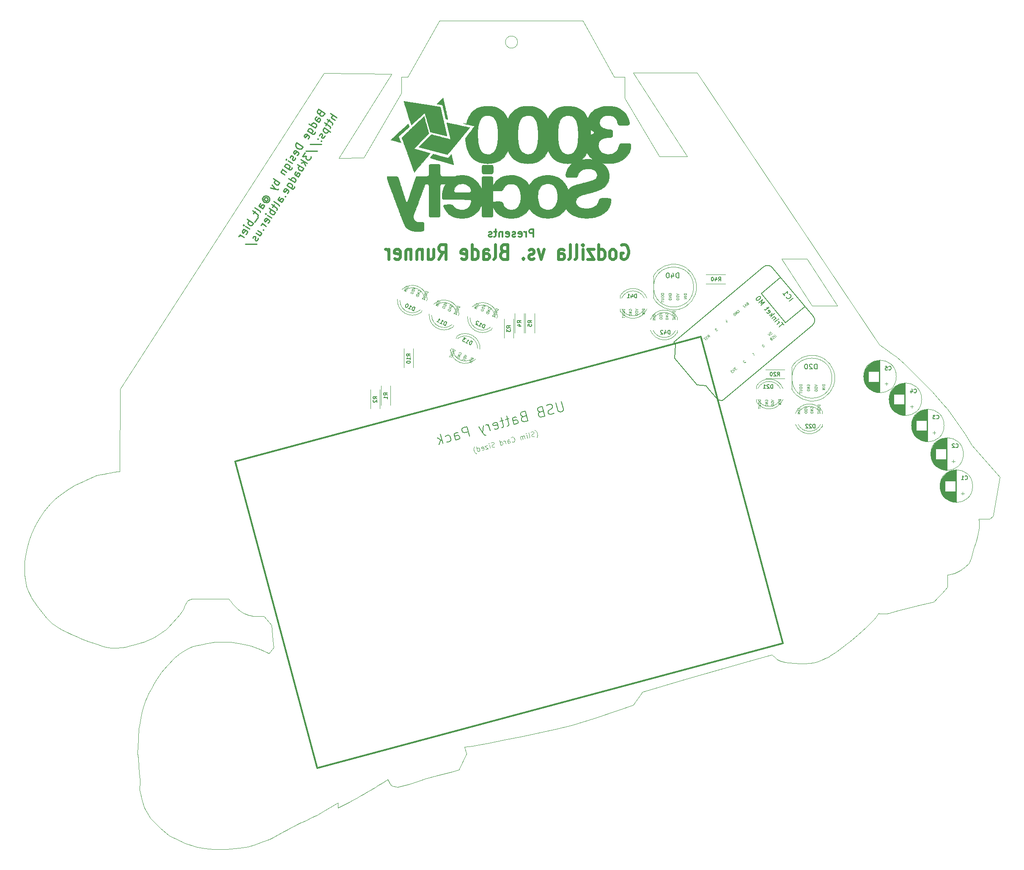
<source format=gbr>
G04 #@! TF.GenerationSoftware,KiCad,Pcbnew,(5.1.0)-1*
G04 #@! TF.CreationDate,2019-03-31T16:26:15-05:00*
G04 #@! TF.ProjectId,3000_Society_Badge_K5,33303030-5f53-46f6-9369-6574795f4261,2*
G04 #@! TF.SameCoordinates,Original*
G04 #@! TF.FileFunction,Legend,Bot*
G04 #@! TF.FilePolarity,Positive*
%FSLAX46Y46*%
G04 Gerber Fmt 4.6, Leading zero omitted, Abs format (unit mm)*
G04 Created by KiCad (PCBNEW (5.1.0)-1) date 2019-03-31 16:26:15*
%MOMM*%
%LPD*%
G04 APERTURE LIST*
%ADD10C,0.250000*%
%ADD11C,0.600000*%
%ADD12C,0.300000*%
%ADD13C,0.050000*%
%ADD14C,0.036000*%
%ADD15C,0.010000*%
%ADD16C,0.120000*%
%ADD17C,0.150000*%
%ADD18C,0.100000*%
G04 APERTURE END LIST*
D10*
X103220167Y-39160028D02*
X103163364Y-39378646D01*
X103184366Y-39477454D01*
X103265273Y-39615164D01*
X103444989Y-39731873D01*
X103603701Y-39749773D01*
X103702509Y-39728771D01*
X103840220Y-39647864D01*
X104151442Y-39168624D01*
X102893436Y-38351665D01*
X102621117Y-38771000D01*
X102603216Y-38929713D01*
X102624218Y-39028521D01*
X102705126Y-39166232D01*
X102824936Y-39244037D01*
X102983649Y-39261938D01*
X103082457Y-39240935D01*
X103220167Y-39160028D01*
X103492487Y-38740693D01*
X102984358Y-40965775D02*
X102325403Y-40537844D01*
X102244496Y-40400133D01*
X102262396Y-40241421D01*
X102418007Y-40001800D01*
X102555718Y-39920893D01*
X102924453Y-40926872D02*
X103062164Y-40845965D01*
X103256678Y-40546439D01*
X103274579Y-40387727D01*
X103193671Y-40250016D01*
X103073861Y-40172210D01*
X102915148Y-40154310D01*
X102777438Y-40235217D01*
X102582924Y-40534742D01*
X102445213Y-40615650D01*
X102245205Y-42103970D02*
X100987200Y-41287012D01*
X102185300Y-42065068D02*
X102323011Y-41984160D01*
X102478622Y-41744540D01*
X102496523Y-41585827D01*
X102475521Y-41487020D01*
X102394613Y-41349309D01*
X102035183Y-41115892D01*
X101876470Y-41097992D01*
X101777662Y-41118994D01*
X101639952Y-41199901D01*
X101484341Y-41439521D01*
X101466440Y-41598234D01*
X100667382Y-42697527D02*
X101685768Y-43358875D01*
X101844481Y-43376775D01*
X101943288Y-43355773D01*
X102080999Y-43274866D01*
X102197707Y-43095151D01*
X102215608Y-42936438D01*
X101446147Y-43203263D02*
X101583858Y-43122356D01*
X101739469Y-42882736D01*
X101757370Y-42724023D01*
X101736368Y-42625215D01*
X101655460Y-42487505D01*
X101296030Y-42254088D01*
X101137317Y-42236187D01*
X101038509Y-42257190D01*
X100900799Y-42338097D01*
X100745188Y-42577717D01*
X100727287Y-42736430D01*
X100745897Y-44281554D02*
X100883608Y-44200647D01*
X101039219Y-43961027D01*
X101057120Y-43802314D01*
X100976212Y-43664603D01*
X100496972Y-43353381D01*
X100338259Y-43335480D01*
X100200548Y-43416388D01*
X100044937Y-43656008D01*
X100027037Y-43814721D01*
X100107944Y-43952431D01*
X100227754Y-44030237D01*
X100736592Y-43508992D01*
X99794330Y-45877988D02*
X98536324Y-45061030D01*
X98341810Y-45360555D01*
X98285007Y-45579173D01*
X98327011Y-45776788D01*
X98407919Y-45914499D01*
X98608636Y-46130015D01*
X98788351Y-46246723D01*
X99066874Y-46342430D01*
X99225587Y-46360330D01*
X99423202Y-46318326D01*
X99599816Y-46177513D01*
X99794330Y-45877988D01*
X98606244Y-47576331D02*
X98743955Y-47495424D01*
X98899566Y-47255804D01*
X98917466Y-47097091D01*
X98836559Y-46959380D01*
X98357319Y-46648158D01*
X98198606Y-46630258D01*
X98060895Y-46711165D01*
X97905284Y-46950785D01*
X97887383Y-47109498D01*
X97968291Y-47247209D01*
X98088101Y-47325014D01*
X98596939Y-46803769D01*
X98256119Y-48115477D02*
X98238218Y-48274190D01*
X98082607Y-48513810D01*
X97944897Y-48594717D01*
X97786184Y-48576817D01*
X97726279Y-48537914D01*
X97645371Y-48400203D01*
X97663272Y-48241490D01*
X97779980Y-48061775D01*
X97797881Y-47903062D01*
X97716973Y-47765352D01*
X97657068Y-47726449D01*
X97498356Y-47708548D01*
X97360645Y-47789456D01*
X97243937Y-47969171D01*
X97226036Y-48127884D01*
X97615774Y-49232670D02*
X96777103Y-48688031D01*
X96357768Y-48415712D02*
X96456576Y-48394710D01*
X96477578Y-48493517D01*
X96378770Y-48514520D01*
X96357768Y-48415712D01*
X96477578Y-48493517D01*
X96037950Y-49826227D02*
X97056336Y-50487574D01*
X97215049Y-50505475D01*
X97313857Y-50484473D01*
X97451567Y-50403565D01*
X97568276Y-50223850D01*
X97586176Y-50065137D01*
X96816716Y-50331963D02*
X96954426Y-50251056D01*
X97110037Y-50011436D01*
X97127938Y-49852723D01*
X97106936Y-49753915D01*
X97026028Y-49616205D01*
X96666598Y-49382788D01*
X96507885Y-49364887D01*
X96409078Y-49385890D01*
X96271367Y-49466797D01*
X96115756Y-49706417D01*
X96097855Y-49865130D01*
X95648922Y-50425277D02*
X96487593Y-50969917D01*
X95768732Y-50503083D02*
X95669925Y-50524085D01*
X95532214Y-50604993D01*
X95415506Y-50784708D01*
X95397605Y-50943421D01*
X95478512Y-51081131D01*
X96137468Y-51509062D01*
X95125995Y-53066593D02*
X93867989Y-52249634D01*
X94347230Y-52560857D02*
X94209519Y-52641764D01*
X94053908Y-52881384D01*
X94036007Y-53040097D01*
X94057010Y-53138905D01*
X94137917Y-53276615D01*
X94497347Y-53510032D01*
X94656060Y-53527933D01*
X94754868Y-53506930D01*
X94892579Y-53426023D01*
X95048190Y-53186403D01*
X95066090Y-53027690D01*
X93625977Y-53540340D02*
X94270134Y-54384504D01*
X93236949Y-54139390D02*
X94270134Y-54384504D01*
X94647465Y-54459208D01*
X94746273Y-54438205D01*
X94883983Y-54357298D01*
X92037166Y-56511488D02*
X92016164Y-56412680D01*
X92034065Y-56253967D01*
X92111870Y-56134157D01*
X92249581Y-56053250D01*
X92348389Y-56032247D01*
X92507102Y-56050148D01*
X92626912Y-56127953D01*
X92707819Y-56265664D01*
X92728821Y-56364472D01*
X92710921Y-56523185D01*
X92633115Y-56642995D01*
X92495404Y-56723902D01*
X92396597Y-56744904D01*
X91917356Y-56433682D02*
X92396597Y-56744904D01*
X92417599Y-56843712D01*
X92378696Y-56903617D01*
X92240985Y-56984525D01*
X92082273Y-56966624D01*
X91782747Y-56772110D01*
X91680838Y-56535592D01*
X91677736Y-56278071D01*
X91773442Y-55999548D01*
X91988958Y-55798831D01*
X92225477Y-55696921D01*
X92482998Y-55693819D01*
X92761521Y-55789525D01*
X92962238Y-56005042D01*
X93064147Y-56241560D01*
X93067249Y-56499081D01*
X92971543Y-56777604D01*
X92756027Y-56978321D01*
X92519508Y-57080231D01*
X91741453Y-58278331D02*
X91082497Y-57850401D01*
X91001590Y-57712690D01*
X91019490Y-57553977D01*
X91175102Y-57314357D01*
X91312812Y-57233450D01*
X91681548Y-58239429D02*
X91819258Y-58158521D01*
X92013772Y-57858996D01*
X92031673Y-57700283D01*
X91950765Y-57562573D01*
X91830955Y-57484767D01*
X91672242Y-57466867D01*
X91534532Y-57547774D01*
X91340018Y-57847299D01*
X91202307Y-57928206D01*
X91235716Y-59057097D02*
X91253617Y-58898384D01*
X91172710Y-58760673D01*
X90094419Y-58060423D01*
X90202532Y-58811983D02*
X89891310Y-59291223D01*
X89666488Y-58719379D02*
X90744779Y-59419629D01*
X90825686Y-59557340D01*
X90807786Y-59716052D01*
X90729980Y-59835863D01*
X90771985Y-60033478D02*
X90149540Y-60991959D01*
X89835216Y-61213678D02*
X88577210Y-60396720D01*
X89056451Y-60707942D02*
X88918740Y-60788849D01*
X88763129Y-61028470D01*
X88745228Y-61187183D01*
X88766230Y-61285990D01*
X88847138Y-61423701D01*
X89206568Y-61657118D01*
X89365281Y-61675018D01*
X89464089Y-61654016D01*
X89601799Y-61573109D01*
X89757410Y-61333489D01*
X89775311Y-61174776D01*
X89096063Y-62351874D02*
X88257393Y-61807235D01*
X87838057Y-61534916D02*
X87936865Y-61513913D01*
X87957867Y-61612721D01*
X87859059Y-61633723D01*
X87838057Y-61534916D01*
X87957867Y-61612721D01*
X88335908Y-63391262D02*
X88473618Y-63310355D01*
X88629230Y-63070735D01*
X88647130Y-62912022D01*
X88566223Y-62774311D01*
X88086983Y-62463089D01*
X87928270Y-62445188D01*
X87790559Y-62526096D01*
X87634948Y-62765716D01*
X87617047Y-62924429D01*
X87697955Y-63062139D01*
X87817765Y-63139945D01*
X88326603Y-62618700D01*
X88006785Y-64029215D02*
X87168114Y-63484576D01*
X87407735Y-63640187D02*
X87249022Y-63622287D01*
X87150214Y-63643289D01*
X87012503Y-63724196D01*
X86934698Y-63844007D01*
X106559340Y-40050981D02*
X105301335Y-39234023D01*
X106209215Y-40590127D02*
X105550260Y-40162196D01*
X105469353Y-40024485D01*
X105487253Y-39865772D01*
X105603961Y-39686057D01*
X105741672Y-39605150D01*
X105840480Y-39584148D01*
X105098225Y-40464823D02*
X104787003Y-40944063D01*
X104562182Y-40372218D02*
X105640472Y-41072469D01*
X105721380Y-41210179D01*
X105703479Y-41368892D01*
X105625674Y-41488702D01*
X104631392Y-41183683D02*
X104320169Y-41662924D01*
X104095348Y-41091079D02*
X105173639Y-41791329D01*
X105254546Y-41929040D01*
X105236646Y-42087753D01*
X105158840Y-42207563D01*
X104047850Y-42082259D02*
X105305856Y-42899217D01*
X104107755Y-42121162D02*
X103970044Y-42202069D01*
X103814433Y-42441689D01*
X103796533Y-42600402D01*
X103817535Y-42699210D01*
X103898442Y-42836920D01*
X104257872Y-43070337D01*
X104416585Y-43088238D01*
X104515393Y-43067235D01*
X104653104Y-42986328D01*
X104808715Y-42746708D01*
X104826615Y-42587995D01*
X104126365Y-43666286D02*
X104108465Y-43824999D01*
X103952854Y-44064619D01*
X103815143Y-44145526D01*
X103656430Y-44127626D01*
X103596525Y-44088723D01*
X103515618Y-43951012D01*
X103533518Y-43792299D01*
X103650227Y-43612584D01*
X103668127Y-43453871D01*
X103587220Y-43316161D01*
X103527315Y-43277258D01*
X103368602Y-43259357D01*
X103230891Y-43340265D01*
X103114183Y-43519980D01*
X103096283Y-43678693D01*
X103366210Y-44705674D02*
X103387212Y-44804482D01*
X103486020Y-44783479D01*
X103465018Y-44684672D01*
X103366210Y-44705674D01*
X103486020Y-44783479D01*
X102707255Y-44277743D02*
X102728257Y-44376551D01*
X102827065Y-44355549D01*
X102806062Y-44256741D01*
X102707255Y-44277743D01*
X102827065Y-44355549D01*
X101195540Y-45425244D02*
X103513226Y-45397329D01*
X100339678Y-46743155D02*
X102657365Y-46715240D01*
X100205069Y-47081583D02*
X99699333Y-47860348D01*
X100450893Y-47752235D01*
X100334185Y-47931951D01*
X100316284Y-48090663D01*
X100337286Y-48189471D01*
X100418194Y-48327182D01*
X100717719Y-48521696D01*
X100876432Y-48539596D01*
X100975239Y-48518594D01*
X101112950Y-48437687D01*
X101346367Y-48078257D01*
X101364267Y-47919544D01*
X101343265Y-47820736D01*
X100607214Y-49216452D02*
X99349208Y-48399494D01*
X100050168Y-49025040D02*
X100295992Y-49695693D01*
X99457321Y-49151054D02*
X100247784Y-48983036D01*
X99945866Y-50234838D02*
X98687861Y-49417880D01*
X99167101Y-49729102D02*
X99029390Y-49810009D01*
X98873779Y-50049629D01*
X98855879Y-50208342D01*
X98876881Y-50307150D01*
X98957788Y-50444861D01*
X99317218Y-50678277D01*
X99475931Y-50696178D01*
X99574739Y-50675176D01*
X99712450Y-50594268D01*
X99868061Y-50354648D01*
X99885961Y-50195935D01*
X98856588Y-51912179D02*
X98197633Y-51484249D01*
X98116726Y-51346538D01*
X98134626Y-51187825D01*
X98290237Y-50948205D01*
X98427948Y-50867298D01*
X98796683Y-51873276D02*
X98934394Y-51792369D01*
X99128908Y-51492844D01*
X99146808Y-51334131D01*
X99065901Y-51196420D01*
X98946091Y-51118615D01*
X98787378Y-51100714D01*
X98649668Y-51181622D01*
X98455154Y-51481147D01*
X98317443Y-51562054D01*
X98117435Y-53050375D02*
X96859430Y-52233416D01*
X98057530Y-53011472D02*
X98195241Y-52930565D01*
X98350852Y-52690945D01*
X98368753Y-52532232D01*
X98347750Y-52433424D01*
X98266843Y-52295713D01*
X97907413Y-52062297D01*
X97748700Y-52044396D01*
X97649892Y-52065398D01*
X97512182Y-52146306D01*
X97356570Y-52385926D01*
X97338670Y-52544639D01*
X96539612Y-53643932D02*
X97557998Y-54305279D01*
X97716710Y-54323180D01*
X97815518Y-54302177D01*
X97953229Y-54221270D01*
X98069937Y-54041555D01*
X98087838Y-53882842D01*
X97318377Y-54149668D02*
X97456088Y-54068761D01*
X97611699Y-53829141D01*
X97629600Y-53670428D01*
X97608597Y-53571620D01*
X97527690Y-53433909D01*
X97168260Y-53200492D01*
X97009547Y-53182592D01*
X96910739Y-53203594D01*
X96773029Y-53284501D01*
X96617417Y-53524122D01*
X96599517Y-53682835D01*
X96618127Y-55227959D02*
X96755838Y-55147051D01*
X96911449Y-54907431D01*
X96929349Y-54748718D01*
X96848442Y-54611008D01*
X96369202Y-54299785D01*
X96210489Y-54281885D01*
X96072778Y-54362792D01*
X95917167Y-54602412D01*
X95899267Y-54761125D01*
X95980174Y-54898836D01*
X96099984Y-54976641D01*
X96608822Y-54455397D01*
X96169194Y-55788106D02*
X96190197Y-55886914D01*
X96289004Y-55865912D01*
X96268002Y-55767104D01*
X96169194Y-55788106D01*
X96289004Y-55865912D01*
X95549851Y-57004108D02*
X94890896Y-56576177D01*
X94809989Y-56438466D01*
X94827889Y-56279754D01*
X94983500Y-56040133D01*
X95121211Y-55959226D01*
X95489946Y-56965205D02*
X95627657Y-56884298D01*
X95822171Y-56584772D01*
X95840071Y-56426060D01*
X95759164Y-56288349D01*
X95639354Y-56210543D01*
X95480641Y-56192643D01*
X95342931Y-56273550D01*
X95148417Y-56573075D01*
X95010706Y-56653983D01*
X95044115Y-57782873D02*
X95062016Y-57624160D01*
X94981108Y-57486450D01*
X93902818Y-56786200D01*
X94010931Y-57537759D02*
X93699708Y-58017000D01*
X93474887Y-57445155D02*
X94553178Y-58145405D01*
X94634085Y-58283116D01*
X94616184Y-58441829D01*
X94538379Y-58561639D01*
X94266059Y-58980974D02*
X93008054Y-58164015D01*
X93487294Y-58475238D02*
X93349583Y-58556145D01*
X93193972Y-58795765D01*
X93176072Y-58954478D01*
X93197074Y-59053286D01*
X93277981Y-59190997D01*
X93637411Y-59424413D01*
X93796124Y-59442314D01*
X93894932Y-59421312D01*
X94032643Y-59340404D01*
X94188254Y-59100784D01*
X94206154Y-58942071D01*
X93526906Y-60119170D02*
X92688236Y-59574531D01*
X92268901Y-59302211D02*
X92367708Y-59281209D01*
X92388711Y-59380017D01*
X92289903Y-59401019D01*
X92268901Y-59302211D01*
X92388711Y-59380017D01*
X92766751Y-61158558D02*
X92904462Y-61077650D01*
X93060073Y-60838030D01*
X93077973Y-60679317D01*
X92997066Y-60541607D01*
X92517826Y-60230384D01*
X92359113Y-60212484D01*
X92221402Y-60293391D01*
X92065791Y-60533011D01*
X92047891Y-60691724D01*
X92128798Y-60829435D01*
X92248608Y-60907240D01*
X92757446Y-60385996D01*
X92437628Y-61796511D02*
X91598958Y-61251872D01*
X91838578Y-61407483D02*
X91679865Y-61389582D01*
X91581057Y-61410585D01*
X91443347Y-61491492D01*
X91365541Y-61611302D01*
X91812082Y-62497471D02*
X91833084Y-62596279D01*
X91931892Y-62575276D01*
X91910890Y-62476469D01*
X91812082Y-62497471D01*
X91931892Y-62575276D01*
X90354069Y-63168833D02*
X91192739Y-63713472D01*
X90704194Y-62629688D02*
X91363149Y-63057618D01*
X91444056Y-63195329D01*
X91426156Y-63354042D01*
X91309447Y-63533757D01*
X91171737Y-63614664D01*
X91072929Y-63635667D01*
X90782709Y-64213715D02*
X90764808Y-64372428D01*
X90609197Y-64612048D01*
X90471487Y-64692955D01*
X90312774Y-64675055D01*
X90252869Y-64636152D01*
X90171961Y-64498441D01*
X90189862Y-64339728D01*
X90306570Y-64160013D01*
X90324471Y-64001300D01*
X90243564Y-63863590D01*
X90183659Y-63824687D01*
X90024946Y-63806786D01*
X89887235Y-63887694D01*
X89770527Y-64067409D01*
X89752626Y-64226122D01*
X88240911Y-65373623D02*
X90558597Y-65345707D01*
D11*
X163513619Y-65556000D02*
X163751714Y-65413142D01*
X164108857Y-65413142D01*
X164466000Y-65556000D01*
X164704095Y-65841714D01*
X164823142Y-66127428D01*
X164942190Y-66698857D01*
X164942190Y-67127428D01*
X164823142Y-67698857D01*
X164704095Y-67984571D01*
X164466000Y-68270285D01*
X164108857Y-68413142D01*
X163870761Y-68413142D01*
X163513619Y-68270285D01*
X163394571Y-68127428D01*
X163394571Y-67127428D01*
X163870761Y-67127428D01*
X161966000Y-68413142D02*
X162204095Y-68270285D01*
X162323142Y-68127428D01*
X162442190Y-67841714D01*
X162442190Y-66984571D01*
X162323142Y-66698857D01*
X162204095Y-66556000D01*
X161966000Y-66413142D01*
X161608857Y-66413142D01*
X161370761Y-66556000D01*
X161251714Y-66698857D01*
X161132666Y-66984571D01*
X161132666Y-67841714D01*
X161251714Y-68127428D01*
X161370761Y-68270285D01*
X161608857Y-68413142D01*
X161966000Y-68413142D01*
X158989809Y-68413142D02*
X158989809Y-65413142D01*
X158989809Y-68270285D02*
X159227904Y-68413142D01*
X159704095Y-68413142D01*
X159942190Y-68270285D01*
X160061238Y-68127428D01*
X160180285Y-67841714D01*
X160180285Y-66984571D01*
X160061238Y-66698857D01*
X159942190Y-66556000D01*
X159704095Y-66413142D01*
X159227904Y-66413142D01*
X158989809Y-66556000D01*
X158037428Y-66413142D02*
X156727904Y-66413142D01*
X158037428Y-68413142D01*
X156727904Y-68413142D01*
X155775523Y-68413142D02*
X155775523Y-66413142D01*
X155775523Y-65413142D02*
X155894571Y-65556000D01*
X155775523Y-65698857D01*
X155656476Y-65556000D01*
X155775523Y-65413142D01*
X155775523Y-65698857D01*
X154227904Y-68413142D02*
X154466000Y-68270285D01*
X154585047Y-67984571D01*
X154585047Y-65413142D01*
X152918380Y-68413142D02*
X153156476Y-68270285D01*
X153275523Y-67984571D01*
X153275523Y-65413142D01*
X150894571Y-68413142D02*
X150894571Y-66841714D01*
X151013619Y-66556000D01*
X151251714Y-66413142D01*
X151727904Y-66413142D01*
X151966000Y-66556000D01*
X150894571Y-68270285D02*
X151132666Y-68413142D01*
X151727904Y-68413142D01*
X151966000Y-68270285D01*
X152085047Y-67984571D01*
X152085047Y-67698857D01*
X151966000Y-67413142D01*
X151727904Y-67270285D01*
X151132666Y-67270285D01*
X150894571Y-67127428D01*
X148037428Y-66413142D02*
X147442190Y-68413142D01*
X146846952Y-66413142D01*
X146013619Y-68270285D02*
X145775523Y-68413142D01*
X145299333Y-68413142D01*
X145061238Y-68270285D01*
X144942190Y-67984571D01*
X144942190Y-67841714D01*
X145061238Y-67556000D01*
X145299333Y-67413142D01*
X145656476Y-67413142D01*
X145894571Y-67270285D01*
X146013619Y-66984571D01*
X146013619Y-66841714D01*
X145894571Y-66556000D01*
X145656476Y-66413142D01*
X145299333Y-66413142D01*
X145061238Y-66556000D01*
X143870761Y-68127428D02*
X143751714Y-68270285D01*
X143870761Y-68413142D01*
X143989809Y-68270285D01*
X143870761Y-68127428D01*
X143870761Y-68413142D01*
X139942190Y-66841714D02*
X139585047Y-66984571D01*
X139466000Y-67127428D01*
X139346952Y-67413142D01*
X139346952Y-67841714D01*
X139466000Y-68127428D01*
X139585047Y-68270285D01*
X139823142Y-68413142D01*
X140775523Y-68413142D01*
X140775523Y-65413142D01*
X139942190Y-65413142D01*
X139704095Y-65556000D01*
X139585047Y-65698857D01*
X139466000Y-65984571D01*
X139466000Y-66270285D01*
X139585047Y-66556000D01*
X139704095Y-66698857D01*
X139942190Y-66841714D01*
X140775523Y-66841714D01*
X137918380Y-68413142D02*
X138156476Y-68270285D01*
X138275523Y-67984571D01*
X138275523Y-65413142D01*
X135894571Y-68413142D02*
X135894571Y-66841714D01*
X136013619Y-66556000D01*
X136251714Y-66413142D01*
X136727904Y-66413142D01*
X136966000Y-66556000D01*
X135894571Y-68270285D02*
X136132666Y-68413142D01*
X136727904Y-68413142D01*
X136966000Y-68270285D01*
X137085047Y-67984571D01*
X137085047Y-67698857D01*
X136966000Y-67413142D01*
X136727904Y-67270285D01*
X136132666Y-67270285D01*
X135894571Y-67127428D01*
X133632666Y-68413142D02*
X133632666Y-65413142D01*
X133632666Y-68270285D02*
X133870761Y-68413142D01*
X134346952Y-68413142D01*
X134585047Y-68270285D01*
X134704095Y-68127428D01*
X134823142Y-67841714D01*
X134823142Y-66984571D01*
X134704095Y-66698857D01*
X134585047Y-66556000D01*
X134346952Y-66413142D01*
X133870761Y-66413142D01*
X133632666Y-66556000D01*
X131489809Y-68270285D02*
X131727904Y-68413142D01*
X132204095Y-68413142D01*
X132442190Y-68270285D01*
X132561238Y-67984571D01*
X132561238Y-66841714D01*
X132442190Y-66556000D01*
X132204095Y-66413142D01*
X131727904Y-66413142D01*
X131489809Y-66556000D01*
X131370761Y-66841714D01*
X131370761Y-67127428D01*
X132561238Y-67413142D01*
X126966000Y-68413142D02*
X127799333Y-66984571D01*
X128394571Y-68413142D02*
X128394571Y-65413142D01*
X127442190Y-65413142D01*
X127204095Y-65556000D01*
X127085047Y-65698857D01*
X126966000Y-65984571D01*
X126966000Y-66413142D01*
X127085047Y-66698857D01*
X127204095Y-66841714D01*
X127442190Y-66984571D01*
X128394571Y-66984571D01*
X124823142Y-66413142D02*
X124823142Y-68413142D01*
X125894571Y-66413142D02*
X125894571Y-67984571D01*
X125775523Y-68270285D01*
X125537428Y-68413142D01*
X125180285Y-68413142D01*
X124942190Y-68270285D01*
X124823142Y-68127428D01*
X123632666Y-66413142D02*
X123632666Y-68413142D01*
X123632666Y-66698857D02*
X123513619Y-66556000D01*
X123275523Y-66413142D01*
X122918380Y-66413142D01*
X122680285Y-66556000D01*
X122561238Y-66841714D01*
X122561238Y-68413142D01*
X121370761Y-66413142D02*
X121370761Y-68413142D01*
X121370761Y-66698857D02*
X121251714Y-66556000D01*
X121013619Y-66413142D01*
X120656476Y-66413142D01*
X120418380Y-66556000D01*
X120299333Y-66841714D01*
X120299333Y-68413142D01*
X118156476Y-68270285D02*
X118394571Y-68413142D01*
X118870761Y-68413142D01*
X119108857Y-68270285D01*
X119227904Y-67984571D01*
X119227904Y-66841714D01*
X119108857Y-66556000D01*
X118870761Y-66413142D01*
X118394571Y-66413142D01*
X118156476Y-66556000D01*
X118037428Y-66841714D01*
X118037428Y-67127428D01*
X119227904Y-67413142D01*
X116966000Y-68413142D02*
X116966000Y-66413142D01*
X116966000Y-66984571D02*
X116846952Y-66698857D01*
X116727904Y-66556000D01*
X116489809Y-66413142D01*
X116251714Y-66413142D01*
D12*
X145942285Y-63924571D02*
X145942285Y-62424571D01*
X145370857Y-62424571D01*
X145228000Y-62496000D01*
X145156571Y-62567428D01*
X145085142Y-62710285D01*
X145085142Y-62924571D01*
X145156571Y-63067428D01*
X145228000Y-63138857D01*
X145370857Y-63210285D01*
X145942285Y-63210285D01*
X144442285Y-63924571D02*
X144442285Y-62924571D01*
X144442285Y-63210285D02*
X144370857Y-63067428D01*
X144299428Y-62996000D01*
X144156571Y-62924571D01*
X144013714Y-62924571D01*
X142942285Y-63853142D02*
X143085142Y-63924571D01*
X143370857Y-63924571D01*
X143513714Y-63853142D01*
X143585142Y-63710285D01*
X143585142Y-63138857D01*
X143513714Y-62996000D01*
X143370857Y-62924571D01*
X143085142Y-62924571D01*
X142942285Y-62996000D01*
X142870857Y-63138857D01*
X142870857Y-63281714D01*
X143585142Y-63424571D01*
X142299428Y-63853142D02*
X142156571Y-63924571D01*
X141870857Y-63924571D01*
X141728000Y-63853142D01*
X141656571Y-63710285D01*
X141656571Y-63638857D01*
X141728000Y-63496000D01*
X141870857Y-63424571D01*
X142085142Y-63424571D01*
X142228000Y-63353142D01*
X142299428Y-63210285D01*
X142299428Y-63138857D01*
X142228000Y-62996000D01*
X142085142Y-62924571D01*
X141870857Y-62924571D01*
X141728000Y-62996000D01*
X140442285Y-63853142D02*
X140585142Y-63924571D01*
X140870857Y-63924571D01*
X141013714Y-63853142D01*
X141085142Y-63710285D01*
X141085142Y-63138857D01*
X141013714Y-62996000D01*
X140870857Y-62924571D01*
X140585142Y-62924571D01*
X140442285Y-62996000D01*
X140370857Y-63138857D01*
X140370857Y-63281714D01*
X141085142Y-63424571D01*
X139728000Y-62924571D02*
X139728000Y-63924571D01*
X139728000Y-63067428D02*
X139656571Y-62996000D01*
X139513714Y-62924571D01*
X139299428Y-62924571D01*
X139156571Y-62996000D01*
X139085142Y-63138857D01*
X139085142Y-63924571D01*
X138585142Y-62924571D02*
X138013714Y-62924571D01*
X138370857Y-62424571D02*
X138370857Y-63710285D01*
X138299428Y-63853142D01*
X138156571Y-63924571D01*
X138013714Y-63924571D01*
X137585142Y-63853142D02*
X137442285Y-63924571D01*
X137156571Y-63924571D01*
X137013714Y-63853142D01*
X136942285Y-63710285D01*
X136942285Y-63638857D01*
X137013714Y-63496000D01*
X137156571Y-63424571D01*
X137370857Y-63424571D01*
X137513714Y-63353142D01*
X137585142Y-63210285D01*
X137585142Y-63138857D01*
X137513714Y-62996000D01*
X137370857Y-62924571D01*
X137156571Y-62924571D01*
X137013714Y-62996000D01*
D13*
X206756000Y-77724000D02*
X201676000Y-77724000D01*
X200660000Y-68326000D02*
X206756000Y-77724000D01*
X195580000Y-68326000D02*
X200660000Y-68326000D01*
X201676000Y-77724000D02*
X195580000Y-68326000D01*
X142750001Y-24940000D02*
G75*
G03X142750001Y-24940000I-1215047J0D01*
G01*
D14*
X72909999Y-183773750D02*
X73142500Y-183905001D01*
X78576248Y-186098751D02*
X80222499Y-186398750D01*
X66921248Y-169810625D02*
X67022500Y-171211251D01*
X69129999Y-180117500D02*
X69253749Y-180338751D01*
X93640000Y-184235000D02*
X94419999Y-183822500D01*
X66938125Y-162380000D02*
X66825625Y-164196875D01*
X71260000Y-182307501D02*
X72909999Y-183773750D01*
X92492500Y-184741250D02*
X93126249Y-184490001D01*
X68286249Y-178643750D02*
X68679999Y-179322500D01*
X90234999Y-185592501D02*
X91735000Y-185041251D01*
X67146248Y-172628751D02*
X67135000Y-172906250D01*
X68265625Y-156715625D02*
X67928125Y-157756251D01*
X69795625Y-153695000D02*
X69503125Y-154229375D01*
X67135000Y-172906250D02*
X67078748Y-174650000D01*
X91735000Y-185041251D02*
X92492500Y-184741250D01*
X88802500Y-186005000D02*
X90234999Y-185592501D01*
X70183748Y-181295001D02*
X71260000Y-182307501D01*
X67078748Y-174650000D02*
X67127499Y-174905001D01*
X80222499Y-186398750D02*
X81778750Y-186511250D01*
X73967499Y-184280000D02*
X75535000Y-185037500D01*
X67022500Y-171211251D02*
X67146248Y-172628751D01*
X69503125Y-154229375D02*
X69193748Y-154780625D01*
X66696248Y-167290625D02*
X66797500Y-168297500D01*
X69193748Y-154780625D02*
X68839375Y-155410625D01*
X67558750Y-176817501D02*
X68027499Y-178137500D01*
X68027499Y-178137500D02*
X68286249Y-178643750D01*
X68839375Y-155410625D02*
X68490625Y-156181252D01*
X67050625Y-161609375D02*
X66938125Y-162380000D01*
X67630000Y-158853125D02*
X67410625Y-159680000D01*
X84474999Y-186511250D02*
X87058748Y-186316250D01*
X99332500Y-181227501D02*
X99868750Y-180983750D01*
X68679999Y-179322500D02*
X69129999Y-180117500D01*
X81778750Y-186511250D02*
X84474999Y-186511250D01*
X75958749Y-185236250D02*
X78576248Y-186098751D01*
X66696248Y-166868751D02*
X66696248Y-167290625D01*
X66825625Y-164196875D02*
X66713125Y-166334375D01*
X68490625Y-156181252D02*
X68265625Y-156715625D01*
X73142500Y-183905001D02*
X73967499Y-184280000D01*
X100600000Y-180657500D02*
X101290000Y-180301250D01*
X67410625Y-159680000D02*
X67050625Y-161609375D01*
X95946248Y-182963750D02*
X96767500Y-182525000D01*
X100206250Y-180826250D02*
X100600000Y-180657500D01*
X99868750Y-180983750D02*
X100206250Y-180826250D01*
X98706249Y-181516250D02*
X99332500Y-181227501D01*
X66797500Y-168297500D02*
X66921248Y-169810625D01*
X98064999Y-181850000D02*
X98706249Y-181516250D01*
X97442500Y-182161251D02*
X98064999Y-181850000D01*
X96767500Y-182525000D02*
X97442500Y-182161251D01*
X87058748Y-186316250D02*
X88802500Y-186005000D01*
X95158748Y-183410001D02*
X95946248Y-182963750D01*
X67127499Y-174905001D02*
X67558750Y-176817501D01*
X67928125Y-157756251D02*
X67630000Y-158853125D01*
X94419999Y-183822500D02*
X95158748Y-183410001D01*
X93126249Y-184490001D02*
X93640000Y-184235000D01*
X75535000Y-185037500D02*
X75958749Y-185236250D01*
X66713125Y-166334375D02*
X66696248Y-166868751D01*
X69253749Y-180338751D02*
X70183748Y-181295001D01*
X75938125Y-146826875D02*
X75561248Y-147080000D01*
X80663125Y-145291252D02*
X79498748Y-145516252D01*
X82063748Y-145060625D02*
X81715000Y-145105625D01*
X87188125Y-138755000D02*
X87694375Y-139109375D01*
X84932500Y-145049375D02*
X84043748Y-145010000D01*
X76742500Y-136730000D02*
X76883125Y-136634375D01*
X87750625Y-145426252D02*
X86878748Y-145285625D01*
X86743748Y-138400625D02*
X87188125Y-138755000D01*
X89134375Y-139711252D02*
X89612500Y-139823752D01*
X92515000Y-147085625D02*
X91896248Y-146793125D01*
X85331875Y-136926875D02*
X85686248Y-137388125D01*
X88594375Y-145606252D02*
X87750625Y-145426252D01*
X93752500Y-144610625D02*
X93893125Y-146146252D01*
X90068125Y-146090000D02*
X89325625Y-145831252D01*
X77788748Y-136398125D02*
X80207500Y-136409375D01*
X91896248Y-146793125D02*
X91406875Y-146579375D01*
X87694375Y-139109375D02*
X88105000Y-139362500D01*
X76883125Y-136634375D02*
X77096875Y-136550000D01*
X93893125Y-146146252D02*
X92981875Y-147321875D01*
X91980625Y-139868752D02*
X93482500Y-141685625D01*
X89753125Y-139863125D02*
X91553125Y-139880000D01*
X85686248Y-137388125D02*
X86006875Y-137714375D01*
X77501875Y-136426252D02*
X77788748Y-136398125D01*
X84960625Y-136392500D02*
X85123748Y-136662500D01*
X76849375Y-146337500D02*
X75938125Y-146826875D01*
X90715000Y-146315000D02*
X90068125Y-146090000D01*
X77096875Y-136550000D02*
X77293748Y-136482500D01*
X71415625Y-151169375D02*
X70965625Y-151816252D01*
X76601875Y-136904375D02*
X76742500Y-136730000D01*
X91553125Y-139880000D02*
X91980625Y-139868752D01*
X74503748Y-147867500D02*
X74222500Y-148120625D01*
X75561248Y-147080000D02*
X75083125Y-147417500D01*
X77614375Y-145971875D02*
X77203748Y-146168752D01*
X79498748Y-145516252D02*
X78193748Y-145797500D01*
X88751875Y-139598752D02*
X89134375Y-139711252D01*
X86006875Y-137714375D02*
X86400625Y-138119375D01*
X81715000Y-145105625D02*
X80663125Y-145291252D01*
X85123748Y-136662500D02*
X85331875Y-136926875D01*
X93482500Y-141685625D02*
X93752500Y-144610625D01*
X70150000Y-153048125D02*
X69795625Y-153695000D01*
X80207500Y-136409375D02*
X84960625Y-136392500D01*
X89612500Y-139823752D02*
X89753125Y-139863125D01*
X70543748Y-152418125D02*
X70150000Y-153048125D01*
X70965625Y-151816252D02*
X70543748Y-152418125D01*
X71978125Y-150466252D02*
X71415625Y-151169375D01*
X72591248Y-149780000D02*
X71978125Y-150466252D01*
X86400625Y-138119375D02*
X86743748Y-138400625D01*
X73001875Y-149335625D02*
X72591248Y-149780000D01*
X86878748Y-145285625D02*
X85309375Y-145077500D01*
X73705000Y-148626875D02*
X73001875Y-149335625D01*
X74222500Y-148120625D02*
X73705000Y-148626875D01*
X85309375Y-145077500D02*
X84932500Y-145049375D01*
X88386248Y-139475000D02*
X88751875Y-139598752D01*
X89325625Y-145831252D02*
X88594375Y-145606252D01*
X76444375Y-137185625D02*
X76601875Y-136904375D01*
X88105000Y-139362500D02*
X88386248Y-139475000D01*
X75083125Y-147417500D02*
X74503748Y-147867500D01*
X92981875Y-147321875D02*
X92515000Y-147085625D01*
X84043748Y-145010000D02*
X82862500Y-145021252D01*
X78193748Y-145797500D02*
X77614375Y-145971875D01*
X77203748Y-146168752D02*
X76849375Y-146337500D01*
X82862500Y-145021252D02*
X82063748Y-145060625D01*
X91406875Y-146579375D02*
X90715000Y-146315000D01*
X77293748Y-136482500D02*
X77501875Y-136426252D01*
X44393125Y-133681252D02*
X44488750Y-133996252D01*
X44590000Y-126188752D02*
X44252500Y-127881875D01*
X71100625Y-143440625D02*
X71590000Y-143131252D01*
X75544375Y-138980000D02*
X75853748Y-138434375D01*
X73710625Y-141185000D02*
X74554375Y-140228752D01*
X44843125Y-134918752D02*
X45304375Y-135897500D01*
X76264375Y-137534375D02*
X76444375Y-137185625D01*
X49191249Y-140988125D02*
X49596249Y-141320000D01*
X49247500Y-117395000D02*
X48325000Y-118430000D01*
X76095625Y-137928125D02*
X76264375Y-137534375D01*
X63585625Y-146180000D02*
X64260625Y-146028125D01*
X55609375Y-144470000D02*
X56953749Y-144976252D01*
X44044375Y-131560625D02*
X44196250Y-132556252D01*
X72844375Y-142056875D02*
X73710625Y-141185000D01*
X71944375Y-142861252D02*
X72304375Y-142568752D01*
X54287500Y-143879375D02*
X55609375Y-144470000D01*
X44044375Y-129867500D02*
X44044375Y-131560625D01*
X71590000Y-143131252D02*
X71944375Y-142861252D01*
X70549375Y-143766875D02*
X71100625Y-143440625D01*
X69874375Y-144160625D02*
X70549375Y-143766875D01*
X69261248Y-144464375D02*
X69874375Y-144160625D01*
X68681875Y-144745625D02*
X69261248Y-144464375D01*
X44095000Y-128922500D02*
X44044375Y-129867500D01*
X44252500Y-127881875D02*
X44095000Y-128922500D01*
X52735000Y-114516875D02*
X50987500Y-115715000D01*
X44955625Y-124670000D02*
X44590000Y-126188752D01*
X56953749Y-144976252D02*
X58264375Y-145415000D01*
X47987500Y-118842500D02*
X47297500Y-119877500D01*
X61290625Y-146219375D02*
X62320000Y-146219375D01*
X59980000Y-145983125D02*
X60379375Y-146095625D01*
X45445000Y-136178752D02*
X45979375Y-136994375D01*
X67922500Y-145015625D02*
X68681875Y-144745625D01*
X48454375Y-140200625D02*
X49191249Y-140988125D01*
X64260625Y-146028125D02*
X65076249Y-145831252D01*
X62320000Y-146219375D02*
X63585625Y-146180000D01*
X45304375Y-135897500D02*
X45445000Y-136178752D01*
X47297500Y-119877500D02*
X46607499Y-121002500D01*
X51103749Y-142310000D02*
X51806875Y-142715000D01*
X58264375Y-145415000D02*
X59980000Y-145983125D01*
X67258748Y-145251875D02*
X67922500Y-145015625D01*
X65076249Y-145831252D02*
X66122500Y-145578125D01*
X60379375Y-146095625D02*
X61290625Y-146219375D01*
X47515000Y-139058752D02*
X48454375Y-140200625D01*
X46626249Y-137877500D02*
X47515000Y-139058752D01*
X45979375Y-136994375D02*
X46626249Y-137877500D01*
X45407500Y-123470000D02*
X44955625Y-124670000D01*
X44488750Y-133996252D02*
X44843125Y-134918752D01*
X50147500Y-116457500D02*
X49247500Y-117395000D01*
X46120000Y-121925000D02*
X45745000Y-122705000D01*
X48325000Y-118430000D02*
X47987500Y-118842500D01*
X52583125Y-143120000D02*
X53426875Y-143502500D01*
X74554375Y-140228752D02*
X75122500Y-139542500D01*
X72304375Y-142568752D02*
X72844375Y-142056875D01*
X75853748Y-138434375D02*
X76095625Y-137928125D01*
X44196250Y-132556252D02*
X44393125Y-133681252D01*
X66122500Y-145578125D02*
X67258748Y-145251875D01*
X75122500Y-139542500D02*
X75544375Y-138980000D01*
X50321875Y-141860000D02*
X51103749Y-142310000D01*
X51806875Y-142715000D02*
X52583125Y-143120000D01*
X45745000Y-122705000D02*
X45407500Y-123470000D01*
X49596249Y-141320000D02*
X50321875Y-141860000D01*
X46607499Y-121002500D02*
X46120000Y-121925000D01*
X50987500Y-115715000D02*
X50147500Y-116457500D01*
X53426875Y-143502500D02*
X54287500Y-143879375D01*
X53376249Y-114111875D02*
X52735000Y-114516875D01*
X53983749Y-113746253D02*
X53376249Y-114111875D01*
X55519375Y-113003753D02*
X54585625Y-113453753D01*
X56560000Y-112520000D02*
X55519375Y-113003753D01*
X58468749Y-111721253D02*
X57488125Y-112098125D01*
X117568747Y-31317500D02*
X103978748Y-31193755D01*
X103978748Y-31193755D02*
X63163749Y-94424375D01*
X63131323Y-110892324D02*
X62642500Y-110960000D01*
X59931250Y-111391250D02*
X59331249Y-111507500D01*
X61254999Y-111158750D02*
X60636249Y-111260000D01*
X106920625Y-48147500D02*
X117568747Y-31317500D01*
X127085406Y-20650532D02*
X120735569Y-31916605D01*
X62012500Y-111046250D02*
X61254999Y-111158750D01*
X62642500Y-110960000D02*
X62012500Y-111046250D01*
X63163749Y-94424375D02*
X63131323Y-110892324D01*
X111943747Y-48102500D02*
X106920625Y-48147500D01*
X119486875Y-31910938D02*
X119484999Y-35161251D01*
X120735569Y-31916605D02*
X119486875Y-31910938D01*
X57488125Y-112098125D02*
X56560000Y-112520000D01*
X54585625Y-113453753D02*
X53983749Y-113746253D01*
X59331249Y-111507500D02*
X58468749Y-111721253D01*
X60636249Y-111260000D02*
X59931250Y-111391250D01*
X119484999Y-35161251D02*
X111943747Y-48102500D01*
X227821562Y-135242188D02*
X228839687Y-134024375D01*
X234062500Y-126312500D02*
X234531250Y-124876250D01*
X201288437Y-149282188D02*
X201991562Y-149183752D01*
X210850000Y-143592500D02*
X212552500Y-142115000D01*
X230155000Y-131333750D02*
X231332499Y-130763750D01*
X228955794Y-131598677D02*
X229054264Y-131585971D01*
X214990000Y-139317500D02*
X215125441Y-139347148D01*
X235931323Y-120413265D02*
X237244264Y-120423853D01*
X228921911Y-131593383D02*
X228955794Y-131598677D01*
X214074999Y-140585000D02*
X214465000Y-140082500D01*
X234531250Y-124876250D02*
X234786249Y-123833750D01*
X231332499Y-130763750D02*
X232262500Y-130043750D01*
X234786249Y-123833750D02*
X235138750Y-122183750D01*
X233500000Y-128292500D02*
X234062500Y-126312500D01*
X229686382Y-131434559D02*
X230155000Y-131333750D01*
X205636562Y-147620000D02*
X206210312Y-147262813D01*
X229054264Y-131585971D02*
X229686382Y-131434559D01*
X206210312Y-147262813D02*
X206702500Y-146888752D01*
X204885625Y-148053125D02*
X205636562Y-147620000D01*
X215125441Y-139347148D02*
X215432500Y-139367265D01*
X217344735Y-139181971D02*
X218477676Y-138889736D01*
X237972735Y-119807618D02*
X239260000Y-112013753D01*
X235138750Y-122183750D02*
X235138750Y-121475000D01*
X232262500Y-130043750D02*
X233106250Y-129282500D01*
X235281205Y-120419618D02*
X235931323Y-120413265D01*
X235088500Y-120409030D02*
X235281205Y-120419618D01*
X235138750Y-121475000D02*
X235116029Y-120942677D01*
X223093750Y-137680625D02*
X226046875Y-137000000D01*
X201991562Y-149183752D02*
X202343125Y-149107813D01*
X200115625Y-149324375D02*
X201288437Y-149282188D01*
X233106250Y-129282500D02*
X233500000Y-128292500D01*
X228820000Y-131566252D02*
X228921911Y-131593383D01*
X228839687Y-134024375D02*
X228820000Y-131566252D01*
X216260499Y-139372559D02*
X216592970Y-139340795D01*
X202855000Y-148939063D02*
X203718437Y-148593125D01*
X215432500Y-139367265D02*
X215707794Y-139377853D01*
X197078125Y-149178125D02*
X198132812Y-149285000D01*
X226789375Y-136274375D02*
X227821562Y-135242188D01*
X226046875Y-137000000D02*
X226789375Y-136274375D01*
X208685312Y-145381252D02*
X209171875Y-145007188D01*
X209171875Y-145007188D02*
X210850000Y-143592500D01*
X199342187Y-149341252D02*
X200115625Y-149324375D01*
X215707794Y-139377853D02*
X216260499Y-139372559D01*
X198132812Y-149285000D02*
X199342187Y-149341252D01*
X204407500Y-148292188D02*
X204885625Y-148053125D01*
X217080029Y-139249736D02*
X217344735Y-139181971D01*
X216592970Y-139340795D02*
X217080029Y-139249736D01*
X203718437Y-148593125D02*
X204407500Y-148292188D01*
X214465000Y-140082500D02*
X214990000Y-139317500D01*
X202343125Y-149107813D02*
X202855000Y-148939063D01*
X207138437Y-146559688D02*
X208111562Y-145822813D01*
X206702500Y-146888752D02*
X207138437Y-146559688D01*
X218477676Y-138889736D02*
X223093750Y-137680625D01*
X237244264Y-120423853D02*
X237972735Y-119807618D01*
X235116029Y-120942677D02*
X235088500Y-120409030D01*
X208111562Y-145822813D02*
X208685312Y-145381252D01*
X212552500Y-142115000D02*
X214074999Y-140585000D01*
X102246248Y-179855001D02*
X102519999Y-179720001D01*
X103930000Y-178928750D02*
X104353749Y-178666250D01*
X196335625Y-149071252D02*
X197078125Y-149178125D01*
X110031247Y-176558751D02*
X110417499Y-176333751D01*
X195716875Y-148953125D02*
X196335625Y-149071252D01*
X124360937Y-172372813D02*
X126481562Y-171818751D01*
X110417499Y-176333751D02*
X110950000Y-176026251D01*
X134561875Y-165738125D02*
X136915937Y-165271251D01*
X112401250Y-175212500D02*
X112712499Y-175032500D01*
X194395000Y-148269688D02*
X194695937Y-148503125D01*
X165872499Y-157640000D02*
X167739999Y-155060001D01*
X117585625Y-173824063D02*
X118721875Y-174049063D01*
X108962500Y-177121251D02*
X109581247Y-176791251D01*
X195365312Y-148818125D02*
X195716875Y-148953125D01*
X194695937Y-148503125D02*
X195365312Y-148818125D01*
X162895000Y-158667500D02*
X165872499Y-157640000D01*
X117234062Y-173388125D02*
X117585625Y-173824063D01*
X194133437Y-148044688D02*
X194395000Y-148269688D01*
X110950000Y-176026251D02*
X111362499Y-175790000D01*
X109581247Y-176791251D02*
X110031247Y-176558751D01*
X106768747Y-177203750D02*
X106761249Y-178208750D01*
X167739999Y-155060001D02*
X176293746Y-152525000D01*
X117163747Y-173270000D02*
X117234062Y-173388125D01*
X116743750Y-172595000D02*
X117163747Y-173270000D01*
X111362499Y-175790000D02*
X111744999Y-175576251D01*
X115558749Y-173341251D02*
X116226250Y-172925001D01*
X112975000Y-174882501D02*
X113226247Y-174721251D01*
X101747500Y-180087500D02*
X102246248Y-179855001D01*
X193894375Y-147794375D02*
X194133437Y-148044688D01*
X188511245Y-148981252D02*
X193697500Y-147541252D01*
X129533125Y-170994688D02*
X130987187Y-170586875D01*
X193697500Y-147541252D02*
X193894375Y-147794375D01*
X133746247Y-165850625D02*
X134561875Y-165738125D01*
X176293746Y-152525000D02*
X188511245Y-148981252D01*
X143719375Y-163943751D02*
X150328746Y-162470000D01*
X126481562Y-171818751D02*
X129533125Y-170994688D01*
X113226247Y-174721251D02*
X113552500Y-174533751D01*
X132078437Y-166075625D02*
X133746247Y-165850625D01*
X132500312Y-167434063D02*
X132078437Y-166075625D01*
X102808748Y-179555000D02*
X103480000Y-179165000D01*
X130987187Y-170586875D02*
X132500312Y-167434063D01*
X101290000Y-180301250D02*
X101747500Y-180087500D01*
X123154375Y-172775000D02*
X124360937Y-172372813D01*
X108137500Y-177533751D02*
X108962500Y-177121251D01*
X102519999Y-179720001D02*
X102808748Y-179555000D01*
X114958747Y-173697500D02*
X115558749Y-173341251D01*
X112063750Y-175407500D02*
X112401250Y-175212500D01*
X104353749Y-178666250D02*
X104935000Y-178310000D01*
X114047500Y-174241251D02*
X114546249Y-173941250D01*
X112712499Y-175032500D02*
X112975000Y-174882501D01*
X153492812Y-161702188D02*
X158170000Y-160242500D01*
X103480000Y-179165000D02*
X103930000Y-178928750D01*
X158170000Y-160242500D02*
X162895000Y-158667500D01*
X150328746Y-162470000D02*
X153492812Y-161702188D01*
X118721875Y-174049063D02*
X121081562Y-173452813D01*
X106761249Y-178208750D02*
X108137500Y-177533751D01*
X140161562Y-164641251D02*
X143719375Y-163943751D01*
X136915937Y-165271251D02*
X140161562Y-164641251D01*
X121081562Y-173452813D02*
X123154375Y-172775000D01*
X114546249Y-173941250D02*
X114958747Y-173697500D01*
X116226250Y-172925001D02*
X116743750Y-172595000D01*
X113552500Y-174533751D02*
X114047500Y-174241251D01*
X111744999Y-175576251D02*
X112063750Y-175407500D01*
X104935000Y-178310000D02*
X106768747Y-177203750D01*
X230027499Y-100152501D02*
X228827500Y-98427500D01*
X155807500Y-20650532D02*
X127085406Y-20650532D01*
X162104687Y-31919375D02*
X155807500Y-20650532D01*
X217637500Y-87267500D02*
X216287500Y-86262500D01*
X225707499Y-94947500D02*
X224657500Y-93777500D01*
X164209291Y-36187644D02*
X164174687Y-31919375D01*
X224657500Y-93777500D02*
X223457499Y-92622500D01*
X220142500Y-89367500D02*
X218612500Y-88017500D01*
X171175000Y-47877500D02*
X164209291Y-36187644D01*
X215162500Y-85512500D02*
X178690000Y-31070000D01*
X227882500Y-97347500D02*
X225707499Y-94947500D01*
X239260000Y-112013753D02*
X233747500Y-105668753D01*
X228827500Y-98427500D02*
X227882500Y-97347500D01*
X216287500Y-86262500D02*
X215162500Y-85512500D01*
X165910000Y-31115000D02*
X176687500Y-47877500D01*
X223457499Y-92622500D02*
X220142500Y-89367500D01*
X218612500Y-88017500D02*
X217637500Y-87267500D01*
X232232499Y-103302501D02*
X230027499Y-100152501D01*
X164174687Y-31919375D02*
X162104687Y-31919375D01*
X233747500Y-105668753D02*
X232232499Y-103302501D01*
X176687500Y-47877500D02*
X171175000Y-47877500D01*
X178690000Y-31070000D02*
X165910000Y-31115000D01*
D12*
G04 #@! TO.C,REF\002A\002A*
X86181312Y-108910537D02*
X179412472Y-83929323D01*
X102616321Y-170246827D02*
X86181312Y-108910537D01*
X195847482Y-145265613D02*
X102616321Y-170246827D01*
X179412472Y-83929323D02*
X195847482Y-145265613D01*
D15*
G04 #@! TO.C,G\002A\002A\002A*
G36*
X127788204Y-36124953D02*
G01*
X127738850Y-36166961D01*
X127667407Y-36232087D01*
X127580916Y-36314052D01*
X127565074Y-36329353D01*
X127468331Y-36422928D01*
X127346228Y-36540848D01*
X127210027Y-36672249D01*
X127070988Y-36806267D01*
X126961800Y-36911413D01*
X126849456Y-37019964D01*
X126750190Y-37116680D01*
X126669634Y-37196008D01*
X126613422Y-37252392D01*
X126587185Y-37280280D01*
X126586044Y-37281918D01*
X126585460Y-37289474D01*
X126595023Y-37296978D01*
X126620535Y-37305676D01*
X126667801Y-37316816D01*
X126742624Y-37331644D01*
X126850807Y-37351407D01*
X126998153Y-37377353D01*
X127165000Y-37406321D01*
X127315279Y-37433729D01*
X127449489Y-37460832D01*
X127559078Y-37485693D01*
X127635498Y-37506373D01*
X127670054Y-37520796D01*
X127689971Y-37558880D01*
X127717013Y-37637793D01*
X127748751Y-37748474D01*
X127782755Y-37881859D01*
X127816596Y-38028885D01*
X127847845Y-38180488D01*
X127850247Y-38193000D01*
X127866992Y-38272467D01*
X127891817Y-38380604D01*
X127919986Y-38496923D01*
X127926571Y-38523200D01*
X127966068Y-38680549D01*
X127995034Y-38798597D01*
X128015743Y-38887203D01*
X128030466Y-38956227D01*
X128041477Y-39015527D01*
X128045258Y-39038169D01*
X128060646Y-39103581D01*
X128078967Y-39144037D01*
X128082828Y-39147618D01*
X128097103Y-39179575D01*
X128104510Y-39241340D01*
X128104800Y-39257065D01*
X128109249Y-39324088D01*
X128120228Y-39367219D01*
X128123034Y-39371166D01*
X128130084Y-39381783D01*
X128138642Y-39403872D01*
X128150089Y-39443053D01*
X128165807Y-39504951D01*
X128187177Y-39595189D01*
X128215579Y-39719388D01*
X128252395Y-39883173D01*
X128288084Y-40043114D01*
X128314912Y-40160334D01*
X128336094Y-40237942D01*
X128356489Y-40286027D01*
X128380955Y-40314678D01*
X128414352Y-40333985D01*
X128431806Y-40341564D01*
X128516668Y-40366842D01*
X128601296Y-40377399D01*
X128601518Y-40377400D01*
X128663749Y-40384354D01*
X128700586Y-40401250D01*
X128701700Y-40402800D01*
X128732257Y-40428605D01*
X128753272Y-40412357D01*
X128753093Y-40371050D01*
X128743210Y-40328150D01*
X128724032Y-40245153D01*
X128697731Y-40131449D01*
X128666480Y-39996431D01*
X128640004Y-39882100D01*
X128602133Y-39716899D01*
X128563727Y-39546400D01*
X128528237Y-39386124D01*
X128499114Y-39251593D01*
X128487496Y-39196300D01*
X128427132Y-38906419D01*
X128375521Y-38663252D01*
X128332882Y-38467826D01*
X128299437Y-38321169D01*
X128296148Y-38307300D01*
X128284232Y-38256935D01*
X128271722Y-38203107D01*
X128257551Y-38140973D01*
X128240651Y-38065691D01*
X128219954Y-37972418D01*
X128194392Y-37856311D01*
X128162898Y-37712529D01*
X128124404Y-37536229D01*
X128077842Y-37322568D01*
X128022145Y-37066705D01*
X127988115Y-36910300D01*
X127946018Y-36717646D01*
X127907151Y-36541401D01*
X127872868Y-36387573D01*
X127844522Y-36262170D01*
X127823465Y-36171202D01*
X127811051Y-36120676D01*
X127808431Y-36112340D01*
X127788204Y-36124953D01*
X127788204Y-36124953D01*
G37*
X127788204Y-36124953D02*
X127738850Y-36166961D01*
X127667407Y-36232087D01*
X127580916Y-36314052D01*
X127565074Y-36329353D01*
X127468331Y-36422928D01*
X127346228Y-36540848D01*
X127210027Y-36672249D01*
X127070988Y-36806267D01*
X126961800Y-36911413D01*
X126849456Y-37019964D01*
X126750190Y-37116680D01*
X126669634Y-37196008D01*
X126613422Y-37252392D01*
X126587185Y-37280280D01*
X126586044Y-37281918D01*
X126585460Y-37289474D01*
X126595023Y-37296978D01*
X126620535Y-37305676D01*
X126667801Y-37316816D01*
X126742624Y-37331644D01*
X126850807Y-37351407D01*
X126998153Y-37377353D01*
X127165000Y-37406321D01*
X127315279Y-37433729D01*
X127449489Y-37460832D01*
X127559078Y-37485693D01*
X127635498Y-37506373D01*
X127670054Y-37520796D01*
X127689971Y-37558880D01*
X127717013Y-37637793D01*
X127748751Y-37748474D01*
X127782755Y-37881859D01*
X127816596Y-38028885D01*
X127847845Y-38180488D01*
X127850247Y-38193000D01*
X127866992Y-38272467D01*
X127891817Y-38380604D01*
X127919986Y-38496923D01*
X127926571Y-38523200D01*
X127966068Y-38680549D01*
X127995034Y-38798597D01*
X128015743Y-38887203D01*
X128030466Y-38956227D01*
X128041477Y-39015527D01*
X128045258Y-39038169D01*
X128060646Y-39103581D01*
X128078967Y-39144037D01*
X128082828Y-39147618D01*
X128097103Y-39179575D01*
X128104510Y-39241340D01*
X128104800Y-39257065D01*
X128109249Y-39324088D01*
X128120228Y-39367219D01*
X128123034Y-39371166D01*
X128130084Y-39381783D01*
X128138642Y-39403872D01*
X128150089Y-39443053D01*
X128165807Y-39504951D01*
X128187177Y-39595189D01*
X128215579Y-39719388D01*
X128252395Y-39883173D01*
X128288084Y-40043114D01*
X128314912Y-40160334D01*
X128336094Y-40237942D01*
X128356489Y-40286027D01*
X128380955Y-40314678D01*
X128414352Y-40333985D01*
X128431806Y-40341564D01*
X128516668Y-40366842D01*
X128601296Y-40377399D01*
X128601518Y-40377400D01*
X128663749Y-40384354D01*
X128700586Y-40401250D01*
X128701700Y-40402800D01*
X128732257Y-40428605D01*
X128753272Y-40412357D01*
X128753093Y-40371050D01*
X128743210Y-40328150D01*
X128724032Y-40245153D01*
X128697731Y-40131449D01*
X128666480Y-39996431D01*
X128640004Y-39882100D01*
X128602133Y-39716899D01*
X128563727Y-39546400D01*
X128528237Y-39386124D01*
X128499114Y-39251593D01*
X128487496Y-39196300D01*
X128427132Y-38906419D01*
X128375521Y-38663252D01*
X128332882Y-38467826D01*
X128299437Y-38321169D01*
X128296148Y-38307300D01*
X128284232Y-38256935D01*
X128271722Y-38203107D01*
X128257551Y-38140973D01*
X128240651Y-38065691D01*
X128219954Y-37972418D01*
X128194392Y-37856311D01*
X128162898Y-37712529D01*
X128124404Y-37536229D01*
X128077842Y-37322568D01*
X128022145Y-37066705D01*
X127988115Y-36910300D01*
X127946018Y-36717646D01*
X127907151Y-36541401D01*
X127872868Y-36387573D01*
X127844522Y-36262170D01*
X127823465Y-36171202D01*
X127811051Y-36120676D01*
X127808431Y-36112340D01*
X127788204Y-36124953D01*
G36*
X119959686Y-36779247D02*
G01*
X119956999Y-36811135D01*
X119971563Y-36865035D01*
X119991291Y-36921669D01*
X120020232Y-37010726D01*
X120053135Y-37115936D01*
X120064020Y-37151600D01*
X120123478Y-37347372D01*
X120171535Y-37504701D01*
X120211360Y-37633807D01*
X120246127Y-37744910D01*
X120279004Y-37848232D01*
X120308296Y-37939000D01*
X120345160Y-38054292D01*
X120390300Y-38197914D01*
X120437364Y-38349544D01*
X120471136Y-38459700D01*
X120508737Y-38582535D01*
X120542836Y-38692737D01*
X120569720Y-38778378D01*
X120585673Y-38827532D01*
X120585834Y-38828000D01*
X120602114Y-38878104D01*
X120628918Y-38963645D01*
X120662135Y-39071412D01*
X120688579Y-39158200D01*
X120723527Y-39272211D01*
X120754854Y-39372109D01*
X120778599Y-39445395D01*
X120789176Y-39475700D01*
X120804796Y-39520650D01*
X120831132Y-39601254D01*
X120864009Y-39704597D01*
X120887732Y-39780500D01*
X120970326Y-40044284D01*
X121047993Y-40287614D01*
X121119173Y-40505835D01*
X121182303Y-40694290D01*
X121235824Y-40848327D01*
X121278174Y-40963289D01*
X121307792Y-41034521D01*
X121309372Y-41037800D01*
X121346074Y-41124993D01*
X121384424Y-41235013D01*
X121410476Y-41323550D01*
X121442671Y-41429732D01*
X121470291Y-41485947D01*
X121493704Y-41492787D01*
X121505034Y-41475457D01*
X121525687Y-41453341D01*
X121578536Y-41402746D01*
X121657846Y-41328992D01*
X121757884Y-41237394D01*
X121872918Y-41133271D01*
X121907200Y-41102448D01*
X122061798Y-40963647D01*
X122184227Y-40853700D01*
X122280114Y-40767519D01*
X122355088Y-40700016D01*
X122414775Y-40646101D01*
X122464803Y-40600687D01*
X122510800Y-40558685D01*
X122558392Y-40515007D01*
X122613207Y-40464564D01*
X122643800Y-40436395D01*
X122743823Y-40345067D01*
X122864845Y-40235707D01*
X122989686Y-40123792D01*
X123075600Y-40047390D01*
X123194534Y-39942027D01*
X123288780Y-39858213D01*
X123368763Y-39786493D01*
X123444909Y-39717414D01*
X123527644Y-39641520D01*
X123627393Y-39549358D01*
X123745586Y-39439814D01*
X123845692Y-39349501D01*
X123935391Y-39273255D01*
X124007046Y-39217219D01*
X124053020Y-39187537D01*
X124063086Y-39184407D01*
X124092722Y-39186537D01*
X124118884Y-39194570D01*
X124143287Y-39212849D01*
X124167649Y-39245717D01*
X124193688Y-39297519D01*
X124223121Y-39372597D01*
X124257666Y-39475295D01*
X124299039Y-39609955D01*
X124348957Y-39780923D01*
X124409139Y-39992540D01*
X124474524Y-40225000D01*
X124504216Y-40330676D01*
X124532012Y-40429415D01*
X124552205Y-40500937D01*
X124553186Y-40504400D01*
X124574773Y-40587038D01*
X124591722Y-40662441D01*
X124591920Y-40663460D01*
X124609164Y-40719569D01*
X124627929Y-40747509D01*
X124645252Y-40780961D01*
X124650400Y-40823743D01*
X124659723Y-40891784D01*
X124673325Y-40930194D01*
X124693838Y-40981233D01*
X124718244Y-41057283D01*
X124727071Y-41088600D01*
X124750556Y-41173491D01*
X124772181Y-41248170D01*
X124777740Y-41266400D01*
X124795765Y-41326821D01*
X124820434Y-41412802D01*
X124836358Y-41469600D01*
X124862544Y-41562104D01*
X124896769Y-41680533D01*
X124932457Y-41802161D01*
X124939289Y-41825200D01*
X124970638Y-41933016D01*
X124997926Y-42031033D01*
X125016542Y-42102558D01*
X125019953Y-42117300D01*
X125036777Y-42183207D01*
X125063106Y-42274348D01*
X125085286Y-42345900D01*
X125127032Y-42477764D01*
X125157790Y-42579703D01*
X125182815Y-42669923D01*
X125207358Y-42766634D01*
X125211259Y-42782564D01*
X125232435Y-42859622D01*
X125255754Y-42901110D01*
X125293804Y-42921172D01*
X125343661Y-42931360D01*
X125397542Y-42942533D01*
X125491852Y-42964259D01*
X125617825Y-42994426D01*
X125766694Y-43030924D01*
X125929690Y-43071644D01*
X125993290Y-43087729D01*
X126159492Y-43129721D01*
X126314981Y-43168654D01*
X126450957Y-43202351D01*
X126558622Y-43228639D01*
X126629176Y-43245340D01*
X126644300Y-43248694D01*
X126700734Y-43260933D01*
X126761216Y-43274811D01*
X126837404Y-43293123D01*
X126940959Y-43318666D01*
X127063400Y-43349200D01*
X127191668Y-43380990D01*
X127323262Y-43413160D01*
X127407963Y-43433566D01*
X127458576Y-43445633D01*
X127540786Y-43465232D01*
X127636563Y-43488063D01*
X127755221Y-43516745D01*
X127881377Y-43547847D01*
X127965100Y-43568899D01*
X128107783Y-43604705D01*
X128244956Y-43638112D01*
X128366973Y-43666871D01*
X128464186Y-43688729D01*
X128526948Y-43701437D01*
X128542950Y-43703693D01*
X128554199Y-43681648D01*
X128561038Y-43624474D01*
X128562000Y-43587940D01*
X128554354Y-43512789D01*
X128533175Y-43400408D01*
X128501102Y-43261725D01*
X128460776Y-43107668D01*
X128414836Y-42949164D01*
X128384250Y-42852096D01*
X128365512Y-42771898D01*
X128358800Y-42704068D01*
X128351892Y-42654837D01*
X128332929Y-42567965D01*
X128304561Y-42454439D01*
X128269433Y-42325244D01*
X128257217Y-42282456D01*
X128221811Y-42154200D01*
X128193805Y-42041568D01*
X128175402Y-41954348D01*
X128168804Y-41902327D01*
X128169787Y-41893986D01*
X128168368Y-41858098D01*
X128155679Y-41784583D01*
X128134426Y-41684655D01*
X128107316Y-41569525D01*
X128077055Y-41450408D01*
X128046349Y-41338515D01*
X128017904Y-41245060D01*
X128002640Y-41201425D01*
X127985626Y-41130526D01*
X127977850Y-41046521D01*
X127977800Y-41040341D01*
X127973392Y-40981009D01*
X127958802Y-40904136D01*
X127931983Y-40801669D01*
X127890888Y-40665554D01*
X127850757Y-40540496D01*
X127835045Y-40476799D01*
X127817476Y-40382051D01*
X127801619Y-40275711D01*
X127800326Y-40265664D01*
X127787192Y-40170306D01*
X127774926Y-40095357D01*
X127765800Y-40054406D01*
X127764488Y-40051386D01*
X127750902Y-40014919D01*
X127729110Y-39940958D01*
X127702146Y-39841549D01*
X127673048Y-39728740D01*
X127644851Y-39614575D01*
X127620591Y-39511103D01*
X127603304Y-39430368D01*
X127596027Y-39384419D01*
X127595970Y-39382744D01*
X127589029Y-39337376D01*
X127570555Y-39253914D01*
X127543121Y-39143066D01*
X127509297Y-39015541D01*
X127497874Y-38974144D01*
X127463414Y-38843976D01*
X127435870Y-38727351D01*
X127417503Y-38634867D01*
X127410576Y-38577121D01*
X127411138Y-38567744D01*
X127408526Y-38517540D01*
X127392245Y-38435001D01*
X127365542Y-38335693D01*
X127356834Y-38307607D01*
X127326607Y-38206670D01*
X127303898Y-38118757D01*
X127292593Y-38059305D01*
X127292000Y-38050071D01*
X127268349Y-37970761D01*
X127198234Y-37909391D01*
X127082911Y-37866485D01*
X126923637Y-37842568D01*
X126781773Y-37837399D01*
X126668056Y-37829931D01*
X126544253Y-37810926D01*
X126486790Y-37797725D01*
X126372204Y-37769723D01*
X126245974Y-37743008D01*
X126187100Y-37732182D01*
X126076778Y-37713465D01*
X125962767Y-37694137D01*
X125907700Y-37684809D01*
X125832269Y-37672477D01*
X125715235Y-37653897D01*
X125565230Y-37630398D01*
X125390881Y-37603314D01*
X125200820Y-37573974D01*
X125003676Y-37543710D01*
X124808077Y-37513854D01*
X124622655Y-37485736D01*
X124456037Y-37460688D01*
X124421800Y-37455579D01*
X124280910Y-37434302D01*
X124144566Y-37413213D01*
X124027550Y-37394628D01*
X123944645Y-37380865D01*
X123939200Y-37379914D01*
X123859170Y-37366369D01*
X123744222Y-37347598D01*
X123609651Y-37326072D01*
X123470753Y-37304260D01*
X123469300Y-37304035D01*
X123327096Y-37281912D01*
X123185786Y-37259884D01*
X123061954Y-37240537D01*
X122974000Y-37226745D01*
X122900826Y-37215485D01*
X122787083Y-37198301D01*
X122642464Y-37176643D01*
X122476662Y-37151960D01*
X122299371Y-37125702D01*
X122212000Y-37112811D01*
X122034580Y-37086527D01*
X121865765Y-37061255D01*
X121714785Y-37038397D01*
X121590874Y-37019355D01*
X121503261Y-37005532D01*
X121475400Y-37000921D01*
X121376114Y-36984491D01*
X121254225Y-36965128D01*
X121145200Y-36948400D01*
X121027068Y-36930346D01*
X120905904Y-36911307D01*
X120815000Y-36896565D01*
X120585590Y-36859124D01*
X120385980Y-36828051D01*
X120220021Y-36803876D01*
X120091566Y-36787127D01*
X120004465Y-36778331D01*
X119962570Y-36778018D01*
X119959686Y-36779247D01*
X119959686Y-36779247D01*
G37*
X119959686Y-36779247D02*
X119956999Y-36811135D01*
X119971563Y-36865035D01*
X119991291Y-36921669D01*
X120020232Y-37010726D01*
X120053135Y-37115936D01*
X120064020Y-37151600D01*
X120123478Y-37347372D01*
X120171535Y-37504701D01*
X120211360Y-37633807D01*
X120246127Y-37744910D01*
X120279004Y-37848232D01*
X120308296Y-37939000D01*
X120345160Y-38054292D01*
X120390300Y-38197914D01*
X120437364Y-38349544D01*
X120471136Y-38459700D01*
X120508737Y-38582535D01*
X120542836Y-38692737D01*
X120569720Y-38778378D01*
X120585673Y-38827532D01*
X120585834Y-38828000D01*
X120602114Y-38878104D01*
X120628918Y-38963645D01*
X120662135Y-39071412D01*
X120688579Y-39158200D01*
X120723527Y-39272211D01*
X120754854Y-39372109D01*
X120778599Y-39445395D01*
X120789176Y-39475700D01*
X120804796Y-39520650D01*
X120831132Y-39601254D01*
X120864009Y-39704597D01*
X120887732Y-39780500D01*
X120970326Y-40044284D01*
X121047993Y-40287614D01*
X121119173Y-40505835D01*
X121182303Y-40694290D01*
X121235824Y-40848327D01*
X121278174Y-40963289D01*
X121307792Y-41034521D01*
X121309372Y-41037800D01*
X121346074Y-41124993D01*
X121384424Y-41235013D01*
X121410476Y-41323550D01*
X121442671Y-41429732D01*
X121470291Y-41485947D01*
X121493704Y-41492787D01*
X121505034Y-41475457D01*
X121525687Y-41453341D01*
X121578536Y-41402746D01*
X121657846Y-41328992D01*
X121757884Y-41237394D01*
X121872918Y-41133271D01*
X121907200Y-41102448D01*
X122061798Y-40963647D01*
X122184227Y-40853700D01*
X122280114Y-40767519D01*
X122355088Y-40700016D01*
X122414775Y-40646101D01*
X122464803Y-40600687D01*
X122510800Y-40558685D01*
X122558392Y-40515007D01*
X122613207Y-40464564D01*
X122643800Y-40436395D01*
X122743823Y-40345067D01*
X122864845Y-40235707D01*
X122989686Y-40123792D01*
X123075600Y-40047390D01*
X123194534Y-39942027D01*
X123288780Y-39858213D01*
X123368763Y-39786493D01*
X123444909Y-39717414D01*
X123527644Y-39641520D01*
X123627393Y-39549358D01*
X123745586Y-39439814D01*
X123845692Y-39349501D01*
X123935391Y-39273255D01*
X124007046Y-39217219D01*
X124053020Y-39187537D01*
X124063086Y-39184407D01*
X124092722Y-39186537D01*
X124118884Y-39194570D01*
X124143287Y-39212849D01*
X124167649Y-39245717D01*
X124193688Y-39297519D01*
X124223121Y-39372597D01*
X124257666Y-39475295D01*
X124299039Y-39609955D01*
X124348957Y-39780923D01*
X124409139Y-39992540D01*
X124474524Y-40225000D01*
X124504216Y-40330676D01*
X124532012Y-40429415D01*
X124552205Y-40500937D01*
X124553186Y-40504400D01*
X124574773Y-40587038D01*
X124591722Y-40662441D01*
X124591920Y-40663460D01*
X124609164Y-40719569D01*
X124627929Y-40747509D01*
X124645252Y-40780961D01*
X124650400Y-40823743D01*
X124659723Y-40891784D01*
X124673325Y-40930194D01*
X124693838Y-40981233D01*
X124718244Y-41057283D01*
X124727071Y-41088600D01*
X124750556Y-41173491D01*
X124772181Y-41248170D01*
X124777740Y-41266400D01*
X124795765Y-41326821D01*
X124820434Y-41412802D01*
X124836358Y-41469600D01*
X124862544Y-41562104D01*
X124896769Y-41680533D01*
X124932457Y-41802161D01*
X124939289Y-41825200D01*
X124970638Y-41933016D01*
X124997926Y-42031033D01*
X125016542Y-42102558D01*
X125019953Y-42117300D01*
X125036777Y-42183207D01*
X125063106Y-42274348D01*
X125085286Y-42345900D01*
X125127032Y-42477764D01*
X125157790Y-42579703D01*
X125182815Y-42669923D01*
X125207358Y-42766634D01*
X125211259Y-42782564D01*
X125232435Y-42859622D01*
X125255754Y-42901110D01*
X125293804Y-42921172D01*
X125343661Y-42931360D01*
X125397542Y-42942533D01*
X125491852Y-42964259D01*
X125617825Y-42994426D01*
X125766694Y-43030924D01*
X125929690Y-43071644D01*
X125993290Y-43087729D01*
X126159492Y-43129721D01*
X126314981Y-43168654D01*
X126450957Y-43202351D01*
X126558622Y-43228639D01*
X126629176Y-43245340D01*
X126644300Y-43248694D01*
X126700734Y-43260933D01*
X126761216Y-43274811D01*
X126837404Y-43293123D01*
X126940959Y-43318666D01*
X127063400Y-43349200D01*
X127191668Y-43380990D01*
X127323262Y-43413160D01*
X127407963Y-43433566D01*
X127458576Y-43445633D01*
X127540786Y-43465232D01*
X127636563Y-43488063D01*
X127755221Y-43516745D01*
X127881377Y-43547847D01*
X127965100Y-43568899D01*
X128107783Y-43604705D01*
X128244956Y-43638112D01*
X128366973Y-43666871D01*
X128464186Y-43688729D01*
X128526948Y-43701437D01*
X128542950Y-43703693D01*
X128554199Y-43681648D01*
X128561038Y-43624474D01*
X128562000Y-43587940D01*
X128554354Y-43512789D01*
X128533175Y-43400408D01*
X128501102Y-43261725D01*
X128460776Y-43107668D01*
X128414836Y-42949164D01*
X128384250Y-42852096D01*
X128365512Y-42771898D01*
X128358800Y-42704068D01*
X128351892Y-42654837D01*
X128332929Y-42567965D01*
X128304561Y-42454439D01*
X128269433Y-42325244D01*
X128257217Y-42282456D01*
X128221811Y-42154200D01*
X128193805Y-42041568D01*
X128175402Y-41954348D01*
X128168804Y-41902327D01*
X128169787Y-41893986D01*
X128168368Y-41858098D01*
X128155679Y-41784583D01*
X128134426Y-41684655D01*
X128107316Y-41569525D01*
X128077055Y-41450408D01*
X128046349Y-41338515D01*
X128017904Y-41245060D01*
X128002640Y-41201425D01*
X127985626Y-41130526D01*
X127977850Y-41046521D01*
X127977800Y-41040341D01*
X127973392Y-40981009D01*
X127958802Y-40904136D01*
X127931983Y-40801669D01*
X127890888Y-40665554D01*
X127850757Y-40540496D01*
X127835045Y-40476799D01*
X127817476Y-40382051D01*
X127801619Y-40275711D01*
X127800326Y-40265664D01*
X127787192Y-40170306D01*
X127774926Y-40095357D01*
X127765800Y-40054406D01*
X127764488Y-40051386D01*
X127750902Y-40014919D01*
X127729110Y-39940958D01*
X127702146Y-39841549D01*
X127673048Y-39728740D01*
X127644851Y-39614575D01*
X127620591Y-39511103D01*
X127603304Y-39430368D01*
X127596027Y-39384419D01*
X127595970Y-39382744D01*
X127589029Y-39337376D01*
X127570555Y-39253914D01*
X127543121Y-39143066D01*
X127509297Y-39015541D01*
X127497874Y-38974144D01*
X127463414Y-38843976D01*
X127435870Y-38727351D01*
X127417503Y-38634867D01*
X127410576Y-38577121D01*
X127411138Y-38567744D01*
X127408526Y-38517540D01*
X127392245Y-38435001D01*
X127365542Y-38335693D01*
X127356834Y-38307607D01*
X127326607Y-38206670D01*
X127303898Y-38118757D01*
X127292593Y-38059305D01*
X127292000Y-38050071D01*
X127268349Y-37970761D01*
X127198234Y-37909391D01*
X127082911Y-37866485D01*
X126923637Y-37842568D01*
X126781773Y-37837399D01*
X126668056Y-37829931D01*
X126544253Y-37810926D01*
X126486790Y-37797725D01*
X126372204Y-37769723D01*
X126245974Y-37743008D01*
X126187100Y-37732182D01*
X126076778Y-37713465D01*
X125962767Y-37694137D01*
X125907700Y-37684809D01*
X125832269Y-37672477D01*
X125715235Y-37653897D01*
X125565230Y-37630398D01*
X125390881Y-37603314D01*
X125200820Y-37573974D01*
X125003676Y-37543710D01*
X124808077Y-37513854D01*
X124622655Y-37485736D01*
X124456037Y-37460688D01*
X124421800Y-37455579D01*
X124280910Y-37434302D01*
X124144566Y-37413213D01*
X124027550Y-37394628D01*
X123944645Y-37380865D01*
X123939200Y-37379914D01*
X123859170Y-37366369D01*
X123744222Y-37347598D01*
X123609651Y-37326072D01*
X123470753Y-37304260D01*
X123469300Y-37304035D01*
X123327096Y-37281912D01*
X123185786Y-37259884D01*
X123061954Y-37240537D01*
X122974000Y-37226745D01*
X122900826Y-37215485D01*
X122787083Y-37198301D01*
X122642464Y-37176643D01*
X122476662Y-37151960D01*
X122299371Y-37125702D01*
X122212000Y-37112811D01*
X122034580Y-37086527D01*
X121865765Y-37061255D01*
X121714785Y-37038397D01*
X121590874Y-37019355D01*
X121503261Y-37005532D01*
X121475400Y-37000921D01*
X121376114Y-36984491D01*
X121254225Y-36965128D01*
X121145200Y-36948400D01*
X121027068Y-36930346D01*
X120905904Y-36911307D01*
X120815000Y-36896565D01*
X120585590Y-36859124D01*
X120385980Y-36828051D01*
X120220021Y-36803876D01*
X120091566Y-36787127D01*
X120004465Y-36778331D01*
X119962570Y-36778018D01*
X119959686Y-36779247D01*
G36*
X120814342Y-41316494D02*
G01*
X120760308Y-41363318D01*
X120683925Y-41431524D01*
X120592637Y-41514523D01*
X120570345Y-41534986D01*
X120364345Y-41723885D01*
X120174372Y-41897031D01*
X120007756Y-42047764D01*
X119888616Y-42154497D01*
X119828041Y-42209288D01*
X119742929Y-42287403D01*
X119645745Y-42377363D01*
X119570507Y-42447500D01*
X119486104Y-42526055D01*
X119373325Y-42630439D01*
X119241307Y-42752226D01*
X119099187Y-42882992D01*
X118956103Y-43014311D01*
X118909392Y-43057100D01*
X118701165Y-43248463D01*
X118497286Y-43437204D01*
X118301112Y-43620116D01*
X118115997Y-43793994D01*
X117945296Y-43955633D01*
X117792365Y-44101827D01*
X117660558Y-44229371D01*
X117553232Y-44335060D01*
X117473741Y-44415688D01*
X117425440Y-44468051D01*
X117411400Y-44488178D01*
X117418599Y-44502599D01*
X117445939Y-44516678D01*
X117502038Y-44533254D01*
X117595514Y-44555165D01*
X117652700Y-44567658D01*
X117728388Y-44585808D01*
X117831180Y-44612760D01*
X117939486Y-44642846D01*
X117944800Y-44644372D01*
X118050282Y-44674033D01*
X118148888Y-44700616D01*
X118220453Y-44718696D01*
X118224200Y-44719565D01*
X118460809Y-44776885D01*
X118726473Y-44847090D01*
X119029701Y-44932443D01*
X119087800Y-44949262D01*
X119208039Y-44984058D01*
X119287790Y-45006557D01*
X119335303Y-45018781D01*
X119358831Y-45022751D01*
X119366625Y-45020488D01*
X119367200Y-45017713D01*
X119357839Y-44987925D01*
X119333225Y-44924540D01*
X119298570Y-44840458D01*
X119259082Y-44748578D01*
X119252435Y-44733500D01*
X119230153Y-44681703D01*
X119193299Y-44594463D01*
X119146708Y-44483284D01*
X119095214Y-44359669D01*
X119086966Y-44339800D01*
X119034578Y-44214267D01*
X118985688Y-44098417D01*
X118945339Y-44004108D01*
X118918570Y-43943203D01*
X118916132Y-43937884D01*
X118892542Y-43879502D01*
X118894310Y-43844440D01*
X118922963Y-43811152D01*
X118925271Y-43809016D01*
X118962280Y-43774785D01*
X119027320Y-43714512D01*
X119111197Y-43636721D01*
X119204077Y-43550531D01*
X119359217Y-43407410D01*
X119521228Y-43259514D01*
X119679911Y-43116048D01*
X119825066Y-42986221D01*
X119946494Y-42879241D01*
X119976800Y-42852952D01*
X120046867Y-42791059D01*
X120138654Y-42708042D01*
X120236979Y-42617690D01*
X120282327Y-42575496D01*
X120401722Y-42464662D01*
X120527616Y-42349175D01*
X120652420Y-42235860D01*
X120768548Y-42131543D01*
X120868412Y-42043048D01*
X120944425Y-41977200D01*
X120981406Y-41946634D01*
X121026315Y-41900285D01*
X121034704Y-41847891D01*
X121029343Y-41815924D01*
X121011840Y-41752164D01*
X120993717Y-41710900D01*
X120978033Y-41675884D01*
X120953011Y-41605604D01*
X120923400Y-41513604D01*
X120915637Y-41488137D01*
X120886226Y-41397913D01*
X120860187Y-41331169D01*
X120841971Y-41298907D01*
X120838583Y-41297637D01*
X120814342Y-41316494D01*
X120814342Y-41316494D01*
G37*
X120814342Y-41316494D02*
X120760308Y-41363318D01*
X120683925Y-41431524D01*
X120592637Y-41514523D01*
X120570345Y-41534986D01*
X120364345Y-41723885D01*
X120174372Y-41897031D01*
X120007756Y-42047764D01*
X119888616Y-42154497D01*
X119828041Y-42209288D01*
X119742929Y-42287403D01*
X119645745Y-42377363D01*
X119570507Y-42447500D01*
X119486104Y-42526055D01*
X119373325Y-42630439D01*
X119241307Y-42752226D01*
X119099187Y-42882992D01*
X118956103Y-43014311D01*
X118909392Y-43057100D01*
X118701165Y-43248463D01*
X118497286Y-43437204D01*
X118301112Y-43620116D01*
X118115997Y-43793994D01*
X117945296Y-43955633D01*
X117792365Y-44101827D01*
X117660558Y-44229371D01*
X117553232Y-44335060D01*
X117473741Y-44415688D01*
X117425440Y-44468051D01*
X117411400Y-44488178D01*
X117418599Y-44502599D01*
X117445939Y-44516678D01*
X117502038Y-44533254D01*
X117595514Y-44555165D01*
X117652700Y-44567658D01*
X117728388Y-44585808D01*
X117831180Y-44612760D01*
X117939486Y-44642846D01*
X117944800Y-44644372D01*
X118050282Y-44674033D01*
X118148888Y-44700616D01*
X118220453Y-44718696D01*
X118224200Y-44719565D01*
X118460809Y-44776885D01*
X118726473Y-44847090D01*
X119029701Y-44932443D01*
X119087800Y-44949262D01*
X119208039Y-44984058D01*
X119287790Y-45006557D01*
X119335303Y-45018781D01*
X119358831Y-45022751D01*
X119366625Y-45020488D01*
X119367200Y-45017713D01*
X119357839Y-44987925D01*
X119333225Y-44924540D01*
X119298570Y-44840458D01*
X119259082Y-44748578D01*
X119252435Y-44733500D01*
X119230153Y-44681703D01*
X119193299Y-44594463D01*
X119146708Y-44483284D01*
X119095214Y-44359669D01*
X119086966Y-44339800D01*
X119034578Y-44214267D01*
X118985688Y-44098417D01*
X118945339Y-44004108D01*
X118918570Y-43943203D01*
X118916132Y-43937884D01*
X118892542Y-43879502D01*
X118894310Y-43844440D01*
X118922963Y-43811152D01*
X118925271Y-43809016D01*
X118962280Y-43774785D01*
X119027320Y-43714512D01*
X119111197Y-43636721D01*
X119204077Y-43550531D01*
X119359217Y-43407410D01*
X119521228Y-43259514D01*
X119679911Y-43116048D01*
X119825066Y-42986221D01*
X119946494Y-42879241D01*
X119976800Y-42852952D01*
X120046867Y-42791059D01*
X120138654Y-42708042D01*
X120236979Y-42617690D01*
X120282327Y-42575496D01*
X120401722Y-42464662D01*
X120527616Y-42349175D01*
X120652420Y-42235860D01*
X120768548Y-42131543D01*
X120868412Y-42043048D01*
X120944425Y-41977200D01*
X120981406Y-41946634D01*
X121026315Y-41900285D01*
X121034704Y-41847891D01*
X121029343Y-41815924D01*
X121011840Y-41752164D01*
X120993717Y-41710900D01*
X120978033Y-41675884D01*
X120953011Y-41605604D01*
X120923400Y-41513604D01*
X120915637Y-41488137D01*
X120886226Y-41397913D01*
X120860187Y-41331169D01*
X120841971Y-41298907D01*
X120838583Y-41297637D01*
X120814342Y-41316494D01*
G36*
X128538515Y-41069968D02*
G01*
X128536600Y-41095353D01*
X128544308Y-41158079D01*
X128561358Y-41226496D01*
X128583724Y-41303651D01*
X128611701Y-41409144D01*
X128640387Y-41523458D01*
X128664878Y-41627074D01*
X128679861Y-41698200D01*
X128694455Y-41767963D01*
X128713692Y-41848466D01*
X128714239Y-41850600D01*
X128728618Y-41910442D01*
X128750575Y-42006400D01*
X128777049Y-42124919D01*
X128803209Y-42244300D01*
X128830945Y-42370034D01*
X128856968Y-42484298D01*
X128878280Y-42574157D01*
X128891481Y-42625300D01*
X128908678Y-42692701D01*
X128929599Y-42785824D01*
X128943611Y-42853900D01*
X128963326Y-42944620D01*
X128983167Y-43021049D01*
X128995167Y-43057100D01*
X129014098Y-43117682D01*
X129030132Y-43194058D01*
X129030565Y-43196800D01*
X129051370Y-43321203D01*
X129068836Y-43402638D01*
X129084873Y-43448664D01*
X129098329Y-43465309D01*
X129112932Y-43497484D01*
X129120505Y-43559383D01*
X129120800Y-43575065D01*
X129125249Y-43642088D01*
X129136228Y-43685219D01*
X129139034Y-43689166D01*
X129152826Y-43721148D01*
X129172963Y-43789488D01*
X129195585Y-43880783D01*
X129200586Y-43902949D01*
X129225336Y-44012552D01*
X129249689Y-44116895D01*
X129268636Y-44194539D01*
X129269636Y-44198441D01*
X129281749Y-44292512D01*
X129264877Y-44356708D01*
X129221782Y-44384763D01*
X129188402Y-44382637D01*
X129144998Y-44371958D01*
X129062655Y-44351374D01*
X128951671Y-44323471D01*
X128822347Y-44290835D01*
X128765200Y-44276379D01*
X128627612Y-44241610D01*
X128500517Y-44209605D01*
X128395409Y-44183249D01*
X128323777Y-44165428D01*
X128308000Y-44161562D01*
X128221637Y-44139518D01*
X128127977Y-44114149D01*
X128117500Y-44111200D01*
X128009502Y-44081698D01*
X127882223Y-44049196D01*
X127730150Y-44012125D01*
X127657744Y-43993920D01*
X127557406Y-43967676D01*
X127450165Y-43938897D01*
X127444400Y-43937327D01*
X127320664Y-43904094D01*
X127170668Y-43864594D01*
X127001791Y-43820694D01*
X126821408Y-43774260D01*
X126636897Y-43727158D01*
X126455635Y-43681255D01*
X126284997Y-43638417D01*
X126132361Y-43600511D01*
X126005104Y-43569402D01*
X125910602Y-43546958D01*
X125856232Y-43535044D01*
X125850315Y-43534011D01*
X125789356Y-43519037D01*
X125754363Y-43499934D01*
X125753566Y-43498793D01*
X125721015Y-43483430D01*
X125660412Y-43476267D01*
X125653700Y-43476200D01*
X125590965Y-43469356D01*
X125553506Y-43452690D01*
X125552100Y-43450800D01*
X125516960Y-43430878D01*
X125476558Y-43425400D01*
X125444587Y-43436877D01*
X125392614Y-43473106D01*
X125317582Y-43536783D01*
X125216432Y-43630603D01*
X125086107Y-43757262D01*
X124976407Y-43866383D01*
X124830294Y-44013123D01*
X124670517Y-44174303D01*
X124500655Y-44346250D01*
X124324291Y-44525296D01*
X124145006Y-44707768D01*
X123966382Y-44889998D01*
X123792001Y-45068314D01*
X123625445Y-45239046D01*
X123470294Y-45398523D01*
X123330131Y-45543076D01*
X123208538Y-45669033D01*
X123109096Y-45772725D01*
X123035386Y-45850480D01*
X122990991Y-45898629D01*
X122979014Y-45913278D01*
X122996732Y-45931186D01*
X123050457Y-45952679D01*
X123093314Y-45964499D01*
X123245164Y-46001327D01*
X123364030Y-46031441D01*
X123466534Y-46059085D01*
X123494700Y-46067000D01*
X123586239Y-46091667D01*
X123675850Y-46113966D01*
X123685200Y-46116134D01*
X123760073Y-46134249D01*
X123874980Y-46163265D01*
X124020923Y-46200815D01*
X124188901Y-46244531D01*
X124369913Y-46292047D01*
X124554957Y-46340995D01*
X124735035Y-46389006D01*
X124901145Y-46433714D01*
X125044286Y-46472751D01*
X125107600Y-46490287D01*
X125197470Y-46514375D01*
X125276653Y-46533936D01*
X125310800Y-46541346D01*
X125382542Y-46559843D01*
X125425100Y-46575000D01*
X125489802Y-46596978D01*
X125545750Y-46611186D01*
X125628065Y-46628407D01*
X125685450Y-46640413D01*
X125757885Y-46659566D01*
X125806100Y-46676600D01*
X125872820Y-46698792D01*
X125920400Y-46710064D01*
X125971425Y-46721575D01*
X126060904Y-46743687D01*
X126178281Y-46773651D01*
X126312994Y-46808715D01*
X126454487Y-46846132D01*
X126592198Y-46883152D01*
X126715570Y-46917024D01*
X126720500Y-46918398D01*
X126819256Y-46945354D01*
X126912751Y-46969914D01*
X126961800Y-46982164D01*
X127052854Y-47005037D01*
X127139600Y-47028274D01*
X127223668Y-47051260D01*
X127338244Y-47081880D01*
X127473100Y-47117476D01*
X127618007Y-47155389D01*
X127762735Y-47192963D01*
X127897055Y-47227538D01*
X128010738Y-47256458D01*
X128093554Y-47277063D01*
X128130200Y-47285667D01*
X128196766Y-47300960D01*
X128294169Y-47324513D01*
X128404065Y-47351871D01*
X128432140Y-47358986D01*
X128532798Y-47383658D01*
X128616538Y-47402454D01*
X128669723Y-47412377D01*
X128678788Y-47413200D01*
X128706134Y-47394836D01*
X128759681Y-47344150D01*
X128832995Y-47267747D01*
X128919641Y-47172236D01*
X128973749Y-47110362D01*
X129084288Y-46981179D01*
X129202287Y-46841449D01*
X129314980Y-46706393D01*
X129409605Y-46591233D01*
X129425600Y-46571480D01*
X129519680Y-46455268D01*
X129620445Y-46331380D01*
X129713414Y-46217598D01*
X129763391Y-46156767D01*
X129851771Y-46049565D01*
X129953382Y-45926324D01*
X130049133Y-45810197D01*
X130067767Y-45787600D01*
X130136436Y-45704729D01*
X130192965Y-45637267D01*
X130229606Y-45594419D01*
X130238771Y-45584400D01*
X130259643Y-45560409D01*
X130304892Y-45505773D01*
X130367122Y-45429483D01*
X130416431Y-45368500D01*
X130497380Y-45268835D01*
X130577630Y-45171369D01*
X130644791Y-45091098D01*
X130669636Y-45062044D01*
X130717496Y-45005634D01*
X130789152Y-44919710D01*
X130876381Y-44814194D01*
X130970961Y-44699013D01*
X131013100Y-44647444D01*
X131122111Y-44514046D01*
X131240617Y-44369399D01*
X131355607Y-44229361D01*
X131454073Y-44109791D01*
X131470166Y-44090299D01*
X131551487Y-43991749D01*
X131623906Y-43903773D01*
X131679668Y-43835807D01*
X131711019Y-43797285D01*
X131711466Y-43796726D01*
X131749687Y-43749846D01*
X131804994Y-43682975D01*
X131838600Y-43642663D01*
X131885496Y-43586100D01*
X131956586Y-43499741D01*
X132043992Y-43393185D01*
X132139836Y-43276029D01*
X132194200Y-43209439D01*
X132290154Y-43092131D01*
X132381008Y-42981630D01*
X132459248Y-42887037D01*
X132517355Y-42817450D01*
X132538985Y-42792003D01*
X132620330Y-42695879D01*
X132710040Y-42586818D01*
X132802753Y-42471708D01*
X132893105Y-42357434D01*
X132975732Y-42250883D01*
X133045271Y-42158942D01*
X133096358Y-42088496D01*
X133123629Y-42046432D01*
X133126437Y-42037769D01*
X133097687Y-42027836D01*
X133029256Y-42010659D01*
X132931340Y-41988638D01*
X132814135Y-41964176D01*
X132812364Y-41963819D01*
X132665113Y-41933770D01*
X132507908Y-41901041D01*
X132363066Y-41870306D01*
X132283100Y-41852949D01*
X132162541Y-41826743D01*
X132013054Y-41794743D01*
X131855470Y-41761388D01*
X131737000Y-41736592D01*
X131598989Y-41707498D01*
X131462965Y-41678145D01*
X131345280Y-41652097D01*
X131267100Y-41634082D01*
X131196187Y-41617921D01*
X131085520Y-41593703D01*
X130945112Y-41563573D01*
X130784975Y-41529675D01*
X130615121Y-41494154D01*
X130568600Y-41484502D01*
X130390227Y-41447395D01*
X130211705Y-41409962D01*
X130045004Y-41374734D01*
X129902095Y-41344243D01*
X129794948Y-41321019D01*
X129781200Y-41317987D01*
X129691165Y-41298153D01*
X129603725Y-41279149D01*
X129510319Y-41259171D01*
X129402382Y-41236415D01*
X129271352Y-41209077D01*
X129108667Y-41175353D01*
X128905762Y-41133438D01*
X128879500Y-41128019D01*
X128774022Y-41105338D01*
X128679671Y-41083441D01*
X128614136Y-41066465D01*
X128606450Y-41064153D01*
X128556689Y-41053430D01*
X128538515Y-41069968D01*
X128538515Y-41069968D01*
G37*
X128538515Y-41069968D02*
X128536600Y-41095353D01*
X128544308Y-41158079D01*
X128561358Y-41226496D01*
X128583724Y-41303651D01*
X128611701Y-41409144D01*
X128640387Y-41523458D01*
X128664878Y-41627074D01*
X128679861Y-41698200D01*
X128694455Y-41767963D01*
X128713692Y-41848466D01*
X128714239Y-41850600D01*
X128728618Y-41910442D01*
X128750575Y-42006400D01*
X128777049Y-42124919D01*
X128803209Y-42244300D01*
X128830945Y-42370034D01*
X128856968Y-42484298D01*
X128878280Y-42574157D01*
X128891481Y-42625300D01*
X128908678Y-42692701D01*
X128929599Y-42785824D01*
X128943611Y-42853900D01*
X128963326Y-42944620D01*
X128983167Y-43021049D01*
X128995167Y-43057100D01*
X129014098Y-43117682D01*
X129030132Y-43194058D01*
X129030565Y-43196800D01*
X129051370Y-43321203D01*
X129068836Y-43402638D01*
X129084873Y-43448664D01*
X129098329Y-43465309D01*
X129112932Y-43497484D01*
X129120505Y-43559383D01*
X129120800Y-43575065D01*
X129125249Y-43642088D01*
X129136228Y-43685219D01*
X129139034Y-43689166D01*
X129152826Y-43721148D01*
X129172963Y-43789488D01*
X129195585Y-43880783D01*
X129200586Y-43902949D01*
X129225336Y-44012552D01*
X129249689Y-44116895D01*
X129268636Y-44194539D01*
X129269636Y-44198441D01*
X129281749Y-44292512D01*
X129264877Y-44356708D01*
X129221782Y-44384763D01*
X129188402Y-44382637D01*
X129144998Y-44371958D01*
X129062655Y-44351374D01*
X128951671Y-44323471D01*
X128822347Y-44290835D01*
X128765200Y-44276379D01*
X128627612Y-44241610D01*
X128500517Y-44209605D01*
X128395409Y-44183249D01*
X128323777Y-44165428D01*
X128308000Y-44161562D01*
X128221637Y-44139518D01*
X128127977Y-44114149D01*
X128117500Y-44111200D01*
X128009502Y-44081698D01*
X127882223Y-44049196D01*
X127730150Y-44012125D01*
X127657744Y-43993920D01*
X127557406Y-43967676D01*
X127450165Y-43938897D01*
X127444400Y-43937327D01*
X127320664Y-43904094D01*
X127170668Y-43864594D01*
X127001791Y-43820694D01*
X126821408Y-43774260D01*
X126636897Y-43727158D01*
X126455635Y-43681255D01*
X126284997Y-43638417D01*
X126132361Y-43600511D01*
X126005104Y-43569402D01*
X125910602Y-43546958D01*
X125856232Y-43535044D01*
X125850315Y-43534011D01*
X125789356Y-43519037D01*
X125754363Y-43499934D01*
X125753566Y-43498793D01*
X125721015Y-43483430D01*
X125660412Y-43476267D01*
X125653700Y-43476200D01*
X125590965Y-43469356D01*
X125553506Y-43452690D01*
X125552100Y-43450800D01*
X125516960Y-43430878D01*
X125476558Y-43425400D01*
X125444587Y-43436877D01*
X125392614Y-43473106D01*
X125317582Y-43536783D01*
X125216432Y-43630603D01*
X125086107Y-43757262D01*
X124976407Y-43866383D01*
X124830294Y-44013123D01*
X124670517Y-44174303D01*
X124500655Y-44346250D01*
X124324291Y-44525296D01*
X124145006Y-44707768D01*
X123966382Y-44889998D01*
X123792001Y-45068314D01*
X123625445Y-45239046D01*
X123470294Y-45398523D01*
X123330131Y-45543076D01*
X123208538Y-45669033D01*
X123109096Y-45772725D01*
X123035386Y-45850480D01*
X122990991Y-45898629D01*
X122979014Y-45913278D01*
X122996732Y-45931186D01*
X123050457Y-45952679D01*
X123093314Y-45964499D01*
X123245164Y-46001327D01*
X123364030Y-46031441D01*
X123466534Y-46059085D01*
X123494700Y-46067000D01*
X123586239Y-46091667D01*
X123675850Y-46113966D01*
X123685200Y-46116134D01*
X123760073Y-46134249D01*
X123874980Y-46163265D01*
X124020923Y-46200815D01*
X124188901Y-46244531D01*
X124369913Y-46292047D01*
X124554957Y-46340995D01*
X124735035Y-46389006D01*
X124901145Y-46433714D01*
X125044286Y-46472751D01*
X125107600Y-46490287D01*
X125197470Y-46514375D01*
X125276653Y-46533936D01*
X125310800Y-46541346D01*
X125382542Y-46559843D01*
X125425100Y-46575000D01*
X125489802Y-46596978D01*
X125545750Y-46611186D01*
X125628065Y-46628407D01*
X125685450Y-46640413D01*
X125757885Y-46659566D01*
X125806100Y-46676600D01*
X125872820Y-46698792D01*
X125920400Y-46710064D01*
X125971425Y-46721575D01*
X126060904Y-46743687D01*
X126178281Y-46773651D01*
X126312994Y-46808715D01*
X126454487Y-46846132D01*
X126592198Y-46883152D01*
X126715570Y-46917024D01*
X126720500Y-46918398D01*
X126819256Y-46945354D01*
X126912751Y-46969914D01*
X126961800Y-46982164D01*
X127052854Y-47005037D01*
X127139600Y-47028274D01*
X127223668Y-47051260D01*
X127338244Y-47081880D01*
X127473100Y-47117476D01*
X127618007Y-47155389D01*
X127762735Y-47192963D01*
X127897055Y-47227538D01*
X128010738Y-47256458D01*
X128093554Y-47277063D01*
X128130200Y-47285667D01*
X128196766Y-47300960D01*
X128294169Y-47324513D01*
X128404065Y-47351871D01*
X128432140Y-47358986D01*
X128532798Y-47383658D01*
X128616538Y-47402454D01*
X128669723Y-47412377D01*
X128678788Y-47413200D01*
X128706134Y-47394836D01*
X128759681Y-47344150D01*
X128832995Y-47267747D01*
X128919641Y-47172236D01*
X128973749Y-47110362D01*
X129084288Y-46981179D01*
X129202287Y-46841449D01*
X129314980Y-46706393D01*
X129409605Y-46591233D01*
X129425600Y-46571480D01*
X129519680Y-46455268D01*
X129620445Y-46331380D01*
X129713414Y-46217598D01*
X129763391Y-46156767D01*
X129851771Y-46049565D01*
X129953382Y-45926324D01*
X130049133Y-45810197D01*
X130067767Y-45787600D01*
X130136436Y-45704729D01*
X130192965Y-45637267D01*
X130229606Y-45594419D01*
X130238771Y-45584400D01*
X130259643Y-45560409D01*
X130304892Y-45505773D01*
X130367122Y-45429483D01*
X130416431Y-45368500D01*
X130497380Y-45268835D01*
X130577630Y-45171369D01*
X130644791Y-45091098D01*
X130669636Y-45062044D01*
X130717496Y-45005634D01*
X130789152Y-44919710D01*
X130876381Y-44814194D01*
X130970961Y-44699013D01*
X131013100Y-44647444D01*
X131122111Y-44514046D01*
X131240617Y-44369399D01*
X131355607Y-44229361D01*
X131454073Y-44109791D01*
X131470166Y-44090299D01*
X131551487Y-43991749D01*
X131623906Y-43903773D01*
X131679668Y-43835807D01*
X131711019Y-43797285D01*
X131711466Y-43796726D01*
X131749687Y-43749846D01*
X131804994Y-43682975D01*
X131838600Y-43642663D01*
X131885496Y-43586100D01*
X131956586Y-43499741D01*
X132043992Y-43393185D01*
X132139836Y-43276029D01*
X132194200Y-43209439D01*
X132290154Y-43092131D01*
X132381008Y-42981630D01*
X132459248Y-42887037D01*
X132517355Y-42817450D01*
X132538985Y-42792003D01*
X132620330Y-42695879D01*
X132710040Y-42586818D01*
X132802753Y-42471708D01*
X132893105Y-42357434D01*
X132975732Y-42250883D01*
X133045271Y-42158942D01*
X133096358Y-42088496D01*
X133123629Y-42046432D01*
X133126437Y-42037769D01*
X133097687Y-42027836D01*
X133029256Y-42010659D01*
X132931340Y-41988638D01*
X132814135Y-41964176D01*
X132812364Y-41963819D01*
X132665113Y-41933770D01*
X132507908Y-41901041D01*
X132363066Y-41870306D01*
X132283100Y-41852949D01*
X132162541Y-41826743D01*
X132013054Y-41794743D01*
X131855470Y-41761388D01*
X131737000Y-41736592D01*
X131598989Y-41707498D01*
X131462965Y-41678145D01*
X131345280Y-41652097D01*
X131267100Y-41634082D01*
X131196187Y-41617921D01*
X131085520Y-41593703D01*
X130945112Y-41563573D01*
X130784975Y-41529675D01*
X130615121Y-41494154D01*
X130568600Y-41484502D01*
X130390227Y-41447395D01*
X130211705Y-41409962D01*
X130045004Y-41374734D01*
X129902095Y-41344243D01*
X129794948Y-41321019D01*
X129781200Y-41317987D01*
X129691165Y-41298153D01*
X129603725Y-41279149D01*
X129510319Y-41259171D01*
X129402382Y-41236415D01*
X129271352Y-41209077D01*
X129108667Y-41175353D01*
X128905762Y-41133438D01*
X128879500Y-41128019D01*
X128774022Y-41105338D01*
X128679671Y-41083441D01*
X128614136Y-41066465D01*
X128606450Y-41064153D01*
X128556689Y-41053430D01*
X128538515Y-41069968D01*
G36*
X125790176Y-47358806D02*
G01*
X125769129Y-47374953D01*
X125748908Y-47398406D01*
X125729904Y-47421201D01*
X125672840Y-47488507D01*
X125601676Y-47575290D01*
X125522448Y-47673836D01*
X125441196Y-47776431D01*
X125363958Y-47875362D01*
X125296774Y-47962915D01*
X125245681Y-48031374D01*
X125216718Y-48073028D01*
X125212577Y-48082050D01*
X125267917Y-48108784D01*
X125352804Y-48140831D01*
X125447580Y-48170882D01*
X125463200Y-48175250D01*
X125584768Y-48209149D01*
X125695956Y-48241997D01*
X125793400Y-48272076D01*
X125849976Y-48289013D01*
X125943770Y-48316296D01*
X126063088Y-48350556D01*
X126196236Y-48388422D01*
X126237900Y-48400198D01*
X126617785Y-48508092D01*
X126969626Y-48609400D01*
X127287097Y-48702281D01*
X127563870Y-48784894D01*
X127647600Y-48810323D01*
X127711866Y-48829314D01*
X127796342Y-48853532D01*
X127825400Y-48861716D01*
X127923552Y-48890059D01*
X128022936Y-48920015D01*
X128042749Y-48926196D01*
X128124287Y-48950383D01*
X128228959Y-48979468D01*
X128309449Y-49000750D01*
X128420802Y-49030764D01*
X128551057Y-49067863D01*
X128663600Y-49101463D01*
X128788471Y-49139446D01*
X128925119Y-49180331D01*
X129031900Y-49211743D01*
X129224318Y-49267782D01*
X129375900Y-49312307D01*
X129494665Y-49347735D01*
X129588630Y-49376485D01*
X129665812Y-49400975D01*
X129732092Y-49422899D01*
X129828526Y-49454297D01*
X129885455Y-49466205D01*
X129911409Y-49455665D01*
X129914918Y-49419720D01*
X129905835Y-49362650D01*
X129897328Y-49317541D01*
X129886300Y-49262337D01*
X129871283Y-49190122D01*
X129850808Y-49093978D01*
X129823404Y-48966989D01*
X129787603Y-48802238D01*
X129756118Y-48657800D01*
X129741649Y-48592959D01*
X129718402Y-48490476D01*
X129689080Y-48362193D01*
X129656383Y-48219952D01*
X129640192Y-48149800D01*
X129605287Y-47998084D01*
X129571008Y-47847878D01*
X129540559Y-47713303D01*
X129517145Y-47608486D01*
X129510520Y-47578300D01*
X129490820Y-47490438D01*
X129475047Y-47425016D01*
X129466350Y-47395035D01*
X129466002Y-47394499D01*
X129448824Y-47410138D01*
X129407973Y-47457052D01*
X129350677Y-47526200D01*
X129284167Y-47608537D01*
X129215672Y-47695021D01*
X129152421Y-47776608D01*
X129101645Y-47844255D01*
X129070571Y-47888919D01*
X129070000Y-47889840D01*
X129029630Y-47936381D01*
X128961971Y-47996695D01*
X128889640Y-48051911D01*
X128808628Y-48105785D01*
X128753674Y-48132019D01*
X128711801Y-48135484D01*
X128686440Y-48128227D01*
X128621258Y-48106050D01*
X128539002Y-48082182D01*
X128523900Y-48078223D01*
X128439154Y-48055155D01*
X128336349Y-48025402D01*
X128282600Y-48009180D01*
X128186453Y-47980788D01*
X128094690Y-47955589D01*
X128054000Y-47945391D01*
X127963123Y-47922637D01*
X127876200Y-47898920D01*
X127691065Y-47845737D01*
X127546714Y-47804871D01*
X127435250Y-47774126D01*
X127348776Y-47751302D01*
X127317400Y-47743400D01*
X127226407Y-47719847D01*
X127139600Y-47696044D01*
X127076755Y-47678627D01*
X126980374Y-47652484D01*
X126866043Y-47621826D01*
X126796700Y-47603384D01*
X126681008Y-47572557D01*
X126575964Y-47544281D01*
X126496312Y-47522537D01*
X126466500Y-47514186D01*
X126271048Y-47457910D01*
X126118578Y-47414260D01*
X126003068Y-47382476D01*
X125918495Y-47361800D01*
X125858837Y-47351469D01*
X125818071Y-47350725D01*
X125790176Y-47358806D01*
X125790176Y-47358806D01*
G37*
X125790176Y-47358806D02*
X125769129Y-47374953D01*
X125748908Y-47398406D01*
X125729904Y-47421201D01*
X125672840Y-47488507D01*
X125601676Y-47575290D01*
X125522448Y-47673836D01*
X125441196Y-47776431D01*
X125363958Y-47875362D01*
X125296774Y-47962915D01*
X125245681Y-48031374D01*
X125216718Y-48073028D01*
X125212577Y-48082050D01*
X125267917Y-48108784D01*
X125352804Y-48140831D01*
X125447580Y-48170882D01*
X125463200Y-48175250D01*
X125584768Y-48209149D01*
X125695956Y-48241997D01*
X125793400Y-48272076D01*
X125849976Y-48289013D01*
X125943770Y-48316296D01*
X126063088Y-48350556D01*
X126196236Y-48388422D01*
X126237900Y-48400198D01*
X126617785Y-48508092D01*
X126969626Y-48609400D01*
X127287097Y-48702281D01*
X127563870Y-48784894D01*
X127647600Y-48810323D01*
X127711866Y-48829314D01*
X127796342Y-48853532D01*
X127825400Y-48861716D01*
X127923552Y-48890059D01*
X128022936Y-48920015D01*
X128042749Y-48926196D01*
X128124287Y-48950383D01*
X128228959Y-48979468D01*
X128309449Y-49000750D01*
X128420802Y-49030764D01*
X128551057Y-49067863D01*
X128663600Y-49101463D01*
X128788471Y-49139446D01*
X128925119Y-49180331D01*
X129031900Y-49211743D01*
X129224318Y-49267782D01*
X129375900Y-49312307D01*
X129494665Y-49347735D01*
X129588630Y-49376485D01*
X129665812Y-49400975D01*
X129732092Y-49422899D01*
X129828526Y-49454297D01*
X129885455Y-49466205D01*
X129911409Y-49455665D01*
X129914918Y-49419720D01*
X129905835Y-49362650D01*
X129897328Y-49317541D01*
X129886300Y-49262337D01*
X129871283Y-49190122D01*
X129850808Y-49093978D01*
X129823404Y-48966989D01*
X129787603Y-48802238D01*
X129756118Y-48657800D01*
X129741649Y-48592959D01*
X129718402Y-48490476D01*
X129689080Y-48362193D01*
X129656383Y-48219952D01*
X129640192Y-48149800D01*
X129605287Y-47998084D01*
X129571008Y-47847878D01*
X129540559Y-47713303D01*
X129517145Y-47608486D01*
X129510520Y-47578300D01*
X129490820Y-47490438D01*
X129475047Y-47425016D01*
X129466350Y-47395035D01*
X129466002Y-47394499D01*
X129448824Y-47410138D01*
X129407973Y-47457052D01*
X129350677Y-47526200D01*
X129284167Y-47608537D01*
X129215672Y-47695021D01*
X129152421Y-47776608D01*
X129101645Y-47844255D01*
X129070571Y-47888919D01*
X129070000Y-47889840D01*
X129029630Y-47936381D01*
X128961971Y-47996695D01*
X128889640Y-48051911D01*
X128808628Y-48105785D01*
X128753674Y-48132019D01*
X128711801Y-48135484D01*
X128686440Y-48128227D01*
X128621258Y-48106050D01*
X128539002Y-48082182D01*
X128523900Y-48078223D01*
X128439154Y-48055155D01*
X128336349Y-48025402D01*
X128282600Y-48009180D01*
X128186453Y-47980788D01*
X128094690Y-47955589D01*
X128054000Y-47945391D01*
X127963123Y-47922637D01*
X127876200Y-47898920D01*
X127691065Y-47845737D01*
X127546714Y-47804871D01*
X127435250Y-47774126D01*
X127348776Y-47751302D01*
X127317400Y-47743400D01*
X127226407Y-47719847D01*
X127139600Y-47696044D01*
X127076755Y-47678627D01*
X126980374Y-47652484D01*
X126866043Y-47621826D01*
X126796700Y-47603384D01*
X126681008Y-47572557D01*
X126575964Y-47544281D01*
X126496312Y-47522537D01*
X126466500Y-47514186D01*
X126271048Y-47457910D01*
X126118578Y-47414260D01*
X126003068Y-47382476D01*
X125918495Y-47361800D01*
X125858837Y-47351469D01*
X125818071Y-47350725D01*
X125790176Y-47358806D01*
G36*
X123951741Y-39852706D02*
G01*
X123867949Y-39925075D01*
X123830665Y-39959887D01*
X123625076Y-40154412D01*
X123452363Y-40317304D01*
X123308751Y-40452107D01*
X123190462Y-40562360D01*
X123093720Y-40651605D01*
X123062057Y-40680532D01*
X122987088Y-40749784D01*
X122887294Y-40843342D01*
X122774356Y-40950188D01*
X122659957Y-41059303D01*
X122631100Y-41086987D01*
X122502677Y-41210080D01*
X122357766Y-41348521D01*
X122213866Y-41485616D01*
X122088478Y-41604670D01*
X122085000Y-41607963D01*
X121994214Y-41694507D01*
X121875141Y-41808878D01*
X121735778Y-41943347D01*
X121584122Y-42090186D01*
X121428168Y-42241666D01*
X121283542Y-42382608D01*
X121117640Y-42544330D01*
X120926633Y-42730111D01*
X120722022Y-42928788D01*
X120515310Y-43129199D01*
X120318002Y-43320183D01*
X120157734Y-43475013D01*
X119566684Y-44045327D01*
X119583515Y-44135413D01*
X119599788Y-44202610D01*
X119617346Y-44247921D01*
X119619321Y-44250900D01*
X119638160Y-44287226D01*
X119667112Y-44354687D01*
X119691217Y-44416000D01*
X119722993Y-44499817D01*
X119766206Y-44613721D01*
X119814253Y-44740310D01*
X119845423Y-44822400D01*
X119897867Y-44964775D01*
X119956442Y-45130516D01*
X120012337Y-45294435D01*
X120040849Y-45381200D01*
X120086879Y-45521322D01*
X120136565Y-45668202D01*
X120182943Y-45801450D01*
X120210007Y-45876500D01*
X120257847Y-46006985D01*
X120310984Y-46153276D01*
X120357627Y-46282900D01*
X120416106Y-46446189D01*
X120486795Y-46642958D01*
X120564555Y-46858942D01*
X120644253Y-47079872D01*
X120714242Y-47273500D01*
X120756723Y-47391467D01*
X120809061Y-47537663D01*
X120864224Y-47692407D01*
X120909371Y-47819600D01*
X121005194Y-48090029D01*
X121085371Y-48315767D01*
X121151066Y-48500063D01*
X121203447Y-48646161D01*
X121243678Y-48757309D01*
X121272925Y-48836755D01*
X121292354Y-48887745D01*
X121296899Y-48899100D01*
X121315034Y-48946825D01*
X121346641Y-49033436D01*
X121388458Y-49149854D01*
X121437223Y-49287000D01*
X121488519Y-49432500D01*
X121610353Y-49778499D01*
X121716486Y-50077631D01*
X121807393Y-50331184D01*
X121883553Y-50540445D01*
X121945443Y-50706701D01*
X121993539Y-50831241D01*
X122028320Y-50915351D01*
X122050262Y-50960320D01*
X122058169Y-50969200D01*
X122078317Y-50950527D01*
X122125355Y-50898535D01*
X122194057Y-50819262D01*
X122279195Y-50718746D01*
X122375540Y-50603024D01*
X122382537Y-50594550D01*
X122608132Y-50321576D01*
X122806674Y-50082297D01*
X122983022Y-49870879D01*
X123142032Y-49681488D01*
X123202118Y-49610300D01*
X123347065Y-49437806D01*
X123511975Y-49239810D01*
X123685100Y-49030495D01*
X123854688Y-48824043D01*
X123934812Y-48725922D01*
X124026889Y-48614022D01*
X124137878Y-48480837D01*
X124253442Y-48343490D01*
X124353912Y-48225330D01*
X124457037Y-48104144D01*
X124579132Y-47959531D01*
X124706901Y-47807301D01*
X124827047Y-47663264D01*
X124860599Y-47622830D01*
X124955395Y-47508571D01*
X125042290Y-47404130D01*
X125114631Y-47317481D01*
X125165766Y-47256597D01*
X125185001Y-47234015D01*
X125235705Y-47175553D01*
X125139903Y-47145672D01*
X125074787Y-47126636D01*
X124975868Y-47099216D01*
X124858553Y-47067639D01*
X124777400Y-47046276D01*
X124661038Y-47015622D01*
X124557284Y-46987702D01*
X124479575Y-46966164D01*
X124447200Y-46956626D01*
X124380302Y-46936657D01*
X124297159Y-46913357D01*
X124282100Y-46909294D01*
X124204482Y-46887863D01*
X124101406Y-46858565D01*
X124002700Y-46829935D01*
X123912794Y-46803723D01*
X123835549Y-46781744D01*
X123755466Y-46759740D01*
X123657044Y-46733451D01*
X123526450Y-46699054D01*
X123442725Y-46676410D01*
X123369101Y-46655443D01*
X123355000Y-46651200D01*
X123275823Y-46627768D01*
X123170283Y-46598187D01*
X123030784Y-46560367D01*
X122849730Y-46512221D01*
X122847000Y-46511500D01*
X122689217Y-46469728D01*
X122571117Y-46438035D01*
X122483264Y-46413555D01*
X122416217Y-46393422D01*
X122360537Y-46374772D01*
X122306787Y-46354739D01*
X122245527Y-46330459D01*
X122229855Y-46324162D01*
X122160926Y-46303019D01*
X122109205Y-46295600D01*
X122067037Y-46282181D01*
X122067900Y-46242033D01*
X122111727Y-46175322D01*
X122194573Y-46086032D01*
X122266923Y-46012028D01*
X122329055Y-45943998D01*
X122367994Y-45896171D01*
X122368995Y-45894720D01*
X122394961Y-45864560D01*
X122452753Y-45802479D01*
X122538393Y-45712593D01*
X122647902Y-45599021D01*
X122777302Y-45465878D01*
X122922616Y-45317283D01*
X123079865Y-45157353D01*
X123154773Y-45081456D01*
X123423193Y-44809232D01*
X123676776Y-44550902D01*
X123913475Y-44308607D01*
X124131243Y-44084484D01*
X124328033Y-43880674D01*
X124501798Y-43699316D01*
X124650492Y-43542548D01*
X124772067Y-43412510D01*
X124864476Y-43311341D01*
X124925673Y-43241181D01*
X124953611Y-43204168D01*
X124955200Y-43199862D01*
X124948694Y-43166805D01*
X124930681Y-43093578D01*
X124903424Y-42988910D01*
X124869184Y-42861533D01*
X124840861Y-42758441D01*
X124794833Y-42591842D01*
X124746123Y-42414646D01*
X124699559Y-42244468D01*
X124659969Y-42098925D01*
X124647772Y-42053800D01*
X124614914Y-41932764D01*
X124585102Y-41824464D01*
X124561797Y-41741382D01*
X124549157Y-41698200D01*
X124537121Y-41658920D01*
X124522921Y-41610647D01*
X124504760Y-41546943D01*
X124480843Y-41461372D01*
X124449371Y-41347496D01*
X124408551Y-41198880D01*
X124356584Y-41009085D01*
X124343596Y-40961600D01*
X124271861Y-40699736D01*
X124207287Y-40464898D01*
X124150879Y-40260708D01*
X124103645Y-40090787D01*
X124066593Y-39958758D01*
X124040728Y-39868241D01*
X124027059Y-39822859D01*
X124026544Y-39821347D01*
X124004277Y-39818362D01*
X123951741Y-39852706D01*
X123951741Y-39852706D01*
G37*
X123951741Y-39852706D02*
X123867949Y-39925075D01*
X123830665Y-39959887D01*
X123625076Y-40154412D01*
X123452363Y-40317304D01*
X123308751Y-40452107D01*
X123190462Y-40562360D01*
X123093720Y-40651605D01*
X123062057Y-40680532D01*
X122987088Y-40749784D01*
X122887294Y-40843342D01*
X122774356Y-40950188D01*
X122659957Y-41059303D01*
X122631100Y-41086987D01*
X122502677Y-41210080D01*
X122357766Y-41348521D01*
X122213866Y-41485616D01*
X122088478Y-41604670D01*
X122085000Y-41607963D01*
X121994214Y-41694507D01*
X121875141Y-41808878D01*
X121735778Y-41943347D01*
X121584122Y-42090186D01*
X121428168Y-42241666D01*
X121283542Y-42382608D01*
X121117640Y-42544330D01*
X120926633Y-42730111D01*
X120722022Y-42928788D01*
X120515310Y-43129199D01*
X120318002Y-43320183D01*
X120157734Y-43475013D01*
X119566684Y-44045327D01*
X119583515Y-44135413D01*
X119599788Y-44202610D01*
X119617346Y-44247921D01*
X119619321Y-44250900D01*
X119638160Y-44287226D01*
X119667112Y-44354687D01*
X119691217Y-44416000D01*
X119722993Y-44499817D01*
X119766206Y-44613721D01*
X119814253Y-44740310D01*
X119845423Y-44822400D01*
X119897867Y-44964775D01*
X119956442Y-45130516D01*
X120012337Y-45294435D01*
X120040849Y-45381200D01*
X120086879Y-45521322D01*
X120136565Y-45668202D01*
X120182943Y-45801450D01*
X120210007Y-45876500D01*
X120257847Y-46006985D01*
X120310984Y-46153276D01*
X120357627Y-46282900D01*
X120416106Y-46446189D01*
X120486795Y-46642958D01*
X120564555Y-46858942D01*
X120644253Y-47079872D01*
X120714242Y-47273500D01*
X120756723Y-47391467D01*
X120809061Y-47537663D01*
X120864224Y-47692407D01*
X120909371Y-47819600D01*
X121005194Y-48090029D01*
X121085371Y-48315767D01*
X121151066Y-48500063D01*
X121203447Y-48646161D01*
X121243678Y-48757309D01*
X121272925Y-48836755D01*
X121292354Y-48887745D01*
X121296899Y-48899100D01*
X121315034Y-48946825D01*
X121346641Y-49033436D01*
X121388458Y-49149854D01*
X121437223Y-49287000D01*
X121488519Y-49432500D01*
X121610353Y-49778499D01*
X121716486Y-50077631D01*
X121807393Y-50331184D01*
X121883553Y-50540445D01*
X121945443Y-50706701D01*
X121993539Y-50831241D01*
X122028320Y-50915351D01*
X122050262Y-50960320D01*
X122058169Y-50969200D01*
X122078317Y-50950527D01*
X122125355Y-50898535D01*
X122194057Y-50819262D01*
X122279195Y-50718746D01*
X122375540Y-50603024D01*
X122382537Y-50594550D01*
X122608132Y-50321576D01*
X122806674Y-50082297D01*
X122983022Y-49870879D01*
X123142032Y-49681488D01*
X123202118Y-49610300D01*
X123347065Y-49437806D01*
X123511975Y-49239810D01*
X123685100Y-49030495D01*
X123854688Y-48824043D01*
X123934812Y-48725922D01*
X124026889Y-48614022D01*
X124137878Y-48480837D01*
X124253442Y-48343490D01*
X124353912Y-48225330D01*
X124457037Y-48104144D01*
X124579132Y-47959531D01*
X124706901Y-47807301D01*
X124827047Y-47663264D01*
X124860599Y-47622830D01*
X124955395Y-47508571D01*
X125042290Y-47404130D01*
X125114631Y-47317481D01*
X125165766Y-47256597D01*
X125185001Y-47234015D01*
X125235705Y-47175553D01*
X125139903Y-47145672D01*
X125074787Y-47126636D01*
X124975868Y-47099216D01*
X124858553Y-47067639D01*
X124777400Y-47046276D01*
X124661038Y-47015622D01*
X124557284Y-46987702D01*
X124479575Y-46966164D01*
X124447200Y-46956626D01*
X124380302Y-46936657D01*
X124297159Y-46913357D01*
X124282100Y-46909294D01*
X124204482Y-46887863D01*
X124101406Y-46858565D01*
X124002700Y-46829935D01*
X123912794Y-46803723D01*
X123835549Y-46781744D01*
X123755466Y-46759740D01*
X123657044Y-46733451D01*
X123526450Y-46699054D01*
X123442725Y-46676410D01*
X123369101Y-46655443D01*
X123355000Y-46651200D01*
X123275823Y-46627768D01*
X123170283Y-46598187D01*
X123030784Y-46560367D01*
X122849730Y-46512221D01*
X122847000Y-46511500D01*
X122689217Y-46469728D01*
X122571117Y-46438035D01*
X122483264Y-46413555D01*
X122416217Y-46393422D01*
X122360537Y-46374772D01*
X122306787Y-46354739D01*
X122245527Y-46330459D01*
X122229855Y-46324162D01*
X122160926Y-46303019D01*
X122109205Y-46295600D01*
X122067037Y-46282181D01*
X122067900Y-46242033D01*
X122111727Y-46175322D01*
X122194573Y-46086032D01*
X122266923Y-46012028D01*
X122329055Y-45943998D01*
X122367994Y-45896171D01*
X122368995Y-45894720D01*
X122394961Y-45864560D01*
X122452753Y-45802479D01*
X122538393Y-45712593D01*
X122647902Y-45599021D01*
X122777302Y-45465878D01*
X122922616Y-45317283D01*
X123079865Y-45157353D01*
X123154773Y-45081456D01*
X123423193Y-44809232D01*
X123676776Y-44550902D01*
X123913475Y-44308607D01*
X124131243Y-44084484D01*
X124328033Y-43880674D01*
X124501798Y-43699316D01*
X124650492Y-43542548D01*
X124772067Y-43412510D01*
X124864476Y-43311341D01*
X124925673Y-43241181D01*
X124953611Y-43204168D01*
X124955200Y-43199862D01*
X124948694Y-43166805D01*
X124930681Y-43093578D01*
X124903424Y-42988910D01*
X124869184Y-42861533D01*
X124840861Y-42758441D01*
X124794833Y-42591842D01*
X124746123Y-42414646D01*
X124699559Y-42244468D01*
X124659969Y-42098925D01*
X124647772Y-42053800D01*
X124614914Y-41932764D01*
X124585102Y-41824464D01*
X124561797Y-41741382D01*
X124549157Y-41698200D01*
X124537121Y-41658920D01*
X124522921Y-41610647D01*
X124504760Y-41546943D01*
X124480843Y-41461372D01*
X124449371Y-41347496D01*
X124408551Y-41198880D01*
X124356584Y-41009085D01*
X124343596Y-40961600D01*
X124271861Y-40699736D01*
X124207287Y-40464898D01*
X124150879Y-40260708D01*
X124103645Y-40090787D01*
X124066593Y-39958758D01*
X124040728Y-39868241D01*
X124027059Y-39822859D01*
X124026544Y-39821347D01*
X124004277Y-39818362D01*
X123951741Y-39852706D01*
G36*
X136492655Y-49508945D02*
G01*
X136290062Y-49510209D01*
X136127775Y-49513283D01*
X136000546Y-49518958D01*
X135903130Y-49528023D01*
X135830278Y-49541272D01*
X135776745Y-49559493D01*
X135737282Y-49583479D01*
X135706644Y-49614020D01*
X135679583Y-49651908D01*
X135667875Y-49670438D01*
X135650481Y-49700144D01*
X135637011Y-49730861D01*
X135626964Y-49769172D01*
X135619839Y-49821659D01*
X135615134Y-49894901D01*
X135612350Y-49995482D01*
X135610984Y-50129983D01*
X135610537Y-50304986D01*
X135610500Y-50424191D01*
X135610780Y-50638878D01*
X135612494Y-50808827D01*
X135616960Y-50940103D01*
X135625494Y-51038766D01*
X135639411Y-51110881D01*
X135660026Y-51162508D01*
X135688657Y-51199713D01*
X135726619Y-51228556D01*
X135775228Y-51255101D01*
X135792748Y-51263853D01*
X135823452Y-51277335D01*
X135859292Y-51288135D01*
X135906092Y-51296593D01*
X135969675Y-51303050D01*
X136055864Y-51307844D01*
X136170482Y-51311316D01*
X136319351Y-51313805D01*
X136508296Y-51315652D01*
X136702700Y-51316957D01*
X136964456Y-51317593D01*
X137183579Y-51316154D01*
X137358295Y-51312684D01*
X137486833Y-51307228D01*
X137567420Y-51299830D01*
X137591700Y-51294593D01*
X137706097Y-51231872D01*
X137788194Y-51133305D01*
X137799808Y-51112109D01*
X137812139Y-51079160D01*
X137821525Y-51029996D01*
X137828288Y-50958439D01*
X137832752Y-50858314D01*
X137835239Y-50723445D01*
X137836070Y-50547655D01*
X137835911Y-50420526D01*
X137834690Y-50205461D01*
X137831560Y-50034874D01*
X137825343Y-49902451D01*
X137814860Y-49801876D01*
X137798933Y-49726833D01*
X137776383Y-49671006D01*
X137746032Y-49628079D01*
X137706701Y-49591737D01*
X137677124Y-49569625D01*
X137591700Y-49508700D01*
X136740800Y-49508700D01*
X136492655Y-49508945D01*
X136492655Y-49508945D01*
G37*
X136492655Y-49508945D02*
X136290062Y-49510209D01*
X136127775Y-49513283D01*
X136000546Y-49518958D01*
X135903130Y-49528023D01*
X135830278Y-49541272D01*
X135776745Y-49559493D01*
X135737282Y-49583479D01*
X135706644Y-49614020D01*
X135679583Y-49651908D01*
X135667875Y-49670438D01*
X135650481Y-49700144D01*
X135637011Y-49730861D01*
X135626964Y-49769172D01*
X135619839Y-49821659D01*
X135615134Y-49894901D01*
X135612350Y-49995482D01*
X135610984Y-50129983D01*
X135610537Y-50304986D01*
X135610500Y-50424191D01*
X135610780Y-50638878D01*
X135612494Y-50808827D01*
X135616960Y-50940103D01*
X135625494Y-51038766D01*
X135639411Y-51110881D01*
X135660026Y-51162508D01*
X135688657Y-51199713D01*
X135726619Y-51228556D01*
X135775228Y-51255101D01*
X135792748Y-51263853D01*
X135823452Y-51277335D01*
X135859292Y-51288135D01*
X135906092Y-51296593D01*
X135969675Y-51303050D01*
X136055864Y-51307844D01*
X136170482Y-51311316D01*
X136319351Y-51313805D01*
X136508296Y-51315652D01*
X136702700Y-51316957D01*
X136964456Y-51317593D01*
X137183579Y-51316154D01*
X137358295Y-51312684D01*
X137486833Y-51307228D01*
X137567420Y-51299830D01*
X137591700Y-51294593D01*
X137706097Y-51231872D01*
X137788194Y-51133305D01*
X137799808Y-51112109D01*
X137812139Y-51079160D01*
X137821525Y-51029996D01*
X137828288Y-50958439D01*
X137832752Y-50858314D01*
X137835239Y-50723445D01*
X137836070Y-50547655D01*
X137835911Y-50420526D01*
X137834690Y-50205461D01*
X137831560Y-50034874D01*
X137825343Y-49902451D01*
X137814860Y-49801876D01*
X137798933Y-49726833D01*
X137776383Y-49671006D01*
X137746032Y-49628079D01*
X137706701Y-49591737D01*
X137677124Y-49569625D01*
X137591700Y-49508700D01*
X136740800Y-49508700D01*
X136492655Y-49508945D01*
G36*
X160148572Y-37773408D02*
G01*
X159658254Y-37857321D01*
X159187662Y-37987267D01*
X158737613Y-38163071D01*
X158308923Y-38384557D01*
X157952555Y-38615283D01*
X157739408Y-38774431D01*
X157565444Y-38920976D01*
X157423043Y-39062077D01*
X157304587Y-39204893D01*
X157262518Y-39263644D01*
X157205571Y-39355144D01*
X157138275Y-39476498D01*
X157066671Y-39615294D01*
X156996800Y-39759116D01*
X156934703Y-39895553D01*
X156886422Y-40012191D01*
X156858993Y-40092828D01*
X156837805Y-40157561D01*
X156818191Y-40195251D01*
X156812171Y-40199201D01*
X156794195Y-40177807D01*
X156758568Y-40119837D01*
X156710431Y-40034115D01*
X156654927Y-39929462D01*
X156654400Y-39928444D01*
X156437719Y-39546225D01*
X156204299Y-39208934D01*
X155949470Y-38912156D01*
X155668559Y-38651474D01*
X155356895Y-38422469D01*
X155009807Y-38220725D01*
X154688284Y-38069449D01*
X154563099Y-38017339D01*
X154451981Y-37975441D01*
X154343447Y-37940609D01*
X154226012Y-37909696D01*
X154088192Y-37879554D01*
X153918502Y-37847036D01*
X153796397Y-37825037D01*
X153381321Y-37769549D01*
X152950709Y-37745998D01*
X152515684Y-37753720D01*
X152087370Y-37792052D01*
X151676888Y-37860328D01*
X151295362Y-37957886D01*
X151231500Y-37978215D01*
X150830422Y-38131721D01*
X150464287Y-38318010D01*
X150130530Y-38539361D01*
X149826588Y-38798051D01*
X149549897Y-39096356D01*
X149297893Y-39436555D01*
X149068012Y-39820923D01*
X148991685Y-39967544D01*
X148933534Y-40082431D01*
X148883202Y-40180299D01*
X148845184Y-40252526D01*
X148823974Y-40290488D01*
X148821564Y-40293903D01*
X148806002Y-40278511D01*
X148775373Y-40226763D01*
X148735410Y-40148648D01*
X148721513Y-40119558D01*
X148552741Y-39792795D01*
X148362005Y-39480832D01*
X148155072Y-39191324D01*
X147937707Y-38931928D01*
X147715676Y-38710301D01*
X147567108Y-38586700D01*
X147384335Y-38459189D01*
X147171113Y-38329795D01*
X146941315Y-38205617D01*
X146708815Y-38093757D01*
X146487486Y-38001313D01*
X146298653Y-37937499D01*
X145977901Y-37860486D01*
X145625274Y-37801724D01*
X145256859Y-37762716D01*
X144888742Y-37744969D01*
X144537008Y-37749987D01*
X144395763Y-37759438D01*
X143965743Y-37807968D01*
X143575436Y-37878290D01*
X143217657Y-37972676D01*
X142885217Y-38093396D01*
X142570931Y-38242721D01*
X142267613Y-38422923D01*
X142241320Y-38440259D01*
X142079111Y-38559095D01*
X141904058Y-38706135D01*
X141728608Y-38869482D01*
X141565213Y-39037238D01*
X141426323Y-39197502D01*
X141365509Y-39277279D01*
X141279228Y-39405797D01*
X141181452Y-39564547D01*
X141081440Y-39737392D01*
X140988452Y-39908198D01*
X140911748Y-40060831D01*
X140894501Y-40098000D01*
X140854874Y-40182982D01*
X140821569Y-40249992D01*
X140801512Y-40285123D01*
X140800987Y-40285786D01*
X140782096Y-40275750D01*
X140748745Y-40228807D01*
X140707357Y-40154361D01*
X140696913Y-40133386D01*
X140503686Y-39767178D01*
X140297491Y-39432972D01*
X140081706Y-39135409D01*
X139859712Y-38879132D01*
X139634886Y-38668780D01*
X139623824Y-38659708D01*
X139333654Y-38447367D01*
X139015328Y-38257472D01*
X138680221Y-38095270D01*
X138339707Y-37966010D01*
X138005160Y-37874939D01*
X137866449Y-37848903D01*
X137746127Y-37828977D01*
X137632616Y-37809036D01*
X137543351Y-37792191D01*
X137513787Y-37786017D01*
X137412623Y-37770391D01*
X137272240Y-37758221D01*
X137104114Y-37749763D01*
X136919724Y-37745272D01*
X136730549Y-37745004D01*
X136548066Y-37749214D01*
X136383756Y-37758157D01*
X136356980Y-37760290D01*
X136025589Y-37793553D01*
X135733715Y-37835430D01*
X135470402Y-37888782D01*
X135224692Y-37956472D01*
X134985630Y-38041362D01*
X134742259Y-38146315D01*
X134581800Y-38224019D01*
X134246393Y-38415182D01*
X133939871Y-38638614D01*
X133659844Y-38897069D01*
X133403919Y-39193298D01*
X133169702Y-39530055D01*
X132954803Y-39910092D01*
X132767049Y-40312111D01*
X132685548Y-40509093D01*
X132623812Y-40674168D01*
X132577641Y-40820219D01*
X132542833Y-40960129D01*
X132523298Y-41059516D01*
X132502570Y-41153320D01*
X132479431Y-41223783D01*
X132458203Y-41258024D01*
X132456397Y-41258942D01*
X132419381Y-41258773D01*
X132344267Y-41248571D01*
X132242360Y-41230138D01*
X132137067Y-41208001D01*
X132023874Y-41183420D01*
X131930567Y-41164482D01*
X131867235Y-41153143D01*
X131844054Y-41151152D01*
X131863339Y-41161943D01*
X131921170Y-41185831D01*
X132008157Y-41219090D01*
X132096515Y-41251407D01*
X132205495Y-41286130D01*
X132358686Y-41328331D01*
X132550287Y-41376580D01*
X132774497Y-41429451D01*
X133025515Y-41485514D01*
X133195962Y-41522074D01*
X133397186Y-41564845D01*
X133583832Y-41605021D01*
X133749746Y-41641239D01*
X133888773Y-41672136D01*
X133994758Y-41696347D01*
X134061545Y-41712509D01*
X134081807Y-41718355D01*
X134087764Y-41727232D01*
X134083481Y-41747232D01*
X134066944Y-41781201D01*
X134036143Y-41831987D01*
X133989066Y-41902437D01*
X133923702Y-41995397D01*
X133838040Y-42113716D01*
X133730067Y-42260240D01*
X133597773Y-42437815D01*
X133439147Y-42649291D01*
X133252176Y-42897512D01*
X133198480Y-42968675D01*
X132269047Y-44200100D01*
X132281450Y-44314400D01*
X132288042Y-44382456D01*
X132297304Y-44487804D01*
X132308100Y-44617079D01*
X132319292Y-44756916D01*
X132321425Y-44784300D01*
X132335825Y-44937567D01*
X132354915Y-45095291D01*
X132376256Y-45239359D01*
X132397409Y-45351655D01*
X132398347Y-45355800D01*
X132427854Y-45489726D01*
X132458768Y-45637690D01*
X132484647Y-45768817D01*
X132485791Y-45774900D01*
X132510672Y-45904063D01*
X132533087Y-46007745D01*
X132557156Y-46100103D01*
X132587001Y-46195300D01*
X132626743Y-46307495D01*
X132680503Y-46450850D01*
X132689073Y-46473400D01*
X132874716Y-46914550D01*
X133079667Y-47310516D01*
X133306183Y-47663970D01*
X133556520Y-47977580D01*
X133832936Y-48254016D01*
X134137687Y-48495948D01*
X134473031Y-48706045D01*
X134658000Y-48802501D01*
X134831696Y-48883957D01*
X134991252Y-48949743D01*
X135149414Y-49003712D01*
X135318929Y-49049715D01*
X135512543Y-49091605D01*
X135743003Y-49133234D01*
X135764176Y-49136796D01*
X136045593Y-49181466D01*
X136284908Y-49213787D01*
X136489136Y-49234376D01*
X136665292Y-49243852D01*
X136820391Y-49242835D01*
X136905900Y-49237475D01*
X137014052Y-49228340D01*
X137153931Y-49216572D01*
X137306642Y-49203759D01*
X137439313Y-49192656D01*
X137886575Y-49131299D01*
X138314947Y-49023221D01*
X138726115Y-48867776D01*
X139121763Y-48664317D01*
X139503579Y-48412198D01*
X139534800Y-48388990D01*
X139797125Y-48168624D01*
X140038840Y-47915140D01*
X140263470Y-47624049D01*
X140474539Y-47290867D01*
X140641742Y-46979563D01*
X140695872Y-46873148D01*
X140741948Y-46785601D01*
X140775259Y-46725661D01*
X140791093Y-46702069D01*
X140791365Y-46701999D01*
X140805894Y-46723422D01*
X140838088Y-46781991D01*
X140883417Y-46869156D01*
X140937352Y-46976368D01*
X140946309Y-46994468D01*
X141168519Y-47400369D01*
X141411888Y-47760474D01*
X141676929Y-48075401D01*
X141964157Y-48345771D01*
X142235307Y-48547084D01*
X142318363Y-48598604D01*
X142423469Y-48659139D01*
X142541172Y-48723787D01*
X142662020Y-48787649D01*
X142776559Y-48845821D01*
X142875338Y-48893405D01*
X142948904Y-48925498D01*
X142987711Y-48937200D01*
X143031645Y-48948700D01*
X143059395Y-48961799D01*
X143145901Y-48998164D01*
X143274521Y-49036491D01*
X143436680Y-49075355D01*
X143623804Y-49113334D01*
X143827319Y-49149005D01*
X144038652Y-49180943D01*
X144249229Y-49207727D01*
X144450475Y-49227932D01*
X144633817Y-49240136D01*
X144754500Y-49243182D01*
X144874375Y-49240017D01*
X145027351Y-49230973D01*
X145201855Y-49217229D01*
X145386312Y-49199966D01*
X145569151Y-49180366D01*
X145738795Y-49159609D01*
X145883672Y-49138875D01*
X145992208Y-49119346D01*
X146011800Y-49114912D01*
X146396514Y-49006164D01*
X146749657Y-48870634D01*
X147086220Y-48701860D01*
X147362915Y-48532427D01*
X147628134Y-48340225D01*
X147867958Y-48128825D01*
X148087892Y-47891755D01*
X148293438Y-47622544D01*
X148490098Y-47314719D01*
X148660155Y-47006800D01*
X148718125Y-46897182D01*
X148768444Y-46805462D01*
X148806237Y-46740280D01*
X148826630Y-46710274D01*
X148827992Y-46709301D01*
X148844822Y-46728278D01*
X148875983Y-46783554D01*
X148915805Y-46864730D01*
X148931848Y-46899801D01*
X149038974Y-47116188D01*
X149171297Y-47348610D01*
X149318902Y-47581527D01*
X149471873Y-47799400D01*
X149620292Y-47986691D01*
X149639885Y-48009293D01*
X149733306Y-48106941D01*
X149853254Y-48219943D01*
X149984422Y-48334832D01*
X150111500Y-48438144D01*
X150207495Y-48508587D01*
X150389718Y-48622527D01*
X150598170Y-48736626D01*
X150819128Y-48844504D01*
X151038872Y-48939781D01*
X151243682Y-49016079D01*
X151396600Y-49061449D01*
X151486378Y-49081038D01*
X151614548Y-49105257D01*
X151769142Y-49132054D01*
X151938193Y-49159377D01*
X152109735Y-49185175D01*
X152158600Y-49192128D01*
X152403859Y-49222135D01*
X152623469Y-49240179D01*
X152809430Y-49245779D01*
X152943880Y-49239529D01*
X153039289Y-49230971D01*
X153166994Y-49221278D01*
X153308553Y-49211781D01*
X153415900Y-49205413D01*
X153720700Y-49188555D01*
X153606400Y-49282609D01*
X153399273Y-49469410D01*
X153196340Y-49682893D01*
X153007030Y-49911421D01*
X152840773Y-50143354D01*
X152706996Y-50367052D01*
X152672201Y-50435800D01*
X152624710Y-50547160D01*
X152570945Y-50693433D01*
X152515574Y-50859922D01*
X152463268Y-51031933D01*
X152418697Y-51194770D01*
X152386531Y-51333738D01*
X152386008Y-51336367D01*
X152367064Y-51500514D01*
X152375385Y-51651182D01*
X152408805Y-51779814D01*
X152465158Y-51877854D01*
X152537448Y-51934631D01*
X152620974Y-51959033D01*
X152752818Y-51978658D01*
X152930709Y-51993377D01*
X153152379Y-52003060D01*
X153415558Y-52007576D01*
X153717975Y-52006796D01*
X153783129Y-52005991D01*
X153987212Y-52002939D01*
X154147129Y-51999757D01*
X154269512Y-51995895D01*
X154360994Y-51990806D01*
X154428208Y-51983940D01*
X154477785Y-51974749D01*
X154516359Y-51962682D01*
X154550561Y-51947192D01*
X154561371Y-51941579D01*
X154644868Y-51887806D01*
X154704896Y-51821474D01*
X154751904Y-51728400D01*
X154781857Y-51642300D01*
X154872577Y-51393484D01*
X154981634Y-51161590D01*
X155101574Y-50962123D01*
X155124019Y-50930482D01*
X155182680Y-50867793D01*
X155274652Y-50789710D01*
X155388288Y-50704488D01*
X155511939Y-50620385D01*
X155633958Y-50545654D01*
X155742696Y-50488554D01*
X155756061Y-50482496D01*
X155827860Y-50456135D01*
X155933619Y-50423948D01*
X156057573Y-50390507D01*
X156153686Y-50367194D01*
X156262917Y-50343350D01*
X156359506Y-50326029D01*
X156455362Y-50314210D01*
X156562393Y-50306872D01*
X156692509Y-50302997D01*
X156857616Y-50301563D01*
X156921100Y-50301452D01*
X157116340Y-50302520D01*
X157271605Y-50307081D01*
X157397685Y-50316704D01*
X157505369Y-50332961D01*
X157605446Y-50357420D01*
X157708704Y-50391654D01*
X157810100Y-50430841D01*
X158059468Y-50553197D01*
X158266825Y-50702283D01*
X158431300Y-50876838D01*
X158552023Y-51075605D01*
X158628124Y-51297322D01*
X158658733Y-51540732D01*
X158657447Y-51656735D01*
X158624210Y-51860876D01*
X158548613Y-52048661D01*
X158435043Y-52209825D01*
X158409616Y-52236507D01*
X158320699Y-52308081D01*
X158192737Y-52387777D01*
X158035854Y-52470948D01*
X157860173Y-52552949D01*
X157675819Y-52629135D01*
X157492916Y-52694859D01*
X157321587Y-52745475D01*
X157276700Y-52756393D01*
X157175377Y-52782029D01*
X157045610Y-52818198D01*
X156907120Y-52859284D01*
X156822627Y-52885691D01*
X156680032Y-52929407D01*
X156524790Y-52973906D01*
X156380706Y-53012482D01*
X156314627Y-53028794D01*
X156204570Y-53055362D01*
X156061483Y-53090790D01*
X155901475Y-53131044D01*
X155740652Y-53172093D01*
X155689200Y-53185372D01*
X155543631Y-53222584D01*
X155404897Y-53257194D01*
X155285142Y-53286231D01*
X155196512Y-53306725D01*
X155168500Y-53312675D01*
X155078753Y-53333264D01*
X154965089Y-53362947D01*
X154851975Y-53395331D01*
X154851000Y-53395625D01*
X154733227Y-53431061D01*
X154593269Y-53472938D01*
X154457668Y-53513319D01*
X154431900Y-53520963D01*
X154262541Y-53572279D01*
X154129665Y-53615610D01*
X154020556Y-53655621D01*
X153922496Y-53696975D01*
X153822769Y-53744338D01*
X153822300Y-53744570D01*
X153720719Y-53800030D01*
X153599271Y-53874345D01*
X153466168Y-53961611D01*
X153329623Y-54055924D01*
X153197848Y-54151378D01*
X153079054Y-54242069D01*
X152981452Y-54322093D01*
X152913256Y-54385545D01*
X152887588Y-54416657D01*
X152849716Y-54450152D01*
X152810935Y-54435469D01*
X152773412Y-54375138D01*
X152739317Y-54271687D01*
X152730186Y-54233100D01*
X152696687Y-54124430D01*
X152639269Y-53984731D01*
X152563430Y-53824391D01*
X152474665Y-53653799D01*
X152378471Y-53483343D01*
X152280342Y-53323411D01*
X152185776Y-53184393D01*
X152150498Y-53137379D01*
X151948090Y-52900675D01*
X151709486Y-52661895D01*
X151447380Y-52432771D01*
X151174463Y-52225033D01*
X151129900Y-52194056D01*
X151041061Y-52141821D01*
X150914850Y-52079182D01*
X150762465Y-52010626D01*
X150595103Y-51940640D01*
X150423961Y-51873709D01*
X150260237Y-51814320D01*
X150115128Y-51766959D01*
X149999832Y-51736113D01*
X149974200Y-51731009D01*
X149869455Y-51711023D01*
X149739649Y-51684216D01*
X149609115Y-51655650D01*
X149580500Y-51649122D01*
X149492269Y-51630584D01*
X149404494Y-51616763D01*
X149307456Y-51606979D01*
X149191434Y-51600548D01*
X149046709Y-51596791D01*
X148863561Y-51595025D01*
X148805800Y-51594800D01*
X148447697Y-51600908D01*
X148126833Y-51622990D01*
X147831564Y-51663203D01*
X147550243Y-51723708D01*
X147271224Y-51806663D01*
X146982861Y-51914227D01*
X146901820Y-51947798D01*
X146509458Y-52138373D01*
X146149989Y-52364355D01*
X145825796Y-52623791D01*
X145539265Y-52914727D01*
X145292782Y-53235211D01*
X145249800Y-53300648D01*
X145183877Y-53400594D01*
X145125950Y-53482633D01*
X145082220Y-53538366D01*
X145058887Y-53559397D01*
X145058727Y-53559405D01*
X145031813Y-53539330D01*
X144995522Y-53488303D01*
X144982527Y-53465291D01*
X144920169Y-53362249D01*
X144831313Y-53234614D01*
X144725076Y-53094016D01*
X144610575Y-52952083D01*
X144496930Y-52820446D01*
X144393258Y-52710732D01*
X144383001Y-52700645D01*
X144165229Y-52508104D01*
X143918655Y-52324173D01*
X143653277Y-52154384D01*
X143379093Y-52004269D01*
X143106103Y-51879363D01*
X142844304Y-51785196D01*
X142633600Y-51732616D01*
X142528485Y-51712311D01*
X142398231Y-51686362D01*
X142267393Y-51659674D01*
X142239900Y-51653968D01*
X141945080Y-51608852D01*
X141614665Y-51587619D01*
X141257852Y-51590181D01*
X140883836Y-51616449D01*
X140501812Y-51666337D01*
X140474600Y-51670779D01*
X140237525Y-51714413D01*
X140032826Y-51763379D01*
X139843190Y-51823342D01*
X139651302Y-51899965D01*
X139439847Y-51998912D01*
X139379494Y-52029011D01*
X139020442Y-52236417D01*
X138698802Y-52478165D01*
X138414342Y-52754485D01*
X138166830Y-53065606D01*
X137956036Y-53411757D01*
X137924784Y-53472223D01*
X137876900Y-53564448D01*
X137838411Y-53633537D01*
X137814097Y-53671213D01*
X137808056Y-53674300D01*
X137807405Y-53643476D01*
X137806479Y-53568206D01*
X137805334Y-53454845D01*
X137804031Y-53309744D01*
X137802627Y-53139257D01*
X137801182Y-52949737D01*
X137800513Y-52857010D01*
X137798795Y-52634951D01*
X137796882Y-52457958D01*
X137794386Y-52320296D01*
X137790924Y-52216233D01*
X137786110Y-52140034D01*
X137779560Y-52085965D01*
X137770889Y-52048292D01*
X137759712Y-52021281D01*
X137745644Y-51999200D01*
X137742661Y-51995153D01*
X137685688Y-51937967D01*
X137609624Y-51883531D01*
X137590261Y-51872642D01*
X137558226Y-51857341D01*
X137522913Y-51845205D01*
X137478092Y-51835783D01*
X137417531Y-51828623D01*
X137334996Y-51823272D01*
X137224257Y-51819279D01*
X137079082Y-51816191D01*
X136893239Y-51813557D01*
X136753500Y-51811938D01*
X136491678Y-51809940D01*
X136275668Y-51810915D01*
X136100522Y-51815800D01*
X135961294Y-51825530D01*
X135853036Y-51841042D01*
X135770802Y-51863271D01*
X135709644Y-51893153D01*
X135664614Y-51931624D01*
X135630766Y-51979620D01*
X135606995Y-52028834D01*
X135598395Y-52058921D01*
X135591256Y-52107657D01*
X135585462Y-52179166D01*
X135580897Y-52277574D01*
X135577442Y-52407003D01*
X135574984Y-52571578D01*
X135573403Y-52775424D01*
X135572585Y-53022664D01*
X135572400Y-53252885D01*
X135571934Y-53488874D01*
X135570600Y-53708992D01*
X135568495Y-53908087D01*
X135565714Y-54081009D01*
X135562354Y-54222608D01*
X135558512Y-54327735D01*
X135554284Y-54391239D01*
X135550772Y-54408569D01*
X135531316Y-54395196D01*
X135507411Y-54345880D01*
X135497575Y-54316570D01*
X135468832Y-54234066D01*
X135425816Y-54125596D01*
X135376385Y-54009597D01*
X135328396Y-53904509D01*
X135289708Y-53828770D01*
X135289668Y-53828701D01*
X135261251Y-53778124D01*
X135220429Y-53704443D01*
X135197970Y-53663601D01*
X135028354Y-53390375D01*
X134820273Y-53114154D01*
X134584041Y-52846122D01*
X134329973Y-52597466D01*
X134068385Y-52379372D01*
X133908881Y-52265689D01*
X133640035Y-52099597D01*
X133371755Y-51957349D01*
X133113265Y-51843232D01*
X132873788Y-51761532D01*
X132765700Y-51734528D01*
X132684262Y-51716810D01*
X132571810Y-51692034D01*
X132446892Y-51664296D01*
X132384700Y-51650404D01*
X132288452Y-51630355D01*
X132197384Y-51615505D01*
X132101111Y-51605091D01*
X131989248Y-51598352D01*
X131851410Y-51594525D01*
X131677214Y-51592848D01*
X131597300Y-51592613D01*
X131297841Y-51597180D01*
X131039161Y-51612806D01*
X130812207Y-51640695D01*
X130607924Y-51682049D01*
X130417257Y-51738074D01*
X130365759Y-51756303D01*
X130333170Y-51767556D01*
X130298956Y-51777020D01*
X130258653Y-51784844D01*
X130207799Y-51791177D01*
X130141930Y-51796171D01*
X130056582Y-51799974D01*
X129947293Y-51802737D01*
X129809599Y-51804608D01*
X129639036Y-51805739D01*
X129431143Y-51806279D01*
X129181454Y-51806378D01*
X128885508Y-51806185D01*
X128879859Y-51806179D01*
X128568817Y-51805949D01*
X128304485Y-51805499D01*
X128082771Y-51804275D01*
X127899586Y-51801725D01*
X127750840Y-51797296D01*
X127632442Y-51790434D01*
X127540304Y-51780587D01*
X127470334Y-51767202D01*
X127418443Y-51749726D01*
X127380540Y-51727606D01*
X127352536Y-51700288D01*
X127330341Y-51667220D01*
X127309865Y-51627850D01*
X127292000Y-51591500D01*
X127275478Y-51557647D01*
X127262032Y-51525186D01*
X127251263Y-51488601D01*
X127242775Y-51442377D01*
X127236167Y-51380997D01*
X127231043Y-51298948D01*
X127227004Y-51190713D01*
X127223652Y-51050777D01*
X127220588Y-50873625D01*
X127217414Y-50653740D01*
X127215800Y-50536199D01*
X127212275Y-50283297D01*
X127208725Y-50076064D01*
X127204300Y-49909380D01*
X127198150Y-49778120D01*
X127189425Y-49677162D01*
X127177277Y-49601382D01*
X127160854Y-49545659D01*
X127139308Y-49504870D01*
X127111789Y-49473891D01*
X127077447Y-49447599D01*
X127035431Y-49420872D01*
X127030270Y-49417664D01*
X127006179Y-49404011D01*
X126978824Y-49393138D01*
X126942653Y-49384786D01*
X126892114Y-49378702D01*
X126821654Y-49374627D01*
X126725722Y-49372307D01*
X126598764Y-49371484D01*
X126435229Y-49371902D01*
X126229565Y-49373304D01*
X126093668Y-49374427D01*
X125862084Y-49376520D01*
X125675817Y-49378681D01*
X125529385Y-49381263D01*
X125417307Y-49384620D01*
X125334100Y-49389104D01*
X125274282Y-49395069D01*
X125232372Y-49402868D01*
X125202888Y-49412855D01*
X125180347Y-49425382D01*
X125168137Y-49434069D01*
X125100338Y-49494568D01*
X125045670Y-49556530D01*
X125032178Y-49576529D01*
X125021119Y-49600291D01*
X125012166Y-49632954D01*
X125004995Y-49679655D01*
X124999280Y-49745532D01*
X124994695Y-49835723D01*
X124990915Y-49955366D01*
X124987615Y-50109597D01*
X124984468Y-50303556D01*
X124981150Y-50542379D01*
X124980600Y-50583660D01*
X124977050Y-50842504D01*
X124973424Y-51055530D01*
X124968974Y-51227712D01*
X124962955Y-51364029D01*
X124954619Y-51469457D01*
X124943221Y-51548972D01*
X124928012Y-51607550D01*
X124908247Y-51650169D01*
X124883178Y-51681805D01*
X124852060Y-51707435D01*
X124814145Y-51732034D01*
X124807695Y-51736024D01*
X124784895Y-51749301D01*
X124760249Y-51760233D01*
X124728853Y-51769058D01*
X124685809Y-51776017D01*
X124626214Y-51781348D01*
X124545168Y-51785291D01*
X124437769Y-51788085D01*
X124299116Y-51789969D01*
X124124309Y-51791183D01*
X123908446Y-51791966D01*
X123650006Y-51792550D01*
X122580300Y-51794700D01*
X122497848Y-51853509D01*
X122408966Y-51939572D01*
X122330770Y-52065093D01*
X122260911Y-52234368D01*
X122222555Y-52356841D01*
X122182334Y-52490982D01*
X122135308Y-52638006D01*
X122090744Y-52769058D01*
X122084936Y-52785300D01*
X122039313Y-52915728D01*
X121990273Y-53061960D01*
X121948637Y-53191700D01*
X121913368Y-53302120D01*
X121867722Y-53440397D01*
X121818359Y-53586528D01*
X121783690Y-53687000D01*
X121754501Y-53772149D01*
X121711682Y-53899150D01*
X121657370Y-54061562D01*
X121593706Y-54252945D01*
X121522828Y-54466860D01*
X121446874Y-54696866D01*
X121367983Y-54936525D01*
X121307070Y-55122100D01*
X121188791Y-55481820D01*
X121084924Y-55795299D01*
X120994684Y-56064769D01*
X120917286Y-56292461D01*
X120851946Y-56480610D01*
X120797879Y-56631445D01*
X120754300Y-56747201D01*
X120720425Y-56830109D01*
X120695467Y-56882401D01*
X120680348Y-56904778D01*
X120633074Y-56933730D01*
X120583813Y-56951037D01*
X120514060Y-56943384D01*
X120442442Y-56892122D01*
X120375538Y-56803734D01*
X120323559Y-56694548D01*
X120246484Y-56486117D01*
X120188301Y-56320067D01*
X120147582Y-56192215D01*
X120129250Y-56125400D01*
X120113268Y-56068567D01*
X120084104Y-55971998D01*
X120044419Y-55844222D01*
X119996877Y-55693769D01*
X119944141Y-55529168D01*
X119915154Y-55439600D01*
X119858875Y-55265991D01*
X119804442Y-55097473D01*
X119754974Y-54943749D01*
X119713591Y-54814521D01*
X119683412Y-54719494D01*
X119674263Y-54690300D01*
X119653365Y-54624069D01*
X119619052Y-54516514D01*
X119573574Y-54374634D01*
X119519180Y-54205428D01*
X119458120Y-54015897D01*
X119392644Y-53813040D01*
X119339578Y-53648900D01*
X119270533Y-53435397D01*
X119202641Y-53225280D01*
X119138444Y-53026430D01*
X119080484Y-52846725D01*
X119031304Y-52694047D01*
X118993444Y-52576275D01*
X118974968Y-52518600D01*
X118916814Y-52339077D01*
X118869604Y-52201090D01*
X118829960Y-52097436D01*
X118794505Y-52020911D01*
X118759860Y-51964312D01*
X118722648Y-51920437D01*
X118679491Y-51882081D01*
X118674664Y-51878229D01*
X118569244Y-51794700D01*
X117724688Y-51787084D01*
X117452924Y-51785130D01*
X117227606Y-51785381D01*
X117044391Y-51788987D01*
X116898937Y-51797097D01*
X116786900Y-51810861D01*
X116703938Y-51831429D01*
X116645708Y-51859950D01*
X116607866Y-51897573D01*
X116586071Y-51945449D01*
X116575978Y-52004727D01*
X116573246Y-52076557D01*
X116573200Y-52091895D01*
X116575595Y-52178970D01*
X116581846Y-52244523D01*
X116589814Y-52272747D01*
X116605509Y-52303005D01*
X116632584Y-52368797D01*
X116665966Y-52457594D01*
X116676341Y-52486530D01*
X116704855Y-52565535D01*
X116747892Y-52682941D01*
X116802069Y-52829611D01*
X116864004Y-52996407D01*
X116930314Y-53174191D01*
X116979667Y-53306000D01*
X117045224Y-53481001D01*
X117107278Y-53647067D01*
X117162842Y-53796166D01*
X117208925Y-53920266D01*
X117242537Y-54011336D01*
X117258543Y-54055300D01*
X117281670Y-54117999D01*
X117319564Y-54218545D01*
X117368604Y-54347428D01*
X117425170Y-54495138D01*
X117485642Y-54652167D01*
X117495468Y-54677600D01*
X117559685Y-54845323D01*
X117623509Y-55014883D01*
X117682421Y-55174066D01*
X117731903Y-55310658D01*
X117767436Y-55412447D01*
X117768025Y-55414200D01*
X117803815Y-55517558D01*
X117853067Y-55655405D01*
X117911071Y-55814790D01*
X117973120Y-55982761D01*
X118026577Y-56125400D01*
X118086985Y-56285546D01*
X118146506Y-56443678D01*
X118200790Y-56588217D01*
X118245489Y-56707582D01*
X118274626Y-56785800D01*
X118322075Y-56911750D01*
X118376251Y-57052479D01*
X118421179Y-57166800D01*
X118460548Y-57268479D01*
X118515406Y-57414704D01*
X118584509Y-57602055D01*
X118666610Y-57827115D01*
X118760462Y-58086464D01*
X118864820Y-58376684D01*
X118978438Y-58694356D01*
X118999816Y-58754300D01*
X119056829Y-58911641D01*
X119126516Y-59099925D01*
X119202770Y-59302892D01*
X119279487Y-59504283D01*
X119344846Y-59673217D01*
X119403672Y-59824911D01*
X119455661Y-59961005D01*
X119498117Y-60074278D01*
X119528347Y-60157507D01*
X119543656Y-60203473D01*
X119545000Y-60209691D01*
X119554725Y-60241518D01*
X119581036Y-60309001D01*
X119619643Y-60401489D01*
X119655726Y-60484574D01*
X119705540Y-60600102D01*
X119750765Y-60709698D01*
X119785219Y-60798143D01*
X119798915Y-60837100D01*
X119820736Y-60900989D01*
X119848509Y-60972729D01*
X119885871Y-61060751D01*
X119936460Y-61173483D01*
X120003915Y-61319357D01*
X120043785Y-61404548D01*
X120197962Y-61699284D01*
X120364947Y-61949001D01*
X120550502Y-62158990D01*
X120760391Y-62334542D01*
X121000375Y-62480946D01*
X121276219Y-62603493D01*
X121396733Y-62646628D01*
X121538726Y-62693538D01*
X121648931Y-62726821D01*
X121743227Y-62750411D01*
X121837497Y-62768239D01*
X121947620Y-62784239D01*
X121958000Y-62785612D01*
X122046935Y-62794423D01*
X122168010Y-62802282D01*
X122313601Y-62809082D01*
X122476083Y-62814720D01*
X122647830Y-62819089D01*
X122821219Y-62822085D01*
X122988625Y-62823603D01*
X123142421Y-62823538D01*
X123274985Y-62821784D01*
X123378691Y-62818238D01*
X123445913Y-62812794D01*
X123468797Y-62806415D01*
X123502238Y-62789957D01*
X123566299Y-62780489D01*
X123591450Y-62779642D01*
X123730426Y-62759510D01*
X123848205Y-62704406D01*
X123934199Y-62619972D01*
X123953827Y-62586572D01*
X123969049Y-62551560D01*
X123980939Y-62510769D01*
X123990003Y-62457466D01*
X123996746Y-62384924D01*
X124001672Y-62286412D01*
X124005288Y-62155201D01*
X124008098Y-61984560D01*
X124009830Y-61840400D01*
X124011826Y-61641454D01*
X124012626Y-61486700D01*
X124011826Y-61369534D01*
X124009018Y-61283355D01*
X124003797Y-61221558D01*
X123995757Y-61177543D01*
X123984492Y-61144705D01*
X123969595Y-61116443D01*
X123964824Y-61108621D01*
X123881253Y-61020837D01*
X123761648Y-60968671D01*
X123606313Y-60952246D01*
X123571570Y-60953232D01*
X123490696Y-60955759D01*
X123372760Y-60957753D01*
X123231499Y-60959058D01*
X123080648Y-60959520D01*
X123024800Y-60959445D01*
X122825008Y-60955541D01*
X122665832Y-60943174D01*
X122537408Y-60919571D01*
X122429875Y-60881960D01*
X122333367Y-60827570D01*
X122238022Y-60753629D01*
X122212577Y-60731194D01*
X122103746Y-60619505D01*
X122018059Y-60496479D01*
X121945951Y-60346823D01*
X121906651Y-60241993D01*
X121876772Y-60145569D01*
X121862180Y-60061769D01*
X121860400Y-59968017D01*
X121866297Y-59873693D01*
X121879228Y-59758341D01*
X121897909Y-59646264D01*
X121918498Y-59560166D01*
X121920335Y-59554400D01*
X121947263Y-59471955D01*
X121982279Y-59363967D01*
X122017981Y-59253272D01*
X122019281Y-59249228D01*
X122045846Y-59167310D01*
X122070644Y-59093209D01*
X122096641Y-59018959D01*
X122126805Y-58936598D01*
X122164103Y-58838161D01*
X122211501Y-58715684D01*
X122271968Y-58561203D01*
X122340890Y-58386000D01*
X122485569Y-58014447D01*
X122624802Y-57648724D01*
X122754601Y-57299531D01*
X122870977Y-56977571D01*
X122951285Y-56748109D01*
X122996314Y-56618318D01*
X123037278Y-56502472D01*
X123070559Y-56410638D01*
X123092541Y-56352881D01*
X123097298Y-56341709D01*
X123135102Y-56258561D01*
X123173358Y-56169069D01*
X123216129Y-56063142D01*
X123267480Y-55930684D01*
X123331476Y-55761603D01*
X123339389Y-55740532D01*
X123389423Y-55605980D01*
X123434946Y-55481312D01*
X123472009Y-55377502D01*
X123496665Y-55305524D01*
X123502439Y-55287200D01*
X123533218Y-55191206D01*
X123580081Y-55055645D01*
X123640191Y-54888096D01*
X123710710Y-54696135D01*
X123788799Y-54487340D01*
X123871621Y-54269290D01*
X123956338Y-54049561D01*
X124040111Y-53835731D01*
X124120104Y-53635379D01*
X124133296Y-53602775D01*
X124164867Y-53520011D01*
X124186571Y-53453721D01*
X124193200Y-53422562D01*
X124210553Y-53382416D01*
X124243789Y-53344291D01*
X124277258Y-53321042D01*
X124321101Y-53309541D01*
X124388778Y-53308182D01*
X124489585Y-53315011D01*
X124646302Y-53336161D01*
X124762414Y-53372236D01*
X124847058Y-53427837D01*
X124909369Y-53507563D01*
X124923354Y-53533436D01*
X124980408Y-53646573D01*
X124980075Y-56679955D01*
X124979927Y-57145612D01*
X124979704Y-57563158D01*
X124979573Y-57935281D01*
X124979704Y-58264670D01*
X124980267Y-58554012D01*
X124981430Y-58805997D01*
X124983362Y-59023311D01*
X124986232Y-59208645D01*
X124990210Y-59364685D01*
X124995463Y-59494120D01*
X125002161Y-59599639D01*
X125010474Y-59683930D01*
X125020570Y-59749681D01*
X125032617Y-59799580D01*
X125046786Y-59836316D01*
X125063245Y-59862577D01*
X125082162Y-59881051D01*
X125103708Y-59894426D01*
X125128051Y-59905392D01*
X125155360Y-59916635D01*
X125184382Y-59930113D01*
X125216589Y-59946030D01*
X125248150Y-59958690D01*
X125284907Y-59968407D01*
X125332705Y-59975496D01*
X125397388Y-59980272D01*
X125484798Y-59983050D01*
X125600781Y-59984143D01*
X125751178Y-59983866D01*
X125941834Y-59982535D01*
X126128137Y-59980913D01*
X126355816Y-59978758D01*
X126538284Y-59976543D01*
X126681133Y-59973892D01*
X126789951Y-59970428D01*
X126870328Y-59965773D01*
X126927853Y-59959550D01*
X126968116Y-59951382D01*
X126996706Y-59940891D01*
X127019213Y-59927700D01*
X127029837Y-59920044D01*
X127092515Y-59860195D01*
X127148568Y-59786514D01*
X127152300Y-59780344D01*
X127159955Y-59766406D01*
X127166815Y-59750146D01*
X127172938Y-59728799D01*
X127178381Y-59699599D01*
X127183200Y-59659779D01*
X127187452Y-59606575D01*
X127191192Y-59537219D01*
X127194478Y-59448945D01*
X127197365Y-59338988D01*
X127199911Y-59204582D01*
X127202173Y-59042960D01*
X127204205Y-58851356D01*
X127206066Y-58627005D01*
X127207811Y-58367140D01*
X127209496Y-58068995D01*
X127211180Y-57729805D01*
X127212917Y-57346803D01*
X127214765Y-56917223D01*
X127215800Y-56671500D01*
X127228500Y-53648900D01*
X127292000Y-53536726D01*
X127342576Y-53459871D01*
X127400497Y-53402800D01*
X127474099Y-53362464D01*
X127571717Y-53335815D01*
X127701686Y-53319807D01*
X127872341Y-53311391D01*
X127911056Y-53310375D01*
X128045551Y-53308903D01*
X128158694Y-53310948D01*
X128241324Y-53316128D01*
X128284280Y-53324061D01*
X128287391Y-53326030D01*
X128286604Y-53359726D01*
X128256119Y-53427710D01*
X128198266Y-53524835D01*
X128195385Y-53529301D01*
X128141971Y-53615820D01*
X128101552Y-53688809D01*
X128080799Y-53735949D01*
X128079400Y-53743517D01*
X128064403Y-53792764D01*
X128057129Y-53802569D01*
X128028874Y-53850736D01*
X127991140Y-53941141D01*
X127946210Y-54066604D01*
X127896369Y-54219946D01*
X127843899Y-54393986D01*
X127791084Y-54581543D01*
X127740209Y-54775437D01*
X127714214Y-54880800D01*
X127677075Y-55042473D01*
X127650439Y-55180660D01*
X127631912Y-55313126D01*
X127619097Y-55457634D01*
X127609599Y-55631949D01*
X127608043Y-55668200D01*
X127601913Y-55824862D01*
X127599008Y-55940186D01*
X127599980Y-56023571D01*
X127605483Y-56084413D01*
X127616170Y-56132110D01*
X127632692Y-56176060D01*
X127645239Y-56203605D01*
X127712604Y-56307150D01*
X127794406Y-56368705D01*
X127811062Y-56376533D01*
X127830942Y-56383503D01*
X127857016Y-56389679D01*
X127892255Y-56395130D01*
X127939629Y-56399922D01*
X128002109Y-56404120D01*
X128082665Y-56407791D01*
X128184267Y-56411003D01*
X128309887Y-56413821D01*
X128462495Y-56416311D01*
X128645060Y-56418541D01*
X128860554Y-56420577D01*
X129111948Y-56422484D01*
X129402211Y-56424330D01*
X129734314Y-56426181D01*
X130111227Y-56428104D01*
X130535922Y-56430165D01*
X130543200Y-56430200D01*
X130968632Y-56432262D01*
X131346219Y-56434185D01*
X131678914Y-56436034D01*
X131969671Y-56437876D01*
X132221446Y-56439776D01*
X132437191Y-56441801D01*
X132619861Y-56444017D01*
X132772411Y-56446490D01*
X132897793Y-56449286D01*
X132998963Y-56452471D01*
X133078874Y-56456111D01*
X133140480Y-56460273D01*
X133186736Y-56465022D01*
X133220595Y-56470425D01*
X133245013Y-56476548D01*
X133262942Y-56483457D01*
X133277336Y-56491218D01*
X133277656Y-56491412D01*
X133341741Y-56545478D01*
X133401635Y-56619717D01*
X133414224Y-56640295D01*
X133445785Y-56705589D01*
X133459611Y-56767877D01*
X133458913Y-56848271D01*
X133454070Y-56902356D01*
X133410043Y-57141147D01*
X133329680Y-57386273D01*
X133219676Y-57622663D01*
X133086726Y-57835244D01*
X132983209Y-57962232D01*
X132802046Y-58134348D01*
X132610319Y-58265356D01*
X132395299Y-58362646D01*
X132189255Y-58423269D01*
X131964572Y-58471283D01*
X131767155Y-58499131D01*
X131578271Y-58508201D01*
X131379183Y-58499884D01*
X131279800Y-58490683D01*
X130983123Y-58438786D01*
X130701236Y-58348886D01*
X130441742Y-58224605D01*
X130212244Y-58069565D01*
X130025535Y-57893272D01*
X129906227Y-57759945D01*
X129807398Y-57656325D01*
X129720021Y-57578644D01*
X129635067Y-57523134D01*
X129543508Y-57486027D01*
X129436317Y-57463556D01*
X129304465Y-57451952D01*
X129138926Y-57447448D01*
X128954708Y-57446355D01*
X128684759Y-57448175D01*
X128462146Y-57455739D01*
X128283701Y-57469333D01*
X128146252Y-57489242D01*
X128046631Y-57515754D01*
X128009650Y-57531764D01*
X127941485Y-57588247D01*
X127907520Y-57671096D01*
X127907945Y-57782592D01*
X127942952Y-57925017D01*
X128012729Y-58100651D01*
X128066485Y-58213207D01*
X128199678Y-58450412D01*
X128361775Y-58692271D01*
X128543839Y-58927883D01*
X128736930Y-59146344D01*
X128932110Y-59336751D01*
X129099466Y-59473153D01*
X129285971Y-59596096D01*
X129502606Y-59717263D01*
X129736571Y-59831017D01*
X129975070Y-59931719D01*
X130205306Y-60013728D01*
X130414480Y-60071408D01*
X130492400Y-60086923D01*
X130605816Y-60106900D01*
X130723197Y-60128456D01*
X130790826Y-60141402D01*
X130880635Y-60153236D01*
X131010977Y-60162674D01*
X131171637Y-60169657D01*
X131352403Y-60174125D01*
X131543060Y-60176019D01*
X131733395Y-60175279D01*
X131913195Y-60171846D01*
X132072244Y-60165661D01*
X132200331Y-60156664D01*
X132257700Y-60149945D01*
X132476390Y-60115788D01*
X132658948Y-60081709D01*
X132819906Y-60044082D01*
X132973799Y-59999281D01*
X133135159Y-59943680D01*
X133235600Y-59905935D01*
X133407095Y-59839224D01*
X133541478Y-59784344D01*
X133649468Y-59736016D01*
X133741785Y-59688961D01*
X133829148Y-59637899D01*
X133922277Y-59577550D01*
X133975148Y-59541700D01*
X134304706Y-59293595D01*
X134602829Y-59023247D01*
X134865968Y-58735145D01*
X135090571Y-58433778D01*
X135273090Y-58123637D01*
X135409974Y-57809211D01*
X135454991Y-57670108D01*
X135485345Y-57574255D01*
X135514159Y-57499216D01*
X135536648Y-57456923D01*
X135542457Y-57451947D01*
X135549727Y-57469459D01*
X135556122Y-57528156D01*
X135561687Y-57629559D01*
X135566470Y-57775189D01*
X135570516Y-57966568D01*
X135573872Y-58205215D01*
X135576584Y-58492652D01*
X135577323Y-58595069D01*
X135579199Y-58879256D01*
X135581128Y-59117097D01*
X135583820Y-59313041D01*
X135587983Y-59471539D01*
X135594325Y-59597039D01*
X135603554Y-59693991D01*
X135616380Y-59766846D01*
X135633510Y-59820051D01*
X135655653Y-59858058D01*
X135683517Y-59885316D01*
X135717810Y-59906274D01*
X135759242Y-59925381D01*
X135791344Y-59939363D01*
X135825211Y-59953155D01*
X135861465Y-59964061D01*
X135906011Y-59972347D01*
X135964752Y-59978279D01*
X136043594Y-59982121D01*
X136148440Y-59984139D01*
X136285194Y-59984600D01*
X136459760Y-59983767D01*
X136678043Y-59981906D01*
X136727189Y-59981437D01*
X136953797Y-59979126D01*
X137135224Y-59976778D01*
X137277088Y-59974010D01*
X137385009Y-59970434D01*
X137464603Y-59965666D01*
X137521491Y-59959319D01*
X137561288Y-59951009D01*
X137589615Y-59940349D01*
X137612089Y-59926954D01*
X137621638Y-59920044D01*
X137684316Y-59860195D01*
X137740368Y-59786514D01*
X137744100Y-59780344D01*
X137757742Y-59754676D01*
X137768766Y-59725131D01*
X137777495Y-59686208D01*
X137784254Y-59632401D01*
X137789366Y-59558207D01*
X137793154Y-59458123D01*
X137795942Y-59326644D01*
X137798055Y-59158266D01*
X137799815Y-58947487D01*
X137800709Y-58817800D01*
X137802097Y-58611193D01*
X137803414Y-58420482D01*
X137804616Y-58251680D01*
X137805658Y-58110804D01*
X137806496Y-58003869D01*
X137807086Y-57936889D01*
X137807350Y-57916100D01*
X137818023Y-57928362D01*
X137846845Y-57979143D01*
X137889942Y-58061182D01*
X137943443Y-58167218D01*
X137969917Y-58220903D01*
X138171781Y-58583342D01*
X138403946Y-58906237D01*
X138669553Y-59192971D01*
X138971745Y-59446931D01*
X139313662Y-59671503D01*
X139318900Y-59674544D01*
X139435585Y-59737323D01*
X139577218Y-59806182D01*
X139730442Y-59875342D01*
X139881899Y-59939023D01*
X140018231Y-59991445D01*
X140126080Y-60026831D01*
X140144400Y-60031691D01*
X140327913Y-60072503D01*
X140532152Y-60109622D01*
X140748086Y-60142148D01*
X140966684Y-60169175D01*
X141178914Y-60189802D01*
X141375745Y-60203125D01*
X141548145Y-60208240D01*
X141687083Y-60204246D01*
X141767485Y-60194005D01*
X141875690Y-60176451D01*
X141988172Y-60165421D01*
X142038229Y-60163556D01*
X142133090Y-60157879D01*
X142259881Y-60143155D01*
X142401106Y-60122070D01*
X142539267Y-60097311D01*
X142656868Y-60071562D01*
X142684400Y-60064357D01*
X142775640Y-60039342D01*
X142862200Y-60015770D01*
X143108820Y-59933368D01*
X143372045Y-59817855D01*
X143641026Y-59675947D01*
X143904910Y-59514358D01*
X144152847Y-59339804D01*
X144373984Y-59159001D01*
X144557472Y-58978664D01*
X144581157Y-58951976D01*
X144660067Y-58857340D01*
X144745659Y-58748361D01*
X144830821Y-58634833D01*
X144908445Y-58526552D01*
X144971419Y-58433312D01*
X145012632Y-58364907D01*
X145022504Y-58344017D01*
X145048799Y-58294435D01*
X145067334Y-58274583D01*
X145092526Y-58285601D01*
X145132173Y-58327914D01*
X145176209Y-58388331D01*
X145214568Y-58453658D01*
X145229867Y-58487600D01*
X145259791Y-58537823D01*
X145318517Y-58615082D01*
X145398474Y-58710953D01*
X145492087Y-58817012D01*
X145591784Y-58924835D01*
X145689992Y-59025997D01*
X145779137Y-59112074D01*
X145836769Y-59162716D01*
X146212517Y-59444432D01*
X146595796Y-59677016D01*
X146989506Y-59861927D01*
X147396548Y-60000623D01*
X147611030Y-60054214D01*
X147784174Y-60091324D01*
X147931308Y-60119573D01*
X148064369Y-60140109D01*
X148195291Y-60154081D01*
X148336010Y-60162637D01*
X148498461Y-60166923D01*
X148694579Y-60168090D01*
X148793100Y-60167915D01*
X149002645Y-60166290D01*
X149173966Y-60162101D01*
X149319622Y-60154147D01*
X149452171Y-60141228D01*
X149584172Y-60122143D01*
X149728182Y-60095691D01*
X149882034Y-60063827D01*
X149989290Y-60036285D01*
X150129934Y-59993608D01*
X150290596Y-59940511D01*
X150457902Y-59881711D01*
X150618481Y-59821923D01*
X150758960Y-59765863D01*
X150865968Y-59718246D01*
X150875900Y-59713335D01*
X151124803Y-59571388D01*
X151376700Y-59396456D01*
X151622254Y-59197013D01*
X151852129Y-58981535D01*
X152056989Y-58758496D01*
X152227497Y-58536371D01*
X152303200Y-58417750D01*
X152345618Y-58355078D01*
X152382748Y-58316131D01*
X152396538Y-58309800D01*
X152426189Y-58330263D01*
X152464196Y-58381454D01*
X152476674Y-58403118D01*
X152518232Y-58467599D01*
X152581939Y-58552331D01*
X152655116Y-58640586D01*
X152666600Y-58653629D01*
X152742822Y-58740937D01*
X152815175Y-58826421D01*
X152869516Y-58893333D01*
X152874832Y-58900202D01*
X152922918Y-58950459D01*
X153004214Y-59022283D01*
X153109828Y-59108820D01*
X153230862Y-59203219D01*
X153358423Y-59298624D01*
X153483616Y-59388184D01*
X153597545Y-59465046D01*
X153654058Y-59500561D01*
X153757837Y-59560077D01*
X153868975Y-59616290D01*
X153996945Y-59673340D01*
X154151222Y-59735364D01*
X154341280Y-59806499D01*
X154419200Y-59834745D01*
X154630423Y-59908840D01*
X154804170Y-59964974D01*
X154949468Y-60005640D01*
X155075340Y-60033330D01*
X155190813Y-60050538D01*
X155206600Y-60052246D01*
X155295449Y-60064020D01*
X155413697Y-60083155D01*
X155541089Y-60106283D01*
X155592461Y-60116381D01*
X155672067Y-60131178D01*
X155752228Y-60142793D01*
X155840390Y-60151596D01*
X155944001Y-60157958D01*
X156070506Y-60162251D01*
X156227350Y-60164846D01*
X156421980Y-60166113D01*
X156596510Y-60166415D01*
X156846647Y-60165798D01*
X157054051Y-60163309D01*
X157226775Y-60158367D01*
X157372871Y-60150390D01*
X157500391Y-60138798D01*
X157617387Y-60123011D01*
X157731909Y-60102448D01*
X157852011Y-60076527D01*
X157856240Y-60075556D01*
X157972319Y-60050918D01*
X158103032Y-60026155D01*
X158181574Y-60012833D01*
X158388728Y-59968369D01*
X158625905Y-59897519D01*
X158882694Y-59804649D01*
X159148681Y-59694122D01*
X159413453Y-59570303D01*
X159666597Y-59437555D01*
X159897702Y-59300244D01*
X159927273Y-59281186D01*
X160067721Y-59178755D01*
X160225775Y-59045435D01*
X160390626Y-58891959D01*
X160551465Y-58729062D01*
X160697482Y-58567477D01*
X160817868Y-58417937D01*
X160867147Y-58347900D01*
X161037925Y-58058547D01*
X161182130Y-57752611D01*
X161293984Y-57443992D01*
X161367707Y-57146590D01*
X161368654Y-57141400D01*
X161405209Y-56933282D01*
X161430754Y-56768112D01*
X161445094Y-56639200D01*
X161448037Y-56539858D01*
X161439388Y-56463398D01*
X161418953Y-56403130D01*
X161386539Y-56352368D01*
X161344457Y-56306840D01*
X161271768Y-56249959D01*
X161193557Y-56207936D01*
X161174121Y-56201175D01*
X161127039Y-56194926D01*
X161035281Y-56189310D01*
X160904971Y-56184488D01*
X160742230Y-56180621D01*
X160553182Y-56177873D01*
X160343948Y-56176404D01*
X160228606Y-56176200D01*
X159995896Y-56176346D01*
X159808320Y-56176989D01*
X159660216Y-56178428D01*
X159545920Y-56180968D01*
X159459766Y-56184908D01*
X159396091Y-56190553D01*
X159349232Y-56198203D01*
X159313522Y-56208161D01*
X159283300Y-56220728D01*
X159269960Y-56227326D01*
X159194490Y-56273714D01*
X159140332Y-56330545D01*
X159099390Y-56410269D01*
X159063568Y-56525332D01*
X159055427Y-56557200D01*
X158969101Y-56833388D01*
X158852422Y-57099755D01*
X158712434Y-57341857D01*
X158595630Y-57499731D01*
X158450682Y-57644860D01*
X158265693Y-57784844D01*
X158051422Y-57914219D01*
X157818626Y-58027524D01*
X157578065Y-58119295D01*
X157340495Y-58184069D01*
X157200500Y-58208139D01*
X157000443Y-58233694D01*
X156842174Y-58253201D01*
X156717084Y-58266987D01*
X156616565Y-58275381D01*
X156532006Y-58278712D01*
X156454800Y-58277308D01*
X156376335Y-58271497D01*
X156288004Y-58261608D01*
X156181196Y-58247970D01*
X156175588Y-58247244D01*
X155873778Y-58200596D01*
X155612166Y-58142664D01*
X155380780Y-58070125D01*
X155169644Y-57979658D01*
X154968786Y-57867941D01*
X154895673Y-57820951D01*
X154730865Y-57682908D01*
X154593816Y-57505461D01*
X154482495Y-57285925D01*
X154472896Y-57262050D01*
X154414530Y-57073520D01*
X154386913Y-56888862D01*
X154391005Y-56720131D01*
X154420006Y-56598578D01*
X154524537Y-56363132D01*
X154645940Y-56171798D01*
X154787643Y-56019702D01*
X154875239Y-55951172D01*
X155002738Y-55869838D01*
X150753917Y-55869838D01*
X150752458Y-55951490D01*
X150746133Y-56061594D01*
X150735854Y-56189199D01*
X150722533Y-56323351D01*
X150707083Y-56453099D01*
X150690416Y-56567490D01*
X150685651Y-56595300D01*
X150654435Y-56763220D01*
X150626319Y-56895296D01*
X150597399Y-57005997D01*
X150563767Y-57109795D01*
X150521519Y-57221158D01*
X150506969Y-57257251D01*
X150419293Y-57459718D01*
X150334866Y-57624404D01*
X150246526Y-57763251D01*
X150147112Y-57888199D01*
X150093747Y-57946337D01*
X149865380Y-58151373D01*
X149616521Y-58310130D01*
X149348487Y-58422206D01*
X149062593Y-58487203D01*
X148760155Y-58504723D01*
X148442488Y-58474364D01*
X148386650Y-58464334D01*
X148215231Y-58427159D01*
X148072823Y-58384296D01*
X147941066Y-58328329D01*
X147801601Y-58251844D01*
X147692374Y-58183932D01*
X147474989Y-58014488D01*
X147285192Y-57803444D01*
X147123866Y-57552413D01*
X146991896Y-57263013D01*
X146890166Y-56936857D01*
X146822467Y-56595300D01*
X146802382Y-56434920D01*
X146787100Y-56259614D01*
X146776797Y-56079052D01*
X146773938Y-55981165D01*
X143381577Y-55981165D01*
X143370937Y-56163500D01*
X143338404Y-56473621D01*
X143301385Y-56735424D01*
X143259471Y-56951230D01*
X143212248Y-57123355D01*
X143189304Y-57186807D01*
X143064051Y-57474090D01*
X142932344Y-57716157D01*
X142789727Y-57918555D01*
X142631746Y-58086829D01*
X142453948Y-58226525D01*
X142266283Y-58335970D01*
X142156096Y-58387810D01*
X142053771Y-58425257D01*
X141940762Y-58453833D01*
X141798518Y-58479062D01*
X141772190Y-58483100D01*
X141558841Y-58508282D01*
X141372656Y-58512573D01*
X141194030Y-58494914D01*
X141003358Y-58454247D01*
X140944500Y-58438414D01*
X140685575Y-58340511D01*
X140450544Y-58199405D01*
X140242895Y-58018417D01*
X140066112Y-57800862D01*
X139923681Y-57550060D01*
X139865824Y-57411583D01*
X139798449Y-57239274D01*
X139737590Y-57109350D01*
X139676776Y-57015085D01*
X139609535Y-56949752D01*
X139529396Y-56906625D01*
X139429886Y-56878977D01*
X139339436Y-56864457D01*
X139253767Y-56857568D01*
X139128135Y-56853223D01*
X138973309Y-56851270D01*
X138800054Y-56851560D01*
X138619139Y-56853944D01*
X138441329Y-56858271D01*
X138277391Y-56864392D01*
X138138093Y-56872157D01*
X138034200Y-56881415D01*
X138023500Y-56882768D01*
X137932827Y-56893024D01*
X137862584Y-56897647D01*
X137827282Y-56895707D01*
X137826650Y-56895396D01*
X137822665Y-56868500D01*
X137818961Y-56796018D01*
X137815628Y-56683161D01*
X137812755Y-56535143D01*
X137810430Y-56357177D01*
X137808741Y-56154474D01*
X137807778Y-55932249D01*
X137807583Y-55774650D01*
X137807567Y-54717264D01*
X133427613Y-54717264D01*
X133402129Y-54823449D01*
X133338385Y-54906536D01*
X133235706Y-54969818D01*
X133121300Y-55009425D01*
X133082166Y-55013182D01*
X132997108Y-55016549D01*
X132870999Y-55019475D01*
X132708714Y-55021909D01*
X132515127Y-55023799D01*
X132295112Y-55025094D01*
X132053545Y-55025741D01*
X131795298Y-55025691D01*
X131622700Y-55025265D01*
X131315191Y-55024123D01*
X131054387Y-55022836D01*
X130836195Y-55021272D01*
X130656520Y-55019302D01*
X130511268Y-55016795D01*
X130396344Y-55013620D01*
X130307656Y-55009646D01*
X130241107Y-55004742D01*
X130192604Y-54998779D01*
X130158053Y-54991624D01*
X130133359Y-54983149D01*
X130121522Y-54977348D01*
X130030827Y-54907758D01*
X129977468Y-54816528D01*
X129960947Y-54699977D01*
X129980767Y-54554423D01*
X130036432Y-54376187D01*
X130039285Y-54368620D01*
X130166982Y-54093993D01*
X130326928Y-53856877D01*
X130517619Y-53658704D01*
X130737548Y-53500906D01*
X130985210Y-53384914D01*
X131116991Y-53343571D01*
X131228707Y-53322126D01*
X131375354Y-53305761D01*
X131541260Y-53295088D01*
X131710754Y-53290720D01*
X131868164Y-53293267D01*
X131997818Y-53303343D01*
X132029100Y-53307950D01*
X132306261Y-53379415D01*
X132566038Y-53493912D01*
X132802456Y-53647054D01*
X133009542Y-53834455D01*
X133181321Y-54051730D01*
X133281234Y-54227184D01*
X133366493Y-54422424D01*
X133415510Y-54584686D01*
X133427613Y-54717264D01*
X137807567Y-54717264D01*
X137807566Y-54664900D01*
X138663154Y-54672831D01*
X138868975Y-54674310D01*
X139060378Y-54674867D01*
X139230972Y-54674547D01*
X139374370Y-54673394D01*
X139484182Y-54671452D01*
X139554020Y-54668766D01*
X139575614Y-54666488D01*
X139656361Y-54629348D01*
X139734741Y-54556635D01*
X139814570Y-54443758D01*
X139899665Y-54286129D01*
X139910488Y-54263831D01*
X140031270Y-54034022D01*
X140153588Y-53847923D01*
X140283545Y-53698647D01*
X140427244Y-53579310D01*
X140590791Y-53483027D01*
X140611746Y-53472835D01*
X140738332Y-53415240D01*
X140847671Y-53373872D01*
X140953734Y-53345744D01*
X141070488Y-53327868D01*
X141211904Y-53317258D01*
X141365706Y-53311617D01*
X141532476Y-53308544D01*
X141662751Y-53311168D01*
X141770722Y-53321724D01*
X141870577Y-53342447D01*
X141976503Y-53375573D01*
X142102689Y-53423336D01*
X142120920Y-53430576D01*
X142362680Y-53553784D01*
X142583980Y-53720787D01*
X142781920Y-53927712D01*
X142953596Y-54170684D01*
X143096108Y-54445830D01*
X143206554Y-54749277D01*
X143257142Y-54947550D01*
X143317130Y-55250815D01*
X143357250Y-55517596D01*
X143378424Y-55757758D01*
X143381577Y-55981165D01*
X146773938Y-55981165D01*
X146771651Y-55902907D01*
X146771838Y-55740850D01*
X146777535Y-55602553D01*
X146788919Y-55497686D01*
X146801468Y-55446337D01*
X146816426Y-55381344D01*
X146824262Y-55297242D01*
X146824600Y-55278047D01*
X146829776Y-55205937D01*
X146843663Y-55101442D01*
X146863801Y-54981733D01*
X146876217Y-54917750D01*
X146935825Y-54701349D01*
X147026575Y-54469148D01*
X147140621Y-54237918D01*
X147270118Y-54024425D01*
X147339181Y-53928300D01*
X147529275Y-53720786D01*
X147750244Y-53552181D01*
X147999007Y-53423608D01*
X148272482Y-53336189D01*
X148567590Y-53291049D01*
X148881249Y-53289310D01*
X149047100Y-53305463D01*
X149343688Y-53367652D01*
X149614889Y-53472428D01*
X149858304Y-53618353D01*
X150071532Y-53803988D01*
X150252088Y-54027765D01*
X150364444Y-54203913D01*
X150455868Y-54371491D01*
X150529217Y-54539809D01*
X150587349Y-54718176D01*
X150633121Y-54915902D01*
X150669391Y-55142296D01*
X150699017Y-55406668D01*
X150708852Y-55515800D01*
X150720017Y-55631225D01*
X150732030Y-55730911D01*
X150743198Y-55801915D01*
X150749597Y-55827592D01*
X150753917Y-55869838D01*
X155002738Y-55869838D01*
X155070375Y-55826692D01*
X155277776Y-55714319D01*
X155479103Y-55623511D01*
X155587600Y-55583880D01*
X155979551Y-55460715D01*
X156399366Y-55337978D01*
X156854573Y-55213542D01*
X157352699Y-55085281D01*
X157352900Y-55085231D01*
X157508229Y-55045499D01*
X157681243Y-54999988D01*
X157846580Y-54955421D01*
X157937100Y-54930374D01*
X158058252Y-54896554D01*
X158169492Y-54865851D01*
X158256878Y-54842095D01*
X158300082Y-54830704D01*
X158362658Y-54812013D01*
X158459300Y-54779976D01*
X158576612Y-54739362D01*
X158701198Y-54694939D01*
X158819663Y-54651474D01*
X158918613Y-54613736D01*
X158978500Y-54589228D01*
X159038270Y-54563645D01*
X159127754Y-54526045D01*
X159229667Y-54483684D01*
X159251191Y-54474796D01*
X159549731Y-54330400D01*
X159836618Y-54150608D01*
X160105315Y-53941627D01*
X160349282Y-53709662D01*
X160561980Y-53460919D01*
X160736870Y-53201606D01*
X160865535Y-52942575D01*
X160943726Y-52711497D01*
X161009558Y-52435195D01*
X161062026Y-52117959D01*
X161066155Y-52086800D01*
X161087260Y-51742399D01*
X161064878Y-51386907D01*
X161001029Y-51031808D01*
X160897735Y-50688590D01*
X160767570Y-50389204D01*
X160571735Y-50059211D01*
X160332126Y-49748668D01*
X160054019Y-49463791D01*
X159810350Y-49260814D01*
X159736571Y-49200179D01*
X159690676Y-49152989D01*
X159676081Y-49124357D01*
X159696205Y-49119393D01*
X159721450Y-49127833D01*
X159781777Y-49143480D01*
X159883401Y-49159910D01*
X160016845Y-49176380D01*
X160172628Y-49192147D01*
X160341271Y-49206469D01*
X160513297Y-49218601D01*
X160679224Y-49227802D01*
X160829575Y-49233329D01*
X160954869Y-49234439D01*
X161038449Y-49231041D01*
X161147842Y-49222881D01*
X161283224Y-49214299D01*
X161419822Y-49206835D01*
X161455000Y-49205151D01*
X161675224Y-49189560D01*
X161886954Y-49164387D01*
X162075029Y-49131734D01*
X162195742Y-49102372D01*
X162267004Y-49084884D01*
X162315726Y-49078590D01*
X162326754Y-49080820D01*
X162356933Y-49080377D01*
X162425887Y-49065297D01*
X162524681Y-49038393D01*
X162644382Y-49002480D01*
X162776056Y-48960372D01*
X162910769Y-48914881D01*
X163039586Y-48868823D01*
X163153575Y-48825010D01*
X163199960Y-48805792D01*
X163588581Y-48615001D01*
X163876575Y-48433096D01*
X157848200Y-48433096D01*
X157826054Y-48444420D01*
X157771048Y-48445023D01*
X157752950Y-48443133D01*
X157560172Y-48418929D01*
X157408136Y-48400402D01*
X157287239Y-48386450D01*
X157187875Y-48375972D01*
X157100443Y-48367869D01*
X157084817Y-48366543D01*
X156986035Y-48362945D01*
X156848043Y-48364339D01*
X156682115Y-48370064D01*
X156499524Y-48379457D01*
X156311546Y-48391855D01*
X156129454Y-48406596D01*
X155964521Y-48423019D01*
X155828900Y-48440328D01*
X155691654Y-48460485D01*
X155599778Y-48471936D01*
X155548395Y-48473461D01*
X155532631Y-48463841D01*
X155547609Y-48441855D01*
X155588453Y-48406284D01*
X155613000Y-48386308D01*
X155830754Y-48194492D01*
X156036333Y-47980563D01*
X156235569Y-47737455D01*
X156434298Y-47458101D01*
X156617960Y-47169164D01*
X156634107Y-47153556D01*
X156655247Y-47161808D01*
X156687028Y-47199820D01*
X156735097Y-47273490D01*
X156765856Y-47323648D01*
X156971164Y-47628507D01*
X157193521Y-47891735D01*
X157440804Y-48121664D01*
X157702150Y-48314309D01*
X157775119Y-48365589D01*
X157827480Y-48408065D01*
X157848184Y-48432750D01*
X157848200Y-48433096D01*
X163876575Y-48433096D01*
X163945783Y-48389383D01*
X164269049Y-48131579D01*
X164555866Y-47844234D01*
X164803719Y-47529988D01*
X165010092Y-47191485D01*
X165172471Y-46831367D01*
X165226218Y-46676600D01*
X165264683Y-46556944D01*
X165299696Y-46450432D01*
X165327261Y-46369066D01*
X165342844Y-46326154D01*
X165357169Y-46265664D01*
X165365628Y-46181031D01*
X165366600Y-46143503D01*
X165371389Y-46068119D01*
X165383574Y-46015782D01*
X165392000Y-46003499D01*
X165402676Y-45972607D01*
X165411005Y-45900804D01*
X165416145Y-45797960D01*
X165417400Y-45706300D01*
X165416909Y-45583082D01*
X165413899Y-45499602D01*
X165406067Y-45444801D01*
X165391112Y-45407617D01*
X165366731Y-45376990D01*
X165344243Y-45354886D01*
X165294761Y-45312623D01*
X165240132Y-45278611D01*
X165174693Y-45252120D01*
X165092781Y-45232420D01*
X164988733Y-45218783D01*
X164856888Y-45210479D01*
X164691581Y-45206778D01*
X164487151Y-45206950D01*
X164237934Y-45210266D01*
X164223600Y-45210512D01*
X163974379Y-45215581D01*
X163770494Y-45221910D01*
X163606486Y-45230364D01*
X163476893Y-45241808D01*
X163376254Y-45257106D01*
X163299109Y-45277126D01*
X163239995Y-45302730D01*
X163193452Y-45334785D01*
X163154019Y-45374156D01*
X163148271Y-45380876D01*
X163104691Y-45451982D01*
X163068162Y-45544145D01*
X163057738Y-45583631D01*
X163028938Y-45691011D01*
X162983823Y-45827821D01*
X162927369Y-45981641D01*
X162864550Y-46140054D01*
X162800339Y-46290641D01*
X162739712Y-46420984D01*
X162687642Y-46518664D01*
X162675273Y-46538469D01*
X162511763Y-46745831D01*
X162311089Y-46932950D01*
X162083247Y-47093393D01*
X161838229Y-47220724D01*
X161586031Y-47308512D01*
X161429600Y-47340382D01*
X161222677Y-47369158D01*
X161056342Y-47389044D01*
X160921207Y-47400260D01*
X160807885Y-47403030D01*
X160706986Y-47397576D01*
X160609125Y-47384119D01*
X160504911Y-47362883D01*
X160502500Y-47362336D01*
X160302581Y-47315459D01*
X160142863Y-47273986D01*
X160013557Y-47234295D01*
X159904874Y-47192763D01*
X159807024Y-47145766D01*
X159710218Y-47089683D01*
X159635333Y-47041419D01*
X159428509Y-46880591D01*
X159258724Y-46695122D01*
X159121874Y-46479092D01*
X159013855Y-46226578D01*
X158967381Y-46077689D01*
X158923758Y-45906111D01*
X158899599Y-45763181D01*
X158894232Y-45630908D01*
X158906987Y-45491301D01*
X158937193Y-45326369D01*
X158939029Y-45317700D01*
X158978584Y-45149472D01*
X159020918Y-45015873D01*
X159073350Y-44900935D01*
X159143196Y-44788690D01*
X159237775Y-44663169D01*
X159240617Y-44659601D01*
X159365538Y-44533738D01*
X159530590Y-44413628D01*
X159725108Y-44304313D01*
X159938429Y-44210833D01*
X160159888Y-44138230D01*
X160378821Y-44091542D01*
X160464400Y-44081151D01*
X160576503Y-44071581D01*
X160720455Y-44060331D01*
X160877400Y-44048827D01*
X161023200Y-44038844D01*
X161221390Y-44022614D01*
X161375649Y-44001404D01*
X161492785Y-43972682D01*
X161579609Y-43933916D01*
X161642929Y-43882572D01*
X161689557Y-43816120D01*
X161704772Y-43785374D01*
X161720323Y-43742748D01*
X161731534Y-43688441D01*
X161738972Y-43614405D01*
X161743205Y-43512594D01*
X161744801Y-43374959D01*
X161744498Y-43222184D01*
X161743076Y-43053184D01*
X161743000Y-43049588D01*
X158051400Y-43049588D01*
X158033512Y-43098668D01*
X157988699Y-43158162D01*
X157968850Y-43177866D01*
X157915877Y-43218344D01*
X157834726Y-43271318D01*
X157736762Y-43330376D01*
X157633354Y-43389107D01*
X157535868Y-43441099D01*
X157455670Y-43479941D01*
X157404127Y-43499222D01*
X157397350Y-43500223D01*
X157379180Y-43482033D01*
X154872007Y-43482033D01*
X154866677Y-43613935D01*
X154864072Y-43641300D01*
X154856829Y-43728654D01*
X154850119Y-43849949D01*
X154844741Y-43988325D01*
X154841742Y-44111200D01*
X154833559Y-44356326D01*
X154817662Y-44610545D01*
X154795158Y-44864844D01*
X154767154Y-45110209D01*
X154734757Y-45337627D01*
X154699073Y-45538084D01*
X154661210Y-45702569D01*
X154636155Y-45785346D01*
X154598288Y-45894818D01*
X154559612Y-46007045D01*
X154534676Y-46079700D01*
X154407552Y-46384847D01*
X154248153Y-46653182D01*
X154057846Y-46883233D01*
X153837994Y-47073527D01*
X153589964Y-47222595D01*
X153401088Y-47301351D01*
X153295318Y-47335467D01*
X153173093Y-47370637D01*
X153051767Y-47402272D01*
X152948694Y-47425782D01*
X152895200Y-47435144D01*
X152865693Y-47430493D01*
X152801672Y-47416741D01*
X152730100Y-47399991D01*
X152632355Y-47379698D01*
X152540980Y-47366163D01*
X152493385Y-47362796D01*
X152408199Y-47348965D01*
X152293034Y-47311531D01*
X152159788Y-47255649D01*
X152020360Y-47186474D01*
X151886648Y-47109160D01*
X151843701Y-47081332D01*
X151725506Y-46991573D01*
X151617830Y-46885115D01*
X151514253Y-46753873D01*
X151408352Y-46589762D01*
X151300361Y-46397200D01*
X151239705Y-46282142D01*
X151191495Y-46185301D01*
X151152394Y-46096832D01*
X151119061Y-46006895D01*
X151088156Y-45905647D01*
X151056340Y-45783246D01*
X151020274Y-45629851D01*
X150981474Y-45457400D01*
X150944567Y-45288742D01*
X150915808Y-45146897D01*
X150893614Y-45019753D01*
X150876403Y-44895193D01*
X150862591Y-44761105D01*
X150850597Y-44605372D01*
X150838837Y-44415883D01*
X150833798Y-44327100D01*
X150813159Y-43878772D01*
X150807565Y-43623071D01*
X146831239Y-43623071D01*
X146829335Y-43844848D01*
X146825241Y-44050232D01*
X146818941Y-44230306D01*
X146810418Y-44376152D01*
X146801380Y-44466800D01*
X146787668Y-44576832D01*
X146771980Y-44715534D01*
X146756746Y-44860967D01*
X146749362Y-44936700D01*
X146737494Y-45057109D01*
X146725993Y-45164268D01*
X146716362Y-45244657D01*
X146711207Y-45279600D01*
X146700938Y-45342958D01*
X146688620Y-45429827D01*
X146683371Y-45470100D01*
X146658095Y-45598884D01*
X146612989Y-45758975D01*
X146552915Y-45937857D01*
X146482735Y-46123013D01*
X146407309Y-46301929D01*
X146331501Y-46462090D01*
X146260170Y-46590980D01*
X146230567Y-46635809D01*
X146118119Y-46777306D01*
X145984726Y-46920485D01*
X145849486Y-47045329D01*
X145807485Y-47079262D01*
X145689863Y-47154573D01*
X145535071Y-47230756D01*
X145356395Y-47302771D01*
X145167121Y-47365579D01*
X144980533Y-47414139D01*
X144868800Y-47435391D01*
X144838369Y-47431120D01*
X144777756Y-47418022D01*
X144754500Y-47412445D01*
X144675035Y-47395891D01*
X144569765Y-47377742D01*
X144476047Y-47363950D01*
X144336427Y-47331890D01*
X144174886Y-47273493D01*
X144007470Y-47196173D01*
X143850226Y-47107343D01*
X143719201Y-47014417D01*
X143718879Y-47014152D01*
X143595983Y-46892846D01*
X143470166Y-46732664D01*
X143347689Y-46544690D01*
X143234810Y-46340013D01*
X143137791Y-46129718D01*
X143062891Y-45924892D01*
X143026297Y-45787600D01*
X142997221Y-45659872D01*
X142963168Y-45519512D01*
X142936310Y-45415142D01*
X142911969Y-45314164D01*
X142894505Y-45222542D01*
X142887606Y-45159701D01*
X142887600Y-45158582D01*
X142879213Y-45075953D01*
X142863773Y-45010340D01*
X142848258Y-44936177D01*
X142834097Y-44818003D01*
X142821429Y-44662593D01*
X142810392Y-44476721D01*
X142801127Y-44267161D01*
X142793771Y-44040688D01*
X142788463Y-43804076D01*
X142785343Y-43564100D01*
X142785266Y-43541094D01*
X138816170Y-43541094D01*
X138811910Y-43637843D01*
X138803022Y-43704484D01*
X138801803Y-43710020D01*
X138789160Y-43804564D01*
X138785548Y-43927027D01*
X138790082Y-44035281D01*
X138794145Y-44169084D01*
X138789369Y-44319425D01*
X138777318Y-44449160D01*
X138761802Y-44570484D01*
X138744685Y-44717692D01*
X138728793Y-44866064D01*
X138723046Y-44924000D01*
X138693704Y-45185982D01*
X138657644Y-45414775D01*
X138610779Y-45627921D01*
X138549023Y-45842964D01*
X138468289Y-46077445D01*
X138431069Y-46177177D01*
X138363393Y-46344323D01*
X138297601Y-46479339D01*
X138224358Y-46599642D01*
X138148507Y-46704333D01*
X137979262Y-46899045D01*
X137794067Y-47059648D01*
X137585168Y-47190824D01*
X137344810Y-47297258D01*
X137065240Y-47383631D01*
X136994800Y-47401099D01*
X136907929Y-47418182D01*
X136834768Y-47426337D01*
X136804300Y-47425504D01*
X136753334Y-47416636D01*
X136671285Y-47402398D01*
X136588400Y-47388034D01*
X136431581Y-47359389D01*
X136311275Y-47332973D01*
X136213593Y-47304690D01*
X136124644Y-47270446D01*
X136030537Y-47226147D01*
X136018226Y-47219955D01*
X135866626Y-47138002D01*
X135739748Y-47055130D01*
X135629948Y-46963313D01*
X135529586Y-46854527D01*
X135431018Y-46720747D01*
X135326601Y-46553949D01*
X135240275Y-46403111D01*
X135178625Y-46289318D01*
X135128047Y-46186269D01*
X135085148Y-46084073D01*
X135046538Y-45972840D01*
X135008825Y-45842681D01*
X134968620Y-45683705D01*
X134922531Y-45486023D01*
X134916029Y-45457400D01*
X134873583Y-45266812D01*
X134842501Y-45118872D01*
X134821564Y-45007010D01*
X134809552Y-44924657D01*
X134805244Y-44865244D01*
X134805191Y-44860500D01*
X134803698Y-44819477D01*
X134799711Y-44736964D01*
X134793712Y-44622184D01*
X134786179Y-44484357D01*
X134778731Y-44352500D01*
X134761998Y-43984696D01*
X134753339Y-43614229D01*
X134752655Y-43251610D01*
X134759844Y-42907351D01*
X134774806Y-42591962D01*
X134797440Y-42315954D01*
X134798300Y-42307800D01*
X134806348Y-42230157D01*
X134817409Y-42121030D01*
X134829555Y-41999493D01*
X134834233Y-41952200D01*
X134853076Y-41772111D01*
X134871790Y-41627911D01*
X134893691Y-41504806D01*
X134922094Y-41388001D01*
X134960317Y-41262702D01*
X135011675Y-41114114D01*
X135039197Y-41037800D01*
X135135704Y-40785190D01*
X135226861Y-40576023D01*
X135316389Y-40403759D01*
X135408008Y-40261857D01*
X135505438Y-40143777D01*
X135598220Y-40054993D01*
X135840589Y-39874904D01*
X136095043Y-39742770D01*
X136366457Y-39656794D01*
X136659705Y-39615180D01*
X136804300Y-39610438D01*
X137101754Y-39632438D01*
X137375504Y-39699206D01*
X137624915Y-39810414D01*
X137849354Y-39965736D01*
X138048185Y-40164845D01*
X138155123Y-40305476D01*
X138331204Y-40586400D01*
X138466622Y-40857280D01*
X138559741Y-41114267D01*
X138608928Y-41353509D01*
X138611787Y-41380700D01*
X138621221Y-41451204D01*
X138638397Y-41553802D01*
X138660291Y-41670942D01*
X138670852Y-41723600D01*
X138698691Y-41869933D01*
X138722286Y-42019902D01*
X138742469Y-42181792D01*
X138760073Y-42363888D01*
X138775933Y-42574475D01*
X138790882Y-42821838D01*
X138801135Y-43019000D01*
X138810788Y-43236792D01*
X138815798Y-43409117D01*
X138816170Y-43541094D01*
X142785266Y-43541094D01*
X142784549Y-43327534D01*
X142786220Y-43101153D01*
X142790496Y-42891730D01*
X142797514Y-42706042D01*
X142807414Y-42550861D01*
X142812269Y-42498300D01*
X142826826Y-42355192D01*
X142843338Y-42189253D01*
X142859054Y-42028235D01*
X142864792Y-41968370D01*
X142877770Y-41848754D01*
X142892187Y-41742548D01*
X142906038Y-41663347D01*
X142914724Y-41630167D01*
X142931612Y-41559576D01*
X142938400Y-41480904D01*
X142947920Y-41422119D01*
X142974200Y-41326204D01*
X143013824Y-41202651D01*
X143063373Y-41060952D01*
X143119429Y-40910597D01*
X143178576Y-40761077D01*
X143237396Y-40621885D01*
X143285618Y-40516626D01*
X143421286Y-40291556D01*
X143595263Y-40093750D01*
X143801445Y-39925813D01*
X144033731Y-39790348D01*
X144286016Y-39689959D01*
X144552197Y-39627250D01*
X144826171Y-39604824D01*
X145101834Y-39625287D01*
X145283867Y-39664131D01*
X145510882Y-39740177D01*
X145710194Y-39839292D01*
X145888067Y-39966878D01*
X146050763Y-40128339D01*
X146204548Y-40329078D01*
X146355683Y-40574495D01*
X146370905Y-40601726D01*
X146485483Y-40827955D01*
X146567336Y-41038816D01*
X146622507Y-41251764D01*
X146646771Y-41398432D01*
X146662905Y-41507226D01*
X146680087Y-41605629D01*
X146695111Y-41675621D01*
X146697833Y-41685500D01*
X146708274Y-41728018D01*
X146719477Y-41790063D01*
X146732192Y-41877350D01*
X146747166Y-41995594D01*
X146765148Y-42150511D01*
X146786886Y-42347815D01*
X146797616Y-42447500D01*
X146808500Y-42580379D01*
X146817294Y-42750368D01*
X146823981Y-42948548D01*
X146828546Y-43166004D01*
X146830971Y-43393817D01*
X146831239Y-43623071D01*
X150807565Y-43623071D01*
X150804197Y-43469121D01*
X150807360Y-43087281D01*
X150823098Y-42722386D01*
X150851859Y-42363569D01*
X150894091Y-41999964D01*
X150943917Y-41660100D01*
X150996560Y-41405683D01*
X151074693Y-41130071D01*
X151172167Y-40851813D01*
X151282835Y-40589458D01*
X151333072Y-40485909D01*
X151477910Y-40255417D01*
X151660366Y-40055884D01*
X151875931Y-39889885D01*
X152120094Y-39759994D01*
X152388346Y-39668786D01*
X152676174Y-39618833D01*
X152868391Y-39609704D01*
X153111304Y-39627625D01*
X153352247Y-39678569D01*
X153579969Y-39758509D01*
X153783217Y-39863415D01*
X153950739Y-39989261D01*
X153964249Y-40002025D01*
X154010971Y-40051934D01*
X154072775Y-40124398D01*
X154142052Y-40209651D01*
X154211192Y-40297928D01*
X154272584Y-40379462D01*
X154318621Y-40444487D01*
X154341692Y-40483236D01*
X154343000Y-40488116D01*
X154354763Y-40514175D01*
X154385962Y-40572716D01*
X154430467Y-40652324D01*
X154442631Y-40673618D01*
X154514286Y-40811587D01*
X154573422Y-40957291D01*
X154623731Y-41122339D01*
X154668904Y-41318341D01*
X154699821Y-41482300D01*
X154731046Y-41678454D01*
X154760702Y-41900227D01*
X154788164Y-42139427D01*
X154812812Y-42387867D01*
X154834020Y-42637357D01*
X154851167Y-42879708D01*
X154863629Y-43106730D01*
X154870783Y-43310235D01*
X154872007Y-43482033D01*
X157379180Y-43482033D01*
X157377129Y-43479980D01*
X157367067Y-43414860D01*
X157365600Y-43356895D01*
X157363036Y-43269226D01*
X157356128Y-43149498D01*
X157346055Y-43016147D01*
X157338421Y-42931445D01*
X157327727Y-42800171D01*
X157320709Y-42671603D01*
X157318186Y-42563709D01*
X157319371Y-42512681D01*
X157327500Y-42374663D01*
X157429100Y-42483126D01*
X157503712Y-42553502D01*
X157600548Y-42632600D01*
X157695800Y-42701328D01*
X157830157Y-42797464D01*
X157937300Y-42888052D01*
X158011875Y-42967847D01*
X158048523Y-43031603D01*
X158051400Y-43049588D01*
X161743000Y-43049588D01*
X161740396Y-42926480D01*
X161735631Y-42833570D01*
X161727956Y-42765952D01*
X161716543Y-42715124D01*
X161700567Y-42672583D01*
X161688687Y-42647970D01*
X161640121Y-42577584D01*
X161570764Y-42522994D01*
X161474157Y-42481916D01*
X161343839Y-42452072D01*
X161173349Y-42431179D01*
X161048600Y-42421961D01*
X160916372Y-42412465D01*
X160783620Y-42400568D01*
X160670725Y-42388188D01*
X160626955Y-42382246D01*
X160510200Y-42357925D01*
X160363008Y-42317488D01*
X160201080Y-42266083D01*
X160040114Y-42208857D01*
X159895811Y-42150956D01*
X159829400Y-42120768D01*
X159629474Y-41997075D01*
X159455303Y-41834091D01*
X159313410Y-41639544D01*
X159210314Y-41421160D01*
X159191817Y-41365233D01*
X159156728Y-41233708D01*
X159137903Y-41114411D01*
X159135959Y-40995396D01*
X159151511Y-40864714D01*
X159185174Y-40710419D01*
X159234866Y-40529800D01*
X159285061Y-40418482D01*
X159370813Y-40292455D01*
X159483047Y-40161271D01*
X159612688Y-40034481D01*
X159750658Y-39921635D01*
X159887884Y-39832285D01*
X159907976Y-39821430D01*
X160106275Y-39728393D01*
X160298433Y-39663477D01*
X160501675Y-39622280D01*
X160733227Y-39600398D01*
X160781900Y-39598059D01*
X160931665Y-39593197D01*
X161046946Y-39593890D01*
X161143873Y-39601341D01*
X161238577Y-39616754D01*
X161340700Y-39639751D01*
X161625234Y-39725335D01*
X161871312Y-39836090D01*
X162086834Y-39976402D01*
X162279700Y-40150661D01*
X162300839Y-40173135D01*
X162398209Y-40289722D01*
X162483544Y-40418710D01*
X162560264Y-40567653D01*
X162631790Y-40744103D01*
X162701545Y-40955614D01*
X162772949Y-41209738D01*
X162776483Y-41223160D01*
X162832478Y-41356971D01*
X162922773Y-41455010D01*
X163051403Y-41521359D01*
X163080466Y-41530706D01*
X163129382Y-41542732D01*
X163190044Y-41552223D01*
X163268516Y-41559449D01*
X163370867Y-41564681D01*
X163503161Y-41568190D01*
X163671465Y-41570246D01*
X163881845Y-41571120D01*
X163988552Y-41571199D01*
X164208388Y-41571024D01*
X164383660Y-41570250D01*
X164520606Y-41568505D01*
X164625462Y-41565417D01*
X164704463Y-41560616D01*
X164763847Y-41553728D01*
X164809850Y-41544383D01*
X164848708Y-41532209D01*
X164884428Y-41517794D01*
X164992463Y-41456832D01*
X165059946Y-41378561D01*
X165096253Y-41270273D01*
X165103577Y-41220811D01*
X165103819Y-41113085D01*
X165086526Y-40969005D01*
X165054316Y-40798849D01*
X165009808Y-40612894D01*
X164955620Y-40421418D01*
X164894370Y-40234698D01*
X164828677Y-40063013D01*
X164781940Y-39958300D01*
X164576511Y-39578385D01*
X164343306Y-39237545D01*
X164079421Y-38933136D01*
X163781954Y-38662517D01*
X163448004Y-38423046D01*
X163074668Y-38212081D01*
X162661500Y-38027952D01*
X162505527Y-37969380D01*
X162358812Y-37922162D01*
X162207976Y-37883019D01*
X162039641Y-37848673D01*
X161840426Y-37815846D01*
X161729714Y-37799639D01*
X161185119Y-37744391D01*
X160657799Y-37735706D01*
X160148572Y-37773408D01*
X160148572Y-37773408D01*
G37*
X160148572Y-37773408D02*
X159658254Y-37857321D01*
X159187662Y-37987267D01*
X158737613Y-38163071D01*
X158308923Y-38384557D01*
X157952555Y-38615283D01*
X157739408Y-38774431D01*
X157565444Y-38920976D01*
X157423043Y-39062077D01*
X157304587Y-39204893D01*
X157262518Y-39263644D01*
X157205571Y-39355144D01*
X157138275Y-39476498D01*
X157066671Y-39615294D01*
X156996800Y-39759116D01*
X156934703Y-39895553D01*
X156886422Y-40012191D01*
X156858993Y-40092828D01*
X156837805Y-40157561D01*
X156818191Y-40195251D01*
X156812171Y-40199201D01*
X156794195Y-40177807D01*
X156758568Y-40119837D01*
X156710431Y-40034115D01*
X156654927Y-39929462D01*
X156654400Y-39928444D01*
X156437719Y-39546225D01*
X156204299Y-39208934D01*
X155949470Y-38912156D01*
X155668559Y-38651474D01*
X155356895Y-38422469D01*
X155009807Y-38220725D01*
X154688284Y-38069449D01*
X154563099Y-38017339D01*
X154451981Y-37975441D01*
X154343447Y-37940609D01*
X154226012Y-37909696D01*
X154088192Y-37879554D01*
X153918502Y-37847036D01*
X153796397Y-37825037D01*
X153381321Y-37769549D01*
X152950709Y-37745998D01*
X152515684Y-37753720D01*
X152087370Y-37792052D01*
X151676888Y-37860328D01*
X151295362Y-37957886D01*
X151231500Y-37978215D01*
X150830422Y-38131721D01*
X150464287Y-38318010D01*
X150130530Y-38539361D01*
X149826588Y-38798051D01*
X149549897Y-39096356D01*
X149297893Y-39436555D01*
X149068012Y-39820923D01*
X148991685Y-39967544D01*
X148933534Y-40082431D01*
X148883202Y-40180299D01*
X148845184Y-40252526D01*
X148823974Y-40290488D01*
X148821564Y-40293903D01*
X148806002Y-40278511D01*
X148775373Y-40226763D01*
X148735410Y-40148648D01*
X148721513Y-40119558D01*
X148552741Y-39792795D01*
X148362005Y-39480832D01*
X148155072Y-39191324D01*
X147937707Y-38931928D01*
X147715676Y-38710301D01*
X147567108Y-38586700D01*
X147384335Y-38459189D01*
X147171113Y-38329795D01*
X146941315Y-38205617D01*
X146708815Y-38093757D01*
X146487486Y-38001313D01*
X146298653Y-37937499D01*
X145977901Y-37860486D01*
X145625274Y-37801724D01*
X145256859Y-37762716D01*
X144888742Y-37744969D01*
X144537008Y-37749987D01*
X144395763Y-37759438D01*
X143965743Y-37807968D01*
X143575436Y-37878290D01*
X143217657Y-37972676D01*
X142885217Y-38093396D01*
X142570931Y-38242721D01*
X142267613Y-38422923D01*
X142241320Y-38440259D01*
X142079111Y-38559095D01*
X141904058Y-38706135D01*
X141728608Y-38869482D01*
X141565213Y-39037238D01*
X141426323Y-39197502D01*
X141365509Y-39277279D01*
X141279228Y-39405797D01*
X141181452Y-39564547D01*
X141081440Y-39737392D01*
X140988452Y-39908198D01*
X140911748Y-40060831D01*
X140894501Y-40098000D01*
X140854874Y-40182982D01*
X140821569Y-40249992D01*
X140801512Y-40285123D01*
X140800987Y-40285786D01*
X140782096Y-40275750D01*
X140748745Y-40228807D01*
X140707357Y-40154361D01*
X140696913Y-40133386D01*
X140503686Y-39767178D01*
X140297491Y-39432972D01*
X140081706Y-39135409D01*
X139859712Y-38879132D01*
X139634886Y-38668780D01*
X139623824Y-38659708D01*
X139333654Y-38447367D01*
X139015328Y-38257472D01*
X138680221Y-38095270D01*
X138339707Y-37966010D01*
X138005160Y-37874939D01*
X137866449Y-37848903D01*
X137746127Y-37828977D01*
X137632616Y-37809036D01*
X137543351Y-37792191D01*
X137513787Y-37786017D01*
X137412623Y-37770391D01*
X137272240Y-37758221D01*
X137104114Y-37749763D01*
X136919724Y-37745272D01*
X136730549Y-37745004D01*
X136548066Y-37749214D01*
X136383756Y-37758157D01*
X136356980Y-37760290D01*
X136025589Y-37793553D01*
X135733715Y-37835430D01*
X135470402Y-37888782D01*
X135224692Y-37956472D01*
X134985630Y-38041362D01*
X134742259Y-38146315D01*
X134581800Y-38224019D01*
X134246393Y-38415182D01*
X133939871Y-38638614D01*
X133659844Y-38897069D01*
X133403919Y-39193298D01*
X133169702Y-39530055D01*
X132954803Y-39910092D01*
X132767049Y-40312111D01*
X132685548Y-40509093D01*
X132623812Y-40674168D01*
X132577641Y-40820219D01*
X132542833Y-40960129D01*
X132523298Y-41059516D01*
X132502570Y-41153320D01*
X132479431Y-41223783D01*
X132458203Y-41258024D01*
X132456397Y-41258942D01*
X132419381Y-41258773D01*
X132344267Y-41248571D01*
X132242360Y-41230138D01*
X132137067Y-41208001D01*
X132023874Y-41183420D01*
X131930567Y-41164482D01*
X131867235Y-41153143D01*
X131844054Y-41151152D01*
X131863339Y-41161943D01*
X131921170Y-41185831D01*
X132008157Y-41219090D01*
X132096515Y-41251407D01*
X132205495Y-41286130D01*
X132358686Y-41328331D01*
X132550287Y-41376580D01*
X132774497Y-41429451D01*
X133025515Y-41485514D01*
X133195962Y-41522074D01*
X133397186Y-41564845D01*
X133583832Y-41605021D01*
X133749746Y-41641239D01*
X133888773Y-41672136D01*
X133994758Y-41696347D01*
X134061545Y-41712509D01*
X134081807Y-41718355D01*
X134087764Y-41727232D01*
X134083481Y-41747232D01*
X134066944Y-41781201D01*
X134036143Y-41831987D01*
X133989066Y-41902437D01*
X133923702Y-41995397D01*
X133838040Y-42113716D01*
X133730067Y-42260240D01*
X133597773Y-42437815D01*
X133439147Y-42649291D01*
X133252176Y-42897512D01*
X133198480Y-42968675D01*
X132269047Y-44200100D01*
X132281450Y-44314400D01*
X132288042Y-44382456D01*
X132297304Y-44487804D01*
X132308100Y-44617079D01*
X132319292Y-44756916D01*
X132321425Y-44784300D01*
X132335825Y-44937567D01*
X132354915Y-45095291D01*
X132376256Y-45239359D01*
X132397409Y-45351655D01*
X132398347Y-45355800D01*
X132427854Y-45489726D01*
X132458768Y-45637690D01*
X132484647Y-45768817D01*
X132485791Y-45774900D01*
X132510672Y-45904063D01*
X132533087Y-46007745D01*
X132557156Y-46100103D01*
X132587001Y-46195300D01*
X132626743Y-46307495D01*
X132680503Y-46450850D01*
X132689073Y-46473400D01*
X132874716Y-46914550D01*
X133079667Y-47310516D01*
X133306183Y-47663970D01*
X133556520Y-47977580D01*
X133832936Y-48254016D01*
X134137687Y-48495948D01*
X134473031Y-48706045D01*
X134658000Y-48802501D01*
X134831696Y-48883957D01*
X134991252Y-48949743D01*
X135149414Y-49003712D01*
X135318929Y-49049715D01*
X135512543Y-49091605D01*
X135743003Y-49133234D01*
X135764176Y-49136796D01*
X136045593Y-49181466D01*
X136284908Y-49213787D01*
X136489136Y-49234376D01*
X136665292Y-49243852D01*
X136820391Y-49242835D01*
X136905900Y-49237475D01*
X137014052Y-49228340D01*
X137153931Y-49216572D01*
X137306642Y-49203759D01*
X137439313Y-49192656D01*
X137886575Y-49131299D01*
X138314947Y-49023221D01*
X138726115Y-48867776D01*
X139121763Y-48664317D01*
X139503579Y-48412198D01*
X139534800Y-48388990D01*
X139797125Y-48168624D01*
X140038840Y-47915140D01*
X140263470Y-47624049D01*
X140474539Y-47290867D01*
X140641742Y-46979563D01*
X140695872Y-46873148D01*
X140741948Y-46785601D01*
X140775259Y-46725661D01*
X140791093Y-46702069D01*
X140791365Y-46701999D01*
X140805894Y-46723422D01*
X140838088Y-46781991D01*
X140883417Y-46869156D01*
X140937352Y-46976368D01*
X140946309Y-46994468D01*
X141168519Y-47400369D01*
X141411888Y-47760474D01*
X141676929Y-48075401D01*
X141964157Y-48345771D01*
X142235307Y-48547084D01*
X142318363Y-48598604D01*
X142423469Y-48659139D01*
X142541172Y-48723787D01*
X142662020Y-48787649D01*
X142776559Y-48845821D01*
X142875338Y-48893405D01*
X142948904Y-48925498D01*
X142987711Y-48937200D01*
X143031645Y-48948700D01*
X143059395Y-48961799D01*
X143145901Y-48998164D01*
X143274521Y-49036491D01*
X143436680Y-49075355D01*
X143623804Y-49113334D01*
X143827319Y-49149005D01*
X144038652Y-49180943D01*
X144249229Y-49207727D01*
X144450475Y-49227932D01*
X144633817Y-49240136D01*
X144754500Y-49243182D01*
X144874375Y-49240017D01*
X145027351Y-49230973D01*
X145201855Y-49217229D01*
X145386312Y-49199966D01*
X145569151Y-49180366D01*
X145738795Y-49159609D01*
X145883672Y-49138875D01*
X145992208Y-49119346D01*
X146011800Y-49114912D01*
X146396514Y-49006164D01*
X146749657Y-48870634D01*
X147086220Y-48701860D01*
X147362915Y-48532427D01*
X147628134Y-48340225D01*
X147867958Y-48128825D01*
X148087892Y-47891755D01*
X148293438Y-47622544D01*
X148490098Y-47314719D01*
X148660155Y-47006800D01*
X148718125Y-46897182D01*
X148768444Y-46805462D01*
X148806237Y-46740280D01*
X148826630Y-46710274D01*
X148827992Y-46709301D01*
X148844822Y-46728278D01*
X148875983Y-46783554D01*
X148915805Y-46864730D01*
X148931848Y-46899801D01*
X149038974Y-47116188D01*
X149171297Y-47348610D01*
X149318902Y-47581527D01*
X149471873Y-47799400D01*
X149620292Y-47986691D01*
X149639885Y-48009293D01*
X149733306Y-48106941D01*
X149853254Y-48219943D01*
X149984422Y-48334832D01*
X150111500Y-48438144D01*
X150207495Y-48508587D01*
X150389718Y-48622527D01*
X150598170Y-48736626D01*
X150819128Y-48844504D01*
X151038872Y-48939781D01*
X151243682Y-49016079D01*
X151396600Y-49061449D01*
X151486378Y-49081038D01*
X151614548Y-49105257D01*
X151769142Y-49132054D01*
X151938193Y-49159377D01*
X152109735Y-49185175D01*
X152158600Y-49192128D01*
X152403859Y-49222135D01*
X152623469Y-49240179D01*
X152809430Y-49245779D01*
X152943880Y-49239529D01*
X153039289Y-49230971D01*
X153166994Y-49221278D01*
X153308553Y-49211781D01*
X153415900Y-49205413D01*
X153720700Y-49188555D01*
X153606400Y-49282609D01*
X153399273Y-49469410D01*
X153196340Y-49682893D01*
X153007030Y-49911421D01*
X152840773Y-50143354D01*
X152706996Y-50367052D01*
X152672201Y-50435800D01*
X152624710Y-50547160D01*
X152570945Y-50693433D01*
X152515574Y-50859922D01*
X152463268Y-51031933D01*
X152418697Y-51194770D01*
X152386531Y-51333738D01*
X152386008Y-51336367D01*
X152367064Y-51500514D01*
X152375385Y-51651182D01*
X152408805Y-51779814D01*
X152465158Y-51877854D01*
X152537448Y-51934631D01*
X152620974Y-51959033D01*
X152752818Y-51978658D01*
X152930709Y-51993377D01*
X153152379Y-52003060D01*
X153415558Y-52007576D01*
X153717975Y-52006796D01*
X153783129Y-52005991D01*
X153987212Y-52002939D01*
X154147129Y-51999757D01*
X154269512Y-51995895D01*
X154360994Y-51990806D01*
X154428208Y-51983940D01*
X154477785Y-51974749D01*
X154516359Y-51962682D01*
X154550561Y-51947192D01*
X154561371Y-51941579D01*
X154644868Y-51887806D01*
X154704896Y-51821474D01*
X154751904Y-51728400D01*
X154781857Y-51642300D01*
X154872577Y-51393484D01*
X154981634Y-51161590D01*
X155101574Y-50962123D01*
X155124019Y-50930482D01*
X155182680Y-50867793D01*
X155274652Y-50789710D01*
X155388288Y-50704488D01*
X155511939Y-50620385D01*
X155633958Y-50545654D01*
X155742696Y-50488554D01*
X155756061Y-50482496D01*
X155827860Y-50456135D01*
X155933619Y-50423948D01*
X156057573Y-50390507D01*
X156153686Y-50367194D01*
X156262917Y-50343350D01*
X156359506Y-50326029D01*
X156455362Y-50314210D01*
X156562393Y-50306872D01*
X156692509Y-50302997D01*
X156857616Y-50301563D01*
X156921100Y-50301452D01*
X157116340Y-50302520D01*
X157271605Y-50307081D01*
X157397685Y-50316704D01*
X157505369Y-50332961D01*
X157605446Y-50357420D01*
X157708704Y-50391654D01*
X157810100Y-50430841D01*
X158059468Y-50553197D01*
X158266825Y-50702283D01*
X158431300Y-50876838D01*
X158552023Y-51075605D01*
X158628124Y-51297322D01*
X158658733Y-51540732D01*
X158657447Y-51656735D01*
X158624210Y-51860876D01*
X158548613Y-52048661D01*
X158435043Y-52209825D01*
X158409616Y-52236507D01*
X158320699Y-52308081D01*
X158192737Y-52387777D01*
X158035854Y-52470948D01*
X157860173Y-52552949D01*
X157675819Y-52629135D01*
X157492916Y-52694859D01*
X157321587Y-52745475D01*
X157276700Y-52756393D01*
X157175377Y-52782029D01*
X157045610Y-52818198D01*
X156907120Y-52859284D01*
X156822627Y-52885691D01*
X156680032Y-52929407D01*
X156524790Y-52973906D01*
X156380706Y-53012482D01*
X156314627Y-53028794D01*
X156204570Y-53055362D01*
X156061483Y-53090790D01*
X155901475Y-53131044D01*
X155740652Y-53172093D01*
X155689200Y-53185372D01*
X155543631Y-53222584D01*
X155404897Y-53257194D01*
X155285142Y-53286231D01*
X155196512Y-53306725D01*
X155168500Y-53312675D01*
X155078753Y-53333264D01*
X154965089Y-53362947D01*
X154851975Y-53395331D01*
X154851000Y-53395625D01*
X154733227Y-53431061D01*
X154593269Y-53472938D01*
X154457668Y-53513319D01*
X154431900Y-53520963D01*
X154262541Y-53572279D01*
X154129665Y-53615610D01*
X154020556Y-53655621D01*
X153922496Y-53696975D01*
X153822769Y-53744338D01*
X153822300Y-53744570D01*
X153720719Y-53800030D01*
X153599271Y-53874345D01*
X153466168Y-53961611D01*
X153329623Y-54055924D01*
X153197848Y-54151378D01*
X153079054Y-54242069D01*
X152981452Y-54322093D01*
X152913256Y-54385545D01*
X152887588Y-54416657D01*
X152849716Y-54450152D01*
X152810935Y-54435469D01*
X152773412Y-54375138D01*
X152739317Y-54271687D01*
X152730186Y-54233100D01*
X152696687Y-54124430D01*
X152639269Y-53984731D01*
X152563430Y-53824391D01*
X152474665Y-53653799D01*
X152378471Y-53483343D01*
X152280342Y-53323411D01*
X152185776Y-53184393D01*
X152150498Y-53137379D01*
X151948090Y-52900675D01*
X151709486Y-52661895D01*
X151447380Y-52432771D01*
X151174463Y-52225033D01*
X151129900Y-52194056D01*
X151041061Y-52141821D01*
X150914850Y-52079182D01*
X150762465Y-52010626D01*
X150595103Y-51940640D01*
X150423961Y-51873709D01*
X150260237Y-51814320D01*
X150115128Y-51766959D01*
X149999832Y-51736113D01*
X149974200Y-51731009D01*
X149869455Y-51711023D01*
X149739649Y-51684216D01*
X149609115Y-51655650D01*
X149580500Y-51649122D01*
X149492269Y-51630584D01*
X149404494Y-51616763D01*
X149307456Y-51606979D01*
X149191434Y-51600548D01*
X149046709Y-51596791D01*
X148863561Y-51595025D01*
X148805800Y-51594800D01*
X148447697Y-51600908D01*
X148126833Y-51622990D01*
X147831564Y-51663203D01*
X147550243Y-51723708D01*
X147271224Y-51806663D01*
X146982861Y-51914227D01*
X146901820Y-51947798D01*
X146509458Y-52138373D01*
X146149989Y-52364355D01*
X145825796Y-52623791D01*
X145539265Y-52914727D01*
X145292782Y-53235211D01*
X145249800Y-53300648D01*
X145183877Y-53400594D01*
X145125950Y-53482633D01*
X145082220Y-53538366D01*
X145058887Y-53559397D01*
X145058727Y-53559405D01*
X145031813Y-53539330D01*
X144995522Y-53488303D01*
X144982527Y-53465291D01*
X144920169Y-53362249D01*
X144831313Y-53234614D01*
X144725076Y-53094016D01*
X144610575Y-52952083D01*
X144496930Y-52820446D01*
X144393258Y-52710732D01*
X144383001Y-52700645D01*
X144165229Y-52508104D01*
X143918655Y-52324173D01*
X143653277Y-52154384D01*
X143379093Y-52004269D01*
X143106103Y-51879363D01*
X142844304Y-51785196D01*
X142633600Y-51732616D01*
X142528485Y-51712311D01*
X142398231Y-51686362D01*
X142267393Y-51659674D01*
X142239900Y-51653968D01*
X141945080Y-51608852D01*
X141614665Y-51587619D01*
X141257852Y-51590181D01*
X140883836Y-51616449D01*
X140501812Y-51666337D01*
X140474600Y-51670779D01*
X140237525Y-51714413D01*
X140032826Y-51763379D01*
X139843190Y-51823342D01*
X139651302Y-51899965D01*
X139439847Y-51998912D01*
X139379494Y-52029011D01*
X139020442Y-52236417D01*
X138698802Y-52478165D01*
X138414342Y-52754485D01*
X138166830Y-53065606D01*
X137956036Y-53411757D01*
X137924784Y-53472223D01*
X137876900Y-53564448D01*
X137838411Y-53633537D01*
X137814097Y-53671213D01*
X137808056Y-53674300D01*
X137807405Y-53643476D01*
X137806479Y-53568206D01*
X137805334Y-53454845D01*
X137804031Y-53309744D01*
X137802627Y-53139257D01*
X137801182Y-52949737D01*
X137800513Y-52857010D01*
X137798795Y-52634951D01*
X137796882Y-52457958D01*
X137794386Y-52320296D01*
X137790924Y-52216233D01*
X137786110Y-52140034D01*
X137779560Y-52085965D01*
X137770889Y-52048292D01*
X137759712Y-52021281D01*
X137745644Y-51999200D01*
X137742661Y-51995153D01*
X137685688Y-51937967D01*
X137609624Y-51883531D01*
X137590261Y-51872642D01*
X137558226Y-51857341D01*
X137522913Y-51845205D01*
X137478092Y-51835783D01*
X137417531Y-51828623D01*
X137334996Y-51823272D01*
X137224257Y-51819279D01*
X137079082Y-51816191D01*
X136893239Y-51813557D01*
X136753500Y-51811938D01*
X136491678Y-51809940D01*
X136275668Y-51810915D01*
X136100522Y-51815800D01*
X135961294Y-51825530D01*
X135853036Y-51841042D01*
X135770802Y-51863271D01*
X135709644Y-51893153D01*
X135664614Y-51931624D01*
X135630766Y-51979620D01*
X135606995Y-52028834D01*
X135598395Y-52058921D01*
X135591256Y-52107657D01*
X135585462Y-52179166D01*
X135580897Y-52277574D01*
X135577442Y-52407003D01*
X135574984Y-52571578D01*
X135573403Y-52775424D01*
X135572585Y-53022664D01*
X135572400Y-53252885D01*
X135571934Y-53488874D01*
X135570600Y-53708992D01*
X135568495Y-53908087D01*
X135565714Y-54081009D01*
X135562354Y-54222608D01*
X135558512Y-54327735D01*
X135554284Y-54391239D01*
X135550772Y-54408569D01*
X135531316Y-54395196D01*
X135507411Y-54345880D01*
X135497575Y-54316570D01*
X135468832Y-54234066D01*
X135425816Y-54125596D01*
X135376385Y-54009597D01*
X135328396Y-53904509D01*
X135289708Y-53828770D01*
X135289668Y-53828701D01*
X135261251Y-53778124D01*
X135220429Y-53704443D01*
X135197970Y-53663601D01*
X135028354Y-53390375D01*
X134820273Y-53114154D01*
X134584041Y-52846122D01*
X134329973Y-52597466D01*
X134068385Y-52379372D01*
X133908881Y-52265689D01*
X133640035Y-52099597D01*
X133371755Y-51957349D01*
X133113265Y-51843232D01*
X132873788Y-51761532D01*
X132765700Y-51734528D01*
X132684262Y-51716810D01*
X132571810Y-51692034D01*
X132446892Y-51664296D01*
X132384700Y-51650404D01*
X132288452Y-51630355D01*
X132197384Y-51615505D01*
X132101111Y-51605091D01*
X131989248Y-51598352D01*
X131851410Y-51594525D01*
X131677214Y-51592848D01*
X131597300Y-51592613D01*
X131297841Y-51597180D01*
X131039161Y-51612806D01*
X130812207Y-51640695D01*
X130607924Y-51682049D01*
X130417257Y-51738074D01*
X130365759Y-51756303D01*
X130333170Y-51767556D01*
X130298956Y-51777020D01*
X130258653Y-51784844D01*
X130207799Y-51791177D01*
X130141930Y-51796171D01*
X130056582Y-51799974D01*
X129947293Y-51802737D01*
X129809599Y-51804608D01*
X129639036Y-51805739D01*
X129431143Y-51806279D01*
X129181454Y-51806378D01*
X128885508Y-51806185D01*
X128879859Y-51806179D01*
X128568817Y-51805949D01*
X128304485Y-51805499D01*
X128082771Y-51804275D01*
X127899586Y-51801725D01*
X127750840Y-51797296D01*
X127632442Y-51790434D01*
X127540304Y-51780587D01*
X127470334Y-51767202D01*
X127418443Y-51749726D01*
X127380540Y-51727606D01*
X127352536Y-51700288D01*
X127330341Y-51667220D01*
X127309865Y-51627850D01*
X127292000Y-51591500D01*
X127275478Y-51557647D01*
X127262032Y-51525186D01*
X127251263Y-51488601D01*
X127242775Y-51442377D01*
X127236167Y-51380997D01*
X127231043Y-51298948D01*
X127227004Y-51190713D01*
X127223652Y-51050777D01*
X127220588Y-50873625D01*
X127217414Y-50653740D01*
X127215800Y-50536199D01*
X127212275Y-50283297D01*
X127208725Y-50076064D01*
X127204300Y-49909380D01*
X127198150Y-49778120D01*
X127189425Y-49677162D01*
X127177277Y-49601382D01*
X127160854Y-49545659D01*
X127139308Y-49504870D01*
X127111789Y-49473891D01*
X127077447Y-49447599D01*
X127035431Y-49420872D01*
X127030270Y-49417664D01*
X127006179Y-49404011D01*
X126978824Y-49393138D01*
X126942653Y-49384786D01*
X126892114Y-49378702D01*
X126821654Y-49374627D01*
X126725722Y-49372307D01*
X126598764Y-49371484D01*
X126435229Y-49371902D01*
X126229565Y-49373304D01*
X126093668Y-49374427D01*
X125862084Y-49376520D01*
X125675817Y-49378681D01*
X125529385Y-49381263D01*
X125417307Y-49384620D01*
X125334100Y-49389104D01*
X125274282Y-49395069D01*
X125232372Y-49402868D01*
X125202888Y-49412855D01*
X125180347Y-49425382D01*
X125168137Y-49434069D01*
X125100338Y-49494568D01*
X125045670Y-49556530D01*
X125032178Y-49576529D01*
X125021119Y-49600291D01*
X125012166Y-49632954D01*
X125004995Y-49679655D01*
X124999280Y-49745532D01*
X124994695Y-49835723D01*
X124990915Y-49955366D01*
X124987615Y-50109597D01*
X124984468Y-50303556D01*
X124981150Y-50542379D01*
X124980600Y-50583660D01*
X124977050Y-50842504D01*
X124973424Y-51055530D01*
X124968974Y-51227712D01*
X124962955Y-51364029D01*
X124954619Y-51469457D01*
X124943221Y-51548972D01*
X124928012Y-51607550D01*
X124908247Y-51650169D01*
X124883178Y-51681805D01*
X124852060Y-51707435D01*
X124814145Y-51732034D01*
X124807695Y-51736024D01*
X124784895Y-51749301D01*
X124760249Y-51760233D01*
X124728853Y-51769058D01*
X124685809Y-51776017D01*
X124626214Y-51781348D01*
X124545168Y-51785291D01*
X124437769Y-51788085D01*
X124299116Y-51789969D01*
X124124309Y-51791183D01*
X123908446Y-51791966D01*
X123650006Y-51792550D01*
X122580300Y-51794700D01*
X122497848Y-51853509D01*
X122408966Y-51939572D01*
X122330770Y-52065093D01*
X122260911Y-52234368D01*
X122222555Y-52356841D01*
X122182334Y-52490982D01*
X122135308Y-52638006D01*
X122090744Y-52769058D01*
X122084936Y-52785300D01*
X122039313Y-52915728D01*
X121990273Y-53061960D01*
X121948637Y-53191700D01*
X121913368Y-53302120D01*
X121867722Y-53440397D01*
X121818359Y-53586528D01*
X121783690Y-53687000D01*
X121754501Y-53772149D01*
X121711682Y-53899150D01*
X121657370Y-54061562D01*
X121593706Y-54252945D01*
X121522828Y-54466860D01*
X121446874Y-54696866D01*
X121367983Y-54936525D01*
X121307070Y-55122100D01*
X121188791Y-55481820D01*
X121084924Y-55795299D01*
X120994684Y-56064769D01*
X120917286Y-56292461D01*
X120851946Y-56480610D01*
X120797879Y-56631445D01*
X120754300Y-56747201D01*
X120720425Y-56830109D01*
X120695467Y-56882401D01*
X120680348Y-56904778D01*
X120633074Y-56933730D01*
X120583813Y-56951037D01*
X120514060Y-56943384D01*
X120442442Y-56892122D01*
X120375538Y-56803734D01*
X120323559Y-56694548D01*
X120246484Y-56486117D01*
X120188301Y-56320067D01*
X120147582Y-56192215D01*
X120129250Y-56125400D01*
X120113268Y-56068567D01*
X120084104Y-55971998D01*
X120044419Y-55844222D01*
X119996877Y-55693769D01*
X119944141Y-55529168D01*
X119915154Y-55439600D01*
X119858875Y-55265991D01*
X119804442Y-55097473D01*
X119754974Y-54943749D01*
X119713591Y-54814521D01*
X119683412Y-54719494D01*
X119674263Y-54690300D01*
X119653365Y-54624069D01*
X119619052Y-54516514D01*
X119573574Y-54374634D01*
X119519180Y-54205428D01*
X119458120Y-54015897D01*
X119392644Y-53813040D01*
X119339578Y-53648900D01*
X119270533Y-53435397D01*
X119202641Y-53225280D01*
X119138444Y-53026430D01*
X119080484Y-52846725D01*
X119031304Y-52694047D01*
X118993444Y-52576275D01*
X118974968Y-52518600D01*
X118916814Y-52339077D01*
X118869604Y-52201090D01*
X118829960Y-52097436D01*
X118794505Y-52020911D01*
X118759860Y-51964312D01*
X118722648Y-51920437D01*
X118679491Y-51882081D01*
X118674664Y-51878229D01*
X118569244Y-51794700D01*
X117724688Y-51787084D01*
X117452924Y-51785130D01*
X117227606Y-51785381D01*
X117044391Y-51788987D01*
X116898937Y-51797097D01*
X116786900Y-51810861D01*
X116703938Y-51831429D01*
X116645708Y-51859950D01*
X116607866Y-51897573D01*
X116586071Y-51945449D01*
X116575978Y-52004727D01*
X116573246Y-52076557D01*
X116573200Y-52091895D01*
X116575595Y-52178970D01*
X116581846Y-52244523D01*
X116589814Y-52272747D01*
X116605509Y-52303005D01*
X116632584Y-52368797D01*
X116665966Y-52457594D01*
X116676341Y-52486530D01*
X116704855Y-52565535D01*
X116747892Y-52682941D01*
X116802069Y-52829611D01*
X116864004Y-52996407D01*
X116930314Y-53174191D01*
X116979667Y-53306000D01*
X117045224Y-53481001D01*
X117107278Y-53647067D01*
X117162842Y-53796166D01*
X117208925Y-53920266D01*
X117242537Y-54011336D01*
X117258543Y-54055300D01*
X117281670Y-54117999D01*
X117319564Y-54218545D01*
X117368604Y-54347428D01*
X117425170Y-54495138D01*
X117485642Y-54652167D01*
X117495468Y-54677600D01*
X117559685Y-54845323D01*
X117623509Y-55014883D01*
X117682421Y-55174066D01*
X117731903Y-55310658D01*
X117767436Y-55412447D01*
X117768025Y-55414200D01*
X117803815Y-55517558D01*
X117853067Y-55655405D01*
X117911071Y-55814790D01*
X117973120Y-55982761D01*
X118026577Y-56125400D01*
X118086985Y-56285546D01*
X118146506Y-56443678D01*
X118200790Y-56588217D01*
X118245489Y-56707582D01*
X118274626Y-56785800D01*
X118322075Y-56911750D01*
X118376251Y-57052479D01*
X118421179Y-57166800D01*
X118460548Y-57268479D01*
X118515406Y-57414704D01*
X118584509Y-57602055D01*
X118666610Y-57827115D01*
X118760462Y-58086464D01*
X118864820Y-58376684D01*
X118978438Y-58694356D01*
X118999816Y-58754300D01*
X119056829Y-58911641D01*
X119126516Y-59099925D01*
X119202770Y-59302892D01*
X119279487Y-59504283D01*
X119344846Y-59673217D01*
X119403672Y-59824911D01*
X119455661Y-59961005D01*
X119498117Y-60074278D01*
X119528347Y-60157507D01*
X119543656Y-60203473D01*
X119545000Y-60209691D01*
X119554725Y-60241518D01*
X119581036Y-60309001D01*
X119619643Y-60401489D01*
X119655726Y-60484574D01*
X119705540Y-60600102D01*
X119750765Y-60709698D01*
X119785219Y-60798143D01*
X119798915Y-60837100D01*
X119820736Y-60900989D01*
X119848509Y-60972729D01*
X119885871Y-61060751D01*
X119936460Y-61173483D01*
X120003915Y-61319357D01*
X120043785Y-61404548D01*
X120197962Y-61699284D01*
X120364947Y-61949001D01*
X120550502Y-62158990D01*
X120760391Y-62334542D01*
X121000375Y-62480946D01*
X121276219Y-62603493D01*
X121396733Y-62646628D01*
X121538726Y-62693538D01*
X121648931Y-62726821D01*
X121743227Y-62750411D01*
X121837497Y-62768239D01*
X121947620Y-62784239D01*
X121958000Y-62785612D01*
X122046935Y-62794423D01*
X122168010Y-62802282D01*
X122313601Y-62809082D01*
X122476083Y-62814720D01*
X122647830Y-62819089D01*
X122821219Y-62822085D01*
X122988625Y-62823603D01*
X123142421Y-62823538D01*
X123274985Y-62821784D01*
X123378691Y-62818238D01*
X123445913Y-62812794D01*
X123468797Y-62806415D01*
X123502238Y-62789957D01*
X123566299Y-62780489D01*
X123591450Y-62779642D01*
X123730426Y-62759510D01*
X123848205Y-62704406D01*
X123934199Y-62619972D01*
X123953827Y-62586572D01*
X123969049Y-62551560D01*
X123980939Y-62510769D01*
X123990003Y-62457466D01*
X123996746Y-62384924D01*
X124001672Y-62286412D01*
X124005288Y-62155201D01*
X124008098Y-61984560D01*
X124009830Y-61840400D01*
X124011826Y-61641454D01*
X124012626Y-61486700D01*
X124011826Y-61369534D01*
X124009018Y-61283355D01*
X124003797Y-61221558D01*
X123995757Y-61177543D01*
X123984492Y-61144705D01*
X123969595Y-61116443D01*
X123964824Y-61108621D01*
X123881253Y-61020837D01*
X123761648Y-60968671D01*
X123606313Y-60952246D01*
X123571570Y-60953232D01*
X123490696Y-60955759D01*
X123372760Y-60957753D01*
X123231499Y-60959058D01*
X123080648Y-60959520D01*
X123024800Y-60959445D01*
X122825008Y-60955541D01*
X122665832Y-60943174D01*
X122537408Y-60919571D01*
X122429875Y-60881960D01*
X122333367Y-60827570D01*
X122238022Y-60753629D01*
X122212577Y-60731194D01*
X122103746Y-60619505D01*
X122018059Y-60496479D01*
X121945951Y-60346823D01*
X121906651Y-60241993D01*
X121876772Y-60145569D01*
X121862180Y-60061769D01*
X121860400Y-59968017D01*
X121866297Y-59873693D01*
X121879228Y-59758341D01*
X121897909Y-59646264D01*
X121918498Y-59560166D01*
X121920335Y-59554400D01*
X121947263Y-59471955D01*
X121982279Y-59363967D01*
X122017981Y-59253272D01*
X122019281Y-59249228D01*
X122045846Y-59167310D01*
X122070644Y-59093209D01*
X122096641Y-59018959D01*
X122126805Y-58936598D01*
X122164103Y-58838161D01*
X122211501Y-58715684D01*
X122271968Y-58561203D01*
X122340890Y-58386000D01*
X122485569Y-58014447D01*
X122624802Y-57648724D01*
X122754601Y-57299531D01*
X122870977Y-56977571D01*
X122951285Y-56748109D01*
X122996314Y-56618318D01*
X123037278Y-56502472D01*
X123070559Y-56410638D01*
X123092541Y-56352881D01*
X123097298Y-56341709D01*
X123135102Y-56258561D01*
X123173358Y-56169069D01*
X123216129Y-56063142D01*
X123267480Y-55930684D01*
X123331476Y-55761603D01*
X123339389Y-55740532D01*
X123389423Y-55605980D01*
X123434946Y-55481312D01*
X123472009Y-55377502D01*
X123496665Y-55305524D01*
X123502439Y-55287200D01*
X123533218Y-55191206D01*
X123580081Y-55055645D01*
X123640191Y-54888096D01*
X123710710Y-54696135D01*
X123788799Y-54487340D01*
X123871621Y-54269290D01*
X123956338Y-54049561D01*
X124040111Y-53835731D01*
X124120104Y-53635379D01*
X124133296Y-53602775D01*
X124164867Y-53520011D01*
X124186571Y-53453721D01*
X124193200Y-53422562D01*
X124210553Y-53382416D01*
X124243789Y-53344291D01*
X124277258Y-53321042D01*
X124321101Y-53309541D01*
X124388778Y-53308182D01*
X124489585Y-53315011D01*
X124646302Y-53336161D01*
X124762414Y-53372236D01*
X124847058Y-53427837D01*
X124909369Y-53507563D01*
X124923354Y-53533436D01*
X124980408Y-53646573D01*
X124980075Y-56679955D01*
X124979927Y-57145612D01*
X124979704Y-57563158D01*
X124979573Y-57935281D01*
X124979704Y-58264670D01*
X124980267Y-58554012D01*
X124981430Y-58805997D01*
X124983362Y-59023311D01*
X124986232Y-59208645D01*
X124990210Y-59364685D01*
X124995463Y-59494120D01*
X125002161Y-59599639D01*
X125010474Y-59683930D01*
X125020570Y-59749681D01*
X125032617Y-59799580D01*
X125046786Y-59836316D01*
X125063245Y-59862577D01*
X125082162Y-59881051D01*
X125103708Y-59894426D01*
X125128051Y-59905392D01*
X125155360Y-59916635D01*
X125184382Y-59930113D01*
X125216589Y-59946030D01*
X125248150Y-59958690D01*
X125284907Y-59968407D01*
X125332705Y-59975496D01*
X125397388Y-59980272D01*
X125484798Y-59983050D01*
X125600781Y-59984143D01*
X125751178Y-59983866D01*
X125941834Y-59982535D01*
X126128137Y-59980913D01*
X126355816Y-59978758D01*
X126538284Y-59976543D01*
X126681133Y-59973892D01*
X126789951Y-59970428D01*
X126870328Y-59965773D01*
X126927853Y-59959550D01*
X126968116Y-59951382D01*
X126996706Y-59940891D01*
X127019213Y-59927700D01*
X127029837Y-59920044D01*
X127092515Y-59860195D01*
X127148568Y-59786514D01*
X127152300Y-59780344D01*
X127159955Y-59766406D01*
X127166815Y-59750146D01*
X127172938Y-59728799D01*
X127178381Y-59699599D01*
X127183200Y-59659779D01*
X127187452Y-59606575D01*
X127191192Y-59537219D01*
X127194478Y-59448945D01*
X127197365Y-59338988D01*
X127199911Y-59204582D01*
X127202173Y-59042960D01*
X127204205Y-58851356D01*
X127206066Y-58627005D01*
X127207811Y-58367140D01*
X127209496Y-58068995D01*
X127211180Y-57729805D01*
X127212917Y-57346803D01*
X127214765Y-56917223D01*
X127215800Y-56671500D01*
X127228500Y-53648900D01*
X127292000Y-53536726D01*
X127342576Y-53459871D01*
X127400497Y-53402800D01*
X127474099Y-53362464D01*
X127571717Y-53335815D01*
X127701686Y-53319807D01*
X127872341Y-53311391D01*
X127911056Y-53310375D01*
X128045551Y-53308903D01*
X128158694Y-53310948D01*
X128241324Y-53316128D01*
X128284280Y-53324061D01*
X128287391Y-53326030D01*
X128286604Y-53359726D01*
X128256119Y-53427710D01*
X128198266Y-53524835D01*
X128195385Y-53529301D01*
X128141971Y-53615820D01*
X128101552Y-53688809D01*
X128080799Y-53735949D01*
X128079400Y-53743517D01*
X128064403Y-53792764D01*
X128057129Y-53802569D01*
X128028874Y-53850736D01*
X127991140Y-53941141D01*
X127946210Y-54066604D01*
X127896369Y-54219946D01*
X127843899Y-54393986D01*
X127791084Y-54581543D01*
X127740209Y-54775437D01*
X127714214Y-54880800D01*
X127677075Y-55042473D01*
X127650439Y-55180660D01*
X127631912Y-55313126D01*
X127619097Y-55457634D01*
X127609599Y-55631949D01*
X127608043Y-55668200D01*
X127601913Y-55824862D01*
X127599008Y-55940186D01*
X127599980Y-56023571D01*
X127605483Y-56084413D01*
X127616170Y-56132110D01*
X127632692Y-56176060D01*
X127645239Y-56203605D01*
X127712604Y-56307150D01*
X127794406Y-56368705D01*
X127811062Y-56376533D01*
X127830942Y-56383503D01*
X127857016Y-56389679D01*
X127892255Y-56395130D01*
X127939629Y-56399922D01*
X128002109Y-56404120D01*
X128082665Y-56407791D01*
X128184267Y-56411003D01*
X128309887Y-56413821D01*
X128462495Y-56416311D01*
X128645060Y-56418541D01*
X128860554Y-56420577D01*
X129111948Y-56422484D01*
X129402211Y-56424330D01*
X129734314Y-56426181D01*
X130111227Y-56428104D01*
X130535922Y-56430165D01*
X130543200Y-56430200D01*
X130968632Y-56432262D01*
X131346219Y-56434185D01*
X131678914Y-56436034D01*
X131969671Y-56437876D01*
X132221446Y-56439776D01*
X132437191Y-56441801D01*
X132619861Y-56444017D01*
X132772411Y-56446490D01*
X132897793Y-56449286D01*
X132998963Y-56452471D01*
X133078874Y-56456111D01*
X133140480Y-56460273D01*
X133186736Y-56465022D01*
X133220595Y-56470425D01*
X133245013Y-56476548D01*
X133262942Y-56483457D01*
X133277336Y-56491218D01*
X133277656Y-56491412D01*
X133341741Y-56545478D01*
X133401635Y-56619717D01*
X133414224Y-56640295D01*
X133445785Y-56705589D01*
X133459611Y-56767877D01*
X133458913Y-56848271D01*
X133454070Y-56902356D01*
X133410043Y-57141147D01*
X133329680Y-57386273D01*
X133219676Y-57622663D01*
X133086726Y-57835244D01*
X132983209Y-57962232D01*
X132802046Y-58134348D01*
X132610319Y-58265356D01*
X132395299Y-58362646D01*
X132189255Y-58423269D01*
X131964572Y-58471283D01*
X131767155Y-58499131D01*
X131578271Y-58508201D01*
X131379183Y-58499884D01*
X131279800Y-58490683D01*
X130983123Y-58438786D01*
X130701236Y-58348886D01*
X130441742Y-58224605D01*
X130212244Y-58069565D01*
X130025535Y-57893272D01*
X129906227Y-57759945D01*
X129807398Y-57656325D01*
X129720021Y-57578644D01*
X129635067Y-57523134D01*
X129543508Y-57486027D01*
X129436317Y-57463556D01*
X129304465Y-57451952D01*
X129138926Y-57447448D01*
X128954708Y-57446355D01*
X128684759Y-57448175D01*
X128462146Y-57455739D01*
X128283701Y-57469333D01*
X128146252Y-57489242D01*
X128046631Y-57515754D01*
X128009650Y-57531764D01*
X127941485Y-57588247D01*
X127907520Y-57671096D01*
X127907945Y-57782592D01*
X127942952Y-57925017D01*
X128012729Y-58100651D01*
X1280
... [143700 chars truncated]
</source>
